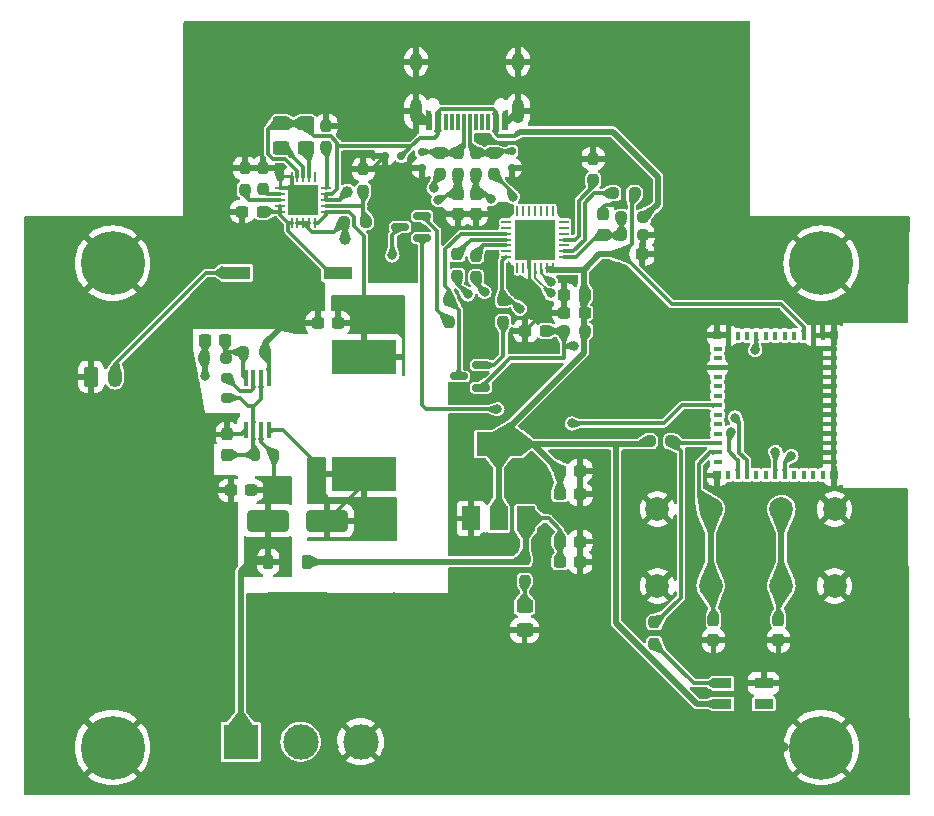
<source format=gbr>
%TF.GenerationSoftware,KiCad,Pcbnew,7.0.5*%
%TF.CreationDate,2023-06-06T12:25:19+02:00*%
%TF.ProjectId,biosensor,62696f73-656e-4736-9f72-2e6b69636164,rev?*%
%TF.SameCoordinates,Original*%
%TF.FileFunction,Copper,L1,Top*%
%TF.FilePolarity,Positive*%
%FSLAX46Y46*%
G04 Gerber Fmt 4.6, Leading zero omitted, Abs format (unit mm)*
G04 Created by KiCad (PCBNEW 7.0.5) date 2023-06-06 12:25:19*
%MOMM*%
%LPD*%
G01*
G04 APERTURE LIST*
G04 Aperture macros list*
%AMRoundRect*
0 Rectangle with rounded corners*
0 $1 Rounding radius*
0 $2 $3 $4 $5 $6 $7 $8 $9 X,Y pos of 4 corners*
0 Add a 4 corners polygon primitive as box body*
4,1,4,$2,$3,$4,$5,$6,$7,$8,$9,$2,$3,0*
0 Add four circle primitives for the rounded corners*
1,1,$1+$1,$2,$3*
1,1,$1+$1,$4,$5*
1,1,$1+$1,$6,$7*
1,1,$1+$1,$8,$9*
0 Add four rect primitives between the rounded corners*
20,1,$1+$1,$2,$3,$4,$5,0*
20,1,$1+$1,$4,$5,$6,$7,0*
20,1,$1+$1,$6,$7,$8,$9,0*
20,1,$1+$1,$8,$9,$2,$3,0*%
%AMFreePoly0*
4,1,6,0.725000,-0.725000,-0.725000,-0.725000,-0.725000,0.125000,-0.125000,0.725000,0.725000,0.725000,0.725000,-0.725000,0.725000,-0.725000,$1*%
G04 Aperture macros list end*
%TA.AperFunction,SMDPad,CuDef*%
%ADD10RoundRect,0.237500X0.300000X0.237500X-0.300000X0.237500X-0.300000X-0.237500X0.300000X-0.237500X0*%
%TD*%
%TA.AperFunction,SMDPad,CuDef*%
%ADD11RoundRect,0.237500X0.237500X-0.250000X0.237500X0.250000X-0.237500X0.250000X-0.237500X-0.250000X0*%
%TD*%
%TA.AperFunction,SMDPad,CuDef*%
%ADD12RoundRect,0.062500X0.062500X-0.337500X0.062500X0.337500X-0.062500X0.337500X-0.062500X-0.337500X0*%
%TD*%
%TA.AperFunction,SMDPad,CuDef*%
%ADD13RoundRect,0.062500X0.337500X-0.062500X0.337500X0.062500X-0.337500X0.062500X-0.337500X-0.062500X0*%
%TD*%
%TA.AperFunction,SMDPad,CuDef*%
%ADD14R,3.350000X3.350000*%
%TD*%
%TA.AperFunction,SMDPad,CuDef*%
%ADD15RoundRect,0.237500X-0.237500X0.250000X-0.237500X-0.250000X0.237500X-0.250000X0.237500X0.250000X0*%
%TD*%
%TA.AperFunction,SMDPad,CuDef*%
%ADD16R,1.600000X0.850000*%
%TD*%
%TA.AperFunction,SMDPad,CuDef*%
%ADD17R,2.440000X1.120000*%
%TD*%
%TA.AperFunction,SMDPad,CuDef*%
%ADD18RoundRect,0.250000X0.450000X-0.325000X0.450000X0.325000X-0.450000X0.325000X-0.450000X-0.325000X0*%
%TD*%
%TA.AperFunction,SMDPad,CuDef*%
%ADD19RoundRect,0.237500X-0.237500X0.300000X-0.237500X-0.300000X0.237500X-0.300000X0.237500X0.300000X0*%
%TD*%
%TA.AperFunction,SMDPad,CuDef*%
%ADD20R,0.400000X0.800000*%
%TD*%
%TA.AperFunction,SMDPad,CuDef*%
%ADD21R,0.800000X0.400000*%
%TD*%
%TA.AperFunction,SMDPad,CuDef*%
%ADD22FreePoly0,270.000000*%
%TD*%
%TA.AperFunction,SMDPad,CuDef*%
%ADD23R,1.450000X1.450000*%
%TD*%
%TA.AperFunction,SMDPad,CuDef*%
%ADD24R,0.700000X0.700000*%
%TD*%
%TA.AperFunction,SMDPad,CuDef*%
%ADD25RoundRect,0.237500X0.237500X-0.300000X0.237500X0.300000X-0.237500X0.300000X-0.237500X-0.300000X0*%
%TD*%
%TA.AperFunction,SMDPad,CuDef*%
%ADD26R,0.450000X1.450000*%
%TD*%
%TA.AperFunction,SMDPad,CuDef*%
%ADD27RoundRect,0.237500X0.250000X0.237500X-0.250000X0.237500X-0.250000X-0.237500X0.250000X-0.237500X0*%
%TD*%
%TA.AperFunction,SMDPad,CuDef*%
%ADD28RoundRect,0.150000X0.587500X0.150000X-0.587500X0.150000X-0.587500X-0.150000X0.587500X-0.150000X0*%
%TD*%
%TA.AperFunction,SMDPad,CuDef*%
%ADD29RoundRect,0.237500X-0.250000X-0.237500X0.250000X-0.237500X0.250000X0.237500X-0.250000X0.237500X0*%
%TD*%
%TA.AperFunction,ComponentPad*%
%ADD30C,0.800000*%
%TD*%
%TA.AperFunction,ComponentPad*%
%ADD31C,5.400000*%
%TD*%
%TA.AperFunction,SMDPad,CuDef*%
%ADD32R,5.400000X2.900000*%
%TD*%
%TA.AperFunction,SMDPad,CuDef*%
%ADD33RoundRect,0.200000X0.200000X0.275000X-0.200000X0.275000X-0.200000X-0.275000X0.200000X-0.275000X0*%
%TD*%
%TA.AperFunction,ComponentPad*%
%ADD34C,2.000000*%
%TD*%
%TA.AperFunction,SMDPad,CuDef*%
%ADD35RoundRect,0.062500X0.350000X0.062500X-0.350000X0.062500X-0.350000X-0.062500X0.350000X-0.062500X0*%
%TD*%
%TA.AperFunction,SMDPad,CuDef*%
%ADD36RoundRect,0.062500X0.062500X0.350000X-0.062500X0.350000X-0.062500X-0.350000X0.062500X-0.350000X0*%
%TD*%
%TA.AperFunction,SMDPad,CuDef*%
%ADD37R,2.500000X2.500000*%
%TD*%
%TA.AperFunction,SMDPad,CuDef*%
%ADD38RoundRect,0.225000X0.225000X0.375000X-0.225000X0.375000X-0.225000X-0.375000X0.225000X-0.375000X0*%
%TD*%
%TA.AperFunction,ComponentPad*%
%ADD39RoundRect,0.250000X-0.350000X-0.625000X0.350000X-0.625000X0.350000X0.625000X-0.350000X0.625000X0*%
%TD*%
%TA.AperFunction,ComponentPad*%
%ADD40O,1.200000X1.750000*%
%TD*%
%TA.AperFunction,SMDPad,CuDef*%
%ADD41R,1.500000X2.000000*%
%TD*%
%TA.AperFunction,SMDPad,CuDef*%
%ADD42R,3.800000X2.000000*%
%TD*%
%TA.AperFunction,SMDPad,CuDef*%
%ADD43RoundRect,0.250000X-1.500000X-0.650000X1.500000X-0.650000X1.500000X0.650000X-1.500000X0.650000X0*%
%TD*%
%TA.AperFunction,SMDPad,CuDef*%
%ADD44RoundRect,0.237500X-0.300000X-0.237500X0.300000X-0.237500X0.300000X0.237500X-0.300000X0.237500X0*%
%TD*%
%TA.AperFunction,SMDPad,CuDef*%
%ADD45RoundRect,0.200000X0.275000X-0.200000X0.275000X0.200000X-0.275000X0.200000X-0.275000X-0.200000X0*%
%TD*%
%TA.AperFunction,SMDPad,CuDef*%
%ADD46RoundRect,0.150000X-0.200000X0.150000X-0.200000X-0.150000X0.200000X-0.150000X0.200000X0.150000X0*%
%TD*%
%TA.AperFunction,ComponentPad*%
%ADD47R,3.000000X3.000000*%
%TD*%
%TA.AperFunction,ComponentPad*%
%ADD48C,3.000000*%
%TD*%
%TA.AperFunction,SMDPad,CuDef*%
%ADD49R,0.600000X1.450000*%
%TD*%
%TA.AperFunction,SMDPad,CuDef*%
%ADD50R,0.300000X1.450000*%
%TD*%
%TA.AperFunction,ComponentPad*%
%ADD51O,1.000000X2.100000*%
%TD*%
%TA.AperFunction,ComponentPad*%
%ADD52O,1.000000X1.600000*%
%TD*%
%TA.AperFunction,SMDPad,CuDef*%
%ADD53RoundRect,0.150000X0.150000X0.200000X-0.150000X0.200000X-0.150000X-0.200000X0.150000X-0.200000X0*%
%TD*%
%TA.AperFunction,ViaPad*%
%ADD54C,0.800000*%
%TD*%
%TA.AperFunction,ViaPad*%
%ADD55C,1.000000*%
%TD*%
%TA.AperFunction,Conductor*%
%ADD56C,0.300000*%
%TD*%
%TA.AperFunction,Conductor*%
%ADD57C,0.500000*%
%TD*%
%TA.AperFunction,Conductor*%
%ADD58C,0.200000*%
%TD*%
G04 APERTURE END LIST*
D10*
%TO.P,C8,1*%
%TO.N,+3V3*%
X149600989Y-89620800D03*
%TO.P,C8,2*%
%TO.N,GND*%
X147875989Y-89620800D03*
%TD*%
D11*
%TO.P,R3,1*%
%TO.N,Net-(U2-VPCC)*%
X130853050Y-80798500D03*
%TO.P,R3,2*%
%TO.N,GND*%
X130853050Y-78973500D03*
%TD*%
D12*
%TO.P,U4,1,~{DCD}*%
%TO.N,unconnected-(U4-~{DCD}-Pad1)*%
X143896989Y-87382800D03*
%TO.P,U4,2,~{RI}/CLK*%
%TO.N,unconnected-(U4-~{RI}{slash}CLK-Pad2)*%
X144396989Y-87382800D03*
%TO.P,U4,3,GND*%
%TO.N,GND*%
X144896989Y-87382800D03*
%TO.P,U4,4,D+*%
%TO.N,/USB_DP*%
X145396989Y-87382800D03*
%TO.P,U4,5,D-*%
%TO.N,/USB_DN*%
X145896989Y-87382800D03*
%TO.P,U4,6,VDD*%
%TO.N,+3V3*%
X146396989Y-87382800D03*
%TO.P,U4,7,VREGIN*%
X146896989Y-87382800D03*
D13*
%TO.P,U4,8,VBUS*%
%TO.N,Net-(U4-VBUS)*%
X147846989Y-86432800D03*
%TO.P,U4,9,~{RST}*%
%TO.N,Net-(U4-~{RST})*%
X147846989Y-85932800D03*
%TO.P,U4,10,NC*%
%TO.N,unconnected-(U4-NC-Pad10)*%
X147846989Y-85432800D03*
%TO.P,U4,11,~{SUSPEND}*%
%TO.N,Net-(U4-~{SUSPEND})*%
X147846989Y-84932800D03*
%TO.P,U4,12,SUSPEND*%
%TO.N,unconnected-(U4-SUSPEND-Pad12)*%
X147846989Y-84432800D03*
%TO.P,U4,13,CHREN*%
%TO.N,unconnected-(U4-CHREN-Pad13)*%
X147846989Y-83932800D03*
%TO.P,U4,14,CHR1*%
%TO.N,unconnected-(U4-CHR1-Pad14)*%
X147846989Y-83432800D03*
D12*
%TO.P,U4,15,CHR0*%
%TO.N,unconnected-(U4-CHR0-Pad15)*%
X146896989Y-82482800D03*
%TO.P,U4,16,~{WAKEUP}/GPIO.3*%
%TO.N,unconnected-(U4-~{WAKEUP}{slash}GPIO.3-Pad16)*%
X146396989Y-82482800D03*
%TO.P,U4,17,RS485/GPIO.2*%
%TO.N,unconnected-(U4-RS485{slash}GPIO.2-Pad17)*%
X145896989Y-82482800D03*
%TO.P,U4,18,~{RXT}/GPIO.1*%
%TO.N,unconnected-(U4-~{RXT}{slash}GPIO.1-Pad18)*%
X145396989Y-82482800D03*
%TO.P,U4,19,~{TXT}/GPIO.0*%
%TO.N,unconnected-(U4-~{TXT}{slash}GPIO.0-Pad19)*%
X144896989Y-82482800D03*
%TO.P,U4,20,GPIO.6*%
%TO.N,unconnected-(U4-GPIO.6-Pad20)*%
X144396989Y-82482800D03*
%TO.P,U4,21,GPIO.5*%
%TO.N,unconnected-(U4-GPIO.5-Pad21)*%
X143896989Y-82482800D03*
D13*
%TO.P,U4,22,GPIO.4*%
%TO.N,unconnected-(U4-GPIO.4-Pad22)*%
X142946989Y-83432800D03*
%TO.P,U4,23,~{CTS}*%
%TO.N,unconnected-(U4-~{CTS}-Pad23)*%
X142946989Y-83932800D03*
%TO.P,U4,24,~{RTS}*%
%TO.N,/RTS*%
X142946989Y-84432800D03*
%TO.P,U4,25,RXD*%
%TO.N,Net-(U4-RXD)*%
X142946989Y-84932800D03*
%TO.P,U4,26,TXD*%
%TO.N,Net-(U4-TXD)*%
X142946989Y-85432800D03*
%TO.P,U4,27,~{DSR}*%
%TO.N,unconnected-(U4-~{DSR}-Pad27)*%
X142946989Y-85932800D03*
%TO.P,U4,28,~{DTR}*%
%TO.N,/DTR*%
X142946989Y-86432800D03*
D14*
%TO.P,U4,29,GND*%
%TO.N,GND*%
X145396989Y-84932800D03*
%TD*%
D15*
%TO.P,R16,1*%
%TO.N,Net-(U4-RXD)*%
X138800000Y-86187500D03*
%TO.P,R16,2*%
%TO.N,/U0TXD*%
X138800000Y-88012500D03*
%TD*%
D16*
%TO.P,D7,1,DOUT*%
%TO.N,unconnected-(D7-DOUT-Pad1)*%
X164750000Y-124250000D03*
%TO.P,D7,2,VSS*%
%TO.N,GND*%
X164750000Y-122500000D03*
%TO.P,D7,3,DIN*%
%TO.N,/RGB_CTRL*%
X161250000Y-122500000D03*
%TO.P,D7,4,VDD*%
%TO.N,+3V3*%
X161250000Y-124250000D03*
%TD*%
D17*
%TO.P,SW1,1*%
%TO.N,Net-(U2-V_{BAT_SENSE})*%
X128712039Y-87751000D03*
%TO.P,SW1,2*%
%TO.N,Net-(J1-Pin_2)*%
X120102039Y-87751000D03*
%TD*%
D18*
%TO.P,D2,1,K*%
%TO.N,Net-(D2-K)*%
X123893450Y-77149900D03*
%TO.P,D2,2,A*%
%TO.N,VBUS*%
X123893450Y-75099900D03*
%TD*%
D11*
%TO.P,R8,1*%
%TO.N,Net-(U2-PROG3)*%
X122359550Y-80687000D03*
%TO.P,R8,2*%
%TO.N,GND*%
X122359550Y-78862000D03*
%TD*%
D15*
%TO.P,R23,1*%
%TO.N,/GPIO8*%
X155500000Y-117337500D03*
%TO.P,R23,2*%
%TO.N,/RGB_CTRL*%
X155500000Y-119162500D03*
%TD*%
D19*
%TO.P,C6,1*%
%TO.N,/GPIO18*%
X138848000Y-81047500D03*
%TO.P,C6,2*%
%TO.N,GND*%
X138848000Y-82772500D03*
%TD*%
D15*
%TO.P,R7,1*%
%TO.N,Net-(D5-A2)*%
X138848000Y-77595800D03*
%TO.P,R7,2*%
%TO.N,/GPIO18*%
X138848000Y-79420800D03*
%TD*%
D20*
%TO.P,U3,1,GND*%
%TO.N,GND*%
X169740000Y-93060000D03*
%TO.P,U3,2,GND*%
X168940000Y-93060000D03*
%TO.P,U3,3,3V3*%
%TO.N,+3V3*%
X168140000Y-93060000D03*
%TO.P,U3,4,NC*%
%TO.N,unconnected-(U3-NC-Pad4)*%
X167340000Y-93060000D03*
%TO.P,U3,5,GPIO2/ADC1_CH2*%
%TO.N,unconnected-(U3-GPIO2{slash}ADC1_CH2-Pad5)*%
X166540000Y-93060000D03*
%TO.P,U3,6,GPIO3/ADC1_CH3*%
%TO.N,unconnected-(U3-GPIO3{slash}ADC1_CH3-Pad6)*%
X165740000Y-93060000D03*
%TO.P,U3,7,NC*%
%TO.N,unconnected-(U3-NC-Pad7)*%
X164940000Y-93060000D03*
%TO.P,U3,8,EN/CHIP_PU*%
%TO.N,/CHIP_PU*%
X164140000Y-93060000D03*
%TO.P,U3,9,NC*%
%TO.N,unconnected-(U3-NC-Pad9)*%
X163340000Y-93060000D03*
%TO.P,U3,10,NC*%
%TO.N,unconnected-(U3-NC-Pad10)*%
X162540000Y-93060000D03*
%TO.P,U3,11,GND*%
%TO.N,GND*%
X161740000Y-93060000D03*
D21*
%TO.P,U3,12,GPIO0/ADC1_CH0/XTAL_32K_P*%
%TO.N,/GPIO0*%
X160840000Y-94160000D03*
%TO.P,U3,13,GPIO1/ADC1_CH1/XTAL_32K_N*%
%TO.N,/GPIO1*%
X160840000Y-94960000D03*
%TO.P,U3,14,GND*%
%TO.N,GND*%
X160840000Y-95760000D03*
%TO.P,U3,15,NC*%
%TO.N,unconnected-(U3-NC-Pad15)*%
X160840000Y-96560000D03*
%TO.P,U3,16,GPIO10*%
%TO.N,/GPIO10*%
X160840000Y-97360000D03*
%TO.P,U3,17,NC*%
%TO.N,unconnected-(U3-NC-Pad17)*%
X160840000Y-98160000D03*
%TO.P,U3,18,GPIO4/ADC1_CH4*%
%TO.N,/GPIO4*%
X160840000Y-98960000D03*
%TO.P,U3,19,GPIO5/ADC2_CH0*%
%TO.N,/GPIO5*%
X160840000Y-99760000D03*
%TO.P,U3,20,GPIO6*%
%TO.N,/GPIO6*%
X160840000Y-100560000D03*
%TO.P,U3,21,GPIO7*%
%TO.N,/GPIO7*%
X160840000Y-101360000D03*
%TO.P,U3,22,GPIO8*%
%TO.N,/GPIO8*%
X160840000Y-102160000D03*
%TO.P,U3,23,GPIO9*%
%TO.N,/GPIO9*%
X160840000Y-102960000D03*
%TO.P,U3,24,NC*%
%TO.N,unconnected-(U3-NC-Pad24)*%
X160840000Y-103760000D03*
D20*
%TO.P,U3,25,NC*%
%TO.N,unconnected-(U3-NC-Pad25)*%
X161740000Y-104860000D03*
%TO.P,U3,26,GPIO18/USB_D-*%
%TO.N,/GPIO18*%
X162540000Y-104860000D03*
%TO.P,U3,27,GPIO19/USB_D+*%
%TO.N,/GPIO19*%
X163340000Y-104860000D03*
%TO.P,U3,28,NC*%
%TO.N,unconnected-(U3-NC-Pad28)*%
X164140000Y-104860000D03*
%TO.P,U3,29,NC*%
%TO.N,unconnected-(U3-NC-Pad29)*%
X164940000Y-104860000D03*
%TO.P,U3,30,GPIO20/U0RXD*%
%TO.N,/U0RXD*%
X165740000Y-104860000D03*
%TO.P,U3,31,GPIO21/U0TXD*%
%TO.N,/U0TXD*%
X166540000Y-104860000D03*
%TO.P,U3,32,NC*%
%TO.N,unconnected-(U3-NC-Pad32)*%
X167340000Y-104860000D03*
%TO.P,U3,33,NC*%
%TO.N,unconnected-(U3-NC-Pad33)*%
X168140000Y-104860000D03*
%TO.P,U3,34,NC*%
%TO.N,unconnected-(U3-NC-Pad34)*%
X168940000Y-104860000D03*
%TO.P,U3,35,NC*%
%TO.N,unconnected-(U3-NC-Pad35)*%
X169740000Y-104860000D03*
D21*
%TO.P,U3,36,GND*%
%TO.N,GND*%
X170640000Y-103760000D03*
%TO.P,U3,37,GND*%
X170640000Y-102960000D03*
%TO.P,U3,38,GND*%
X170640000Y-102160000D03*
%TO.P,U3,39,GND*%
X170640000Y-101360000D03*
%TO.P,U3,40,GND*%
X170640000Y-100560000D03*
%TO.P,U3,41,GND*%
X170640000Y-99760000D03*
%TO.P,U3,42,GND*%
X170640000Y-98960000D03*
%TO.P,U3,43,GND*%
X170640000Y-98160000D03*
%TO.P,U3,44,GND*%
X170640000Y-97360000D03*
%TO.P,U3,45,GND*%
X170640000Y-96560000D03*
%TO.P,U3,46,GND*%
X170640000Y-95760000D03*
%TO.P,U3,47,GND*%
X170640000Y-94960000D03*
%TO.P,U3,48,GND*%
X170640000Y-94160000D03*
D22*
%TO.P,U3,49,GND*%
X167715000Y-96985000D03*
D23*
X165740000Y-96985000D03*
X163765000Y-96985000D03*
X167715000Y-98960000D03*
X165740000Y-98960000D03*
X163765000Y-98960000D03*
X167715000Y-100935000D03*
X165740000Y-100935000D03*
X163765000Y-100935000D03*
D24*
%TO.P,U3,50,GND*%
X170690000Y-104910000D03*
%TO.P,U3,51,GND*%
X160790000Y-104910000D03*
%TO.P,U3,52,GND*%
X160790000Y-93010000D03*
%TO.P,U3,53,GND*%
X170690000Y-93010000D03*
%TD*%
D15*
%TO.P,R9,1*%
%TO.N,Net-(D6-A2)*%
X140372000Y-77593900D03*
%TO.P,R9,2*%
%TO.N,/GPIO19*%
X140372000Y-79418900D03*
%TD*%
D25*
%TO.P,C12,1*%
%TO.N,Net-(U4-VBUS)*%
X151124989Y-84525300D03*
%TO.P,C12,2*%
%TO.N,GND*%
X151124989Y-82800300D03*
%TD*%
D15*
%TO.P,TH1,1*%
%TO.N,GND*%
X127700000Y-75287500D03*
%TO.P,TH1,2*%
%TO.N,Net-(U2-THERM)*%
X127700000Y-77112500D03*
%TD*%
D26*
%TO.P,U1,1,PGND*%
%TO.N,GND*%
X122836539Y-96670500D03*
%TO.P,U1,2,EN*%
%TO.N,Net-(U1-EN)*%
X122186539Y-96670500D03*
%TO.P,U1,3,FREQ*%
%TO.N,Net-(U1-FREQ)*%
X121536539Y-96670500D03*
%TO.P,U1,4,FB*%
%TO.N,Net-(U1-FB)*%
X120886539Y-96670500D03*
%TO.P,U1,5,SGND*%
%TO.N,GND*%
X120886539Y-101070500D03*
%TO.P,U1,6,VDD*%
%TO.N,Net-(U1-EN)*%
X121536539Y-101070500D03*
%TO.P,U1,7,BOOT*%
%TO.N,+5V*%
X122186539Y-101070500D03*
%TO.P,U1,8,SW*%
%TO.N,/L1*%
X122836539Y-101070500D03*
%TD*%
D15*
%TO.P,R10,1*%
%TO.N,Net-(D6-A2)*%
X141896000Y-77593900D03*
%TO.P,R10,2*%
%TO.N,/USB_DP*%
X141896000Y-79418900D03*
%TD*%
%TO.P,R17,1*%
%TO.N,/DTR*%
X142712989Y-90062300D03*
%TO.P,R17,2*%
%TO.N,Net-(Q1-B)*%
X142712989Y-91887300D03*
%TD*%
D27*
%TO.P,R14,1*%
%TO.N,+3V3*%
X153815489Y-81019300D03*
%TO.P,R14,2*%
%TO.N,Net-(U4-~{RST})*%
X151990489Y-81019300D03*
%TD*%
D28*
%TO.P,Q2,1,C*%
%TO.N,/GPIO9*%
X135850489Y-84824800D03*
%TO.P,Q2,2,B*%
%TO.N,Net-(Q2-B)*%
X135850489Y-82924800D03*
%TO.P,Q2,3,E*%
%TO.N,/DTR*%
X133975489Y-83874800D03*
%TD*%
D29*
%TO.P,R12,1*%
%TO.N,Net-(U1-FB)*%
X120695039Y-94466500D03*
%TO.P,R12,2*%
%TO.N,GND*%
X122520039Y-94466500D03*
%TD*%
D30*
%TO.P,H2,1,1*%
%TO.N,GND*%
X167598011Y-86944000D03*
X168191120Y-85512109D03*
X168191120Y-88375891D03*
X169623011Y-84919000D03*
D31*
X169623011Y-86944000D03*
D30*
X169623011Y-88969000D03*
X171054902Y-85512109D03*
X171054902Y-88375891D03*
X171648011Y-86944000D03*
%TD*%
D32*
%TO.P,L1,1,1*%
%TO.N,/Load*%
X130902039Y-94901000D03*
%TO.P,L1,2,2*%
%TO.N,/L1*%
X130902039Y-104801000D03*
%TD*%
D29*
%TO.P,R13,1*%
%TO.N,/CHIP_PU*%
X147825989Y-92668800D03*
%TO.P,R13,2*%
%TO.N,+3V3*%
X149650989Y-92668800D03*
%TD*%
D33*
%TO.P,R2,1*%
%TO.N,+5V*%
X123308339Y-103153300D03*
%TO.P,R2,2*%
%TO.N,Net-(U1-EN)*%
X121658339Y-103153300D03*
%TD*%
D27*
%TO.P,R22,1*%
%TO.N,/GPIO8*%
X156912500Y-102000000D03*
%TO.P,R22,2*%
%TO.N,+3V3*%
X155087500Y-102000000D03*
%TD*%
D34*
%TO.P,SW3,2,2*%
%TO.N,GND*%
X170750000Y-107750000D03*
X170750000Y-114250000D03*
%TO.P,SW3,1,1*%
%TO.N,/CHIP_PU*%
X166250000Y-107750000D03*
X166250000Y-114250000D03*
%TD*%
D35*
%TO.P,U2,1,OUT*%
%TO.N,/Load*%
X127710550Y-82560500D03*
%TO.P,U2,2,VPCC*%
%TO.N,Net-(U2-VPCC)*%
X127710550Y-82060500D03*
%TO.P,U2,3,SEL*%
%TO.N,VBUS*%
X127710550Y-81560500D03*
%TO.P,U2,4,PROG2*%
X127710550Y-81060500D03*
%TO.P,U2,5,THERM*%
%TO.N,Net-(U2-THERM)*%
X127710550Y-80560500D03*
D36*
%TO.P,U2,6,~{PG}*%
%TO.N,unconnected-(U2-~{PG}-Pad6)*%
X126773050Y-79623000D03*
%TO.P,U2,7,STAT2*%
%TO.N,Net-(D3-K)*%
X126273050Y-79623000D03*
%TO.P,U2,8,STAT1/~{LBO}*%
%TO.N,Net-(D2-K)*%
X125773050Y-79623000D03*
%TO.P,U2,9,~{TE}*%
%TO.N,VBUS*%
X125273050Y-79623000D03*
%TO.P,U2,10,V_{SS}*%
%TO.N,GND*%
X124773050Y-79623000D03*
D35*
%TO.P,U2,11,V_{SS}*%
X123835550Y-80560500D03*
%TO.P,U2,12,PROG3*%
%TO.N,Net-(U2-PROG3)*%
X123835550Y-81060500D03*
%TO.P,U2,13,PROG1*%
%TO.N,Net-(U2-PROG1)*%
X123835550Y-81560500D03*
%TO.P,U2,14,V_{BAT}*%
%TO.N,Net-(U2-V_{BAT_SENSE})*%
X123835550Y-82060500D03*
%TO.P,U2,15,V_{BAT}*%
X123835550Y-82560500D03*
D36*
%TO.P,U2,16,V_{BAT_SENSE}*%
X124773050Y-83498000D03*
%TO.P,U2,17,CE*%
%TO.N,VBUS*%
X125273050Y-83498000D03*
%TO.P,U2,18,IN*%
X125773050Y-83498000D03*
%TO.P,U2,19,IN*%
X126273050Y-83498000D03*
%TO.P,U2,20,OUT*%
%TO.N,/Load*%
X126773050Y-83498000D03*
D37*
%TO.P,U2,21,V_{SS}*%
%TO.N,GND*%
X125773050Y-81560500D03*
%TD*%
D10*
%TO.P,C2,1*%
%TO.N,+5V*%
X121350539Y-106161000D03*
%TO.P,C2,2*%
%TO.N,GND*%
X119625539Y-106161000D03*
%TD*%
D38*
%TO.P,D8,1,K*%
%TO.N,Net-(D8-K)*%
X126100000Y-112200000D03*
%TO.P,D8,2,A*%
%TO.N,+5V*%
X122800000Y-112200000D03*
%TD*%
D27*
%TO.P,R18,1*%
%TO.N,VBUS*%
X154524789Y-83053200D03*
%TO.P,R18,2*%
%TO.N,Net-(U4-VBUS)*%
X152699789Y-83053200D03*
%TD*%
D28*
%TO.P,Q1,1,C*%
%TO.N,/CHIP_PU*%
X140812989Y-97474800D03*
%TO.P,Q1,2,B*%
%TO.N,Net-(Q1-B)*%
X140812989Y-95574800D03*
%TO.P,Q1,3,E*%
%TO.N,/RTS*%
X138937989Y-96524800D03*
%TD*%
D39*
%TO.P,J1,1,Pin_1*%
%TO.N,GND*%
X107800000Y-96550000D03*
D40*
%TO.P,J1,2,Pin_2*%
%TO.N,Net-(J1-Pin_2)*%
X109800000Y-96550000D03*
%TD*%
D41*
%TO.P,U5,1,GND*%
%TO.N,GND*%
X140000000Y-108550000D03*
%TO.P,U5,2,VO*%
%TO.N,+3V3*%
X142300000Y-108550000D03*
D42*
X142300000Y-102250000D03*
D41*
%TO.P,U5,3,VI*%
%TO.N,Net-(D8-K)*%
X144600000Y-108550000D03*
%TD*%
D25*
%TO.P,C17,1*%
%TO.N,GND*%
X160500000Y-118862500D03*
%TO.P,C17,2*%
%TO.N,/GPIO9*%
X160500000Y-117137500D03*
%TD*%
D15*
%TO.P,R21,1*%
%TO.N,/RTS*%
X138112989Y-90074800D03*
%TO.P,R21,2*%
%TO.N,Net-(Q2-B)*%
X138112989Y-91899800D03*
%TD*%
D25*
%TO.P,C18,1*%
%TO.N,GND*%
X166000000Y-118862500D03*
%TO.P,C18,2*%
%TO.N,/CHIP_PU*%
X166000000Y-117137500D03*
%TD*%
D43*
%TO.P,D1,1,K*%
%TO.N,+5V*%
X122814039Y-108741000D03*
%TO.P,D1,2,A*%
%TO.N,/L1*%
X127814039Y-108741000D03*
%TD*%
D44*
%TO.P,C14,1*%
%TO.N,Net-(D8-K)*%
X147487500Y-112250000D03*
%TO.P,C14,2*%
%TO.N,GND*%
X149212500Y-112250000D03*
%TD*%
D15*
%TO.P,R24,1*%
%TO.N,Net-(D8-K)*%
X144500000Y-112000000D03*
%TO.P,R24,2*%
%TO.N,Net-(D9-A)*%
X144500000Y-113825000D03*
%TD*%
D25*
%TO.P,C3,1*%
%TO.N,Net-(U1-EN)*%
X119321539Y-103163000D03*
%TO.P,C3,2*%
%TO.N,GND*%
X119321539Y-101438000D03*
%TD*%
D44*
%TO.P,C5,1*%
%TO.N,+5V*%
X117443039Y-93450500D03*
%TO.P,C5,2*%
%TO.N,Net-(U1-FB)*%
X119168039Y-93450500D03*
%TD*%
D30*
%TO.P,H1,1,1*%
%TO.N,GND*%
X107598011Y-86944000D03*
X108191120Y-85512109D03*
X108191120Y-88375891D03*
X109623011Y-84919000D03*
D31*
X109623011Y-86944000D03*
D30*
X109623011Y-88969000D03*
X111054902Y-85512109D03*
X111054902Y-88375891D03*
X111648011Y-86944000D03*
%TD*%
D45*
%TO.P,R4,1*%
%TO.N,Net-(U1-EN)*%
X119321539Y-98339500D03*
%TO.P,R4,2*%
%TO.N,Net-(U1-FREQ)*%
X119321539Y-96689500D03*
%TD*%
D44*
%TO.P,C10,1*%
%TO.N,+3V3*%
X152732989Y-86156800D03*
%TO.P,C10,2*%
%TO.N,GND*%
X154457989Y-86156800D03*
%TD*%
D18*
%TO.P,D3,1,K*%
%TO.N,Net-(D3-K)*%
X126000000Y-77150000D03*
%TO.P,D3,2,A*%
%TO.N,VBUS*%
X126000000Y-75100000D03*
%TD*%
D46*
%TO.P,D6,1,A1*%
%TO.N,GND*%
X143420000Y-78850800D03*
%TO.P,D6,2,A2*%
%TO.N,Net-(D6-A2)*%
X143420000Y-77450800D03*
%TD*%
%TO.P,D5,1,A1*%
%TO.N,GND*%
X135800000Y-78900000D03*
%TO.P,D5,2,A2*%
%TO.N,Net-(D5-A2)*%
X135800000Y-77500000D03*
%TD*%
D30*
%TO.P,H4,1,1*%
%TO.N,GND*%
X107598011Y-127944000D03*
X108191120Y-126512109D03*
X108191120Y-129375891D03*
X109623011Y-125919000D03*
D31*
X109623011Y-127944000D03*
D30*
X109623011Y-129969000D03*
X111054902Y-126512109D03*
X111054902Y-129375891D03*
X111648011Y-127944000D03*
%TD*%
D29*
%TO.P,R20,1*%
%TO.N,Net-(U4-VBUS)*%
X152701689Y-84577200D03*
%TO.P,R20,2*%
%TO.N,GND*%
X154526689Y-84577200D03*
%TD*%
D44*
%TO.P,C13,1*%
%TO.N,Net-(D8-K)*%
X147500000Y-110500000D03*
%TO.P,C13,2*%
%TO.N,GND*%
X149225000Y-110500000D03*
%TD*%
D10*
%TO.P,C9,1*%
%TO.N,+3V3*%
X149600989Y-91144800D03*
%TO.P,C9,2*%
%TO.N,GND*%
X147875989Y-91144800D03*
%TD*%
D47*
%TO.P,J2,1,Pin_1*%
%TO.N,+5V*%
X120463011Y-127444000D03*
D48*
%TO.P,J2,2,Pin_2*%
%TO.N,/GPIO4*%
X125543011Y-127444000D03*
%TO.P,J2,3,Pin_3*%
%TO.N,GND*%
X130623011Y-127444000D03*
%TD*%
D30*
%TO.P,H3,1,1*%
%TO.N,GND*%
X167598011Y-127944000D03*
X168191120Y-126512109D03*
X168191120Y-129375891D03*
X169623011Y-125919000D03*
D31*
X169623011Y-127944000D03*
D30*
X169623011Y-129969000D03*
X171054902Y-126512109D03*
X171054902Y-129375891D03*
X171648011Y-127944000D03*
%TD*%
D27*
%TO.P,R11,1*%
%TO.N,Net-(U1-FB)*%
X119218039Y-94974500D03*
%TO.P,R11,2*%
%TO.N,+5V*%
X117393039Y-94974500D03*
%TD*%
D44*
%TO.P,C15,1*%
%TO.N,+3V3*%
X147500000Y-104500000D03*
%TO.P,C15,2*%
%TO.N,GND*%
X149225000Y-104500000D03*
%TD*%
D15*
%TO.P,R6,1*%
%TO.N,Net-(D5-A2)*%
X137324000Y-77593900D03*
%TO.P,R6,2*%
%TO.N,/USB_DN*%
X137324000Y-79418900D03*
%TD*%
D11*
%TO.P,R19,1*%
%TO.N,Net-(U4-~{SUSPEND})*%
X150312989Y-79899800D03*
%TO.P,R19,2*%
%TO.N,GND*%
X150312989Y-78074800D03*
%TD*%
D29*
%TO.P,R1,1*%
%TO.N,VBUS*%
X129229350Y-83438200D03*
%TO.P,R1,2*%
%TO.N,Net-(U2-VPCC)*%
X131054350Y-83438200D03*
%TD*%
D15*
%TO.P,R15,1*%
%TO.N,Net-(U4-TXD)*%
X140400000Y-86287500D03*
%TO.P,R15,2*%
%TO.N,/U0RXD*%
X140400000Y-88112500D03*
%TD*%
D10*
%TO.P,C1,1*%
%TO.N,/Load*%
X128716539Y-91977000D03*
%TO.P,C1,2*%
%TO.N,GND*%
X126991539Y-91977000D03*
%TD*%
D44*
%TO.P,C16,1*%
%TO.N,+3V3*%
X147500000Y-106500000D03*
%TO.P,C16,2*%
%TO.N,GND*%
X149225000Y-106500000D03*
%TD*%
D10*
%TO.P,C4,1*%
%TO.N,Net-(U2-V_{BAT_SENSE})*%
X122317550Y-82576500D03*
%TO.P,C4,2*%
%TO.N,GND*%
X120592550Y-82576500D03*
%TD*%
D11*
%TO.P,R5,1*%
%TO.N,Net-(U2-PROG1)*%
X120800000Y-80712500D03*
%TO.P,R5,2*%
%TO.N,GND*%
X120800000Y-78887500D03*
%TD*%
D18*
%TO.P,D9,1,K*%
%TO.N,GND*%
X144500000Y-118025000D03*
%TO.P,D9,2,A*%
%TO.N,Net-(D9-A)*%
X144500000Y-115975000D03*
%TD*%
D10*
%TO.P,C11,1*%
%TO.N,/CHIP_PU*%
X146298989Y-92668800D03*
%TO.P,C11,2*%
%TO.N,GND*%
X144573989Y-92668800D03*
%TD*%
D19*
%TO.P,C7,1*%
%TO.N,/GPIO19*%
X140400000Y-81037500D03*
%TO.P,C7,2*%
%TO.N,GND*%
X140400000Y-82762500D03*
%TD*%
D49*
%TO.P,P1,A1,GND*%
%TO.N,GND*%
X142873011Y-74989000D03*
%TO.P,P1,A4,VBUS*%
%TO.N,VBUS*%
X142073011Y-74989000D03*
D50*
%TO.P,P1,A5,CC*%
%TO.N,unconnected-(P1-CC-PadA5)*%
X140873011Y-74989000D03*
%TO.P,P1,A6,D+*%
%TO.N,Net-(D6-A2)*%
X139873011Y-74989000D03*
%TO.P,P1,A7,D-*%
%TO.N,Net-(D5-A2)*%
X139373011Y-74989000D03*
%TO.P,P1,A8*%
%TO.N,N/C*%
X138373011Y-74989000D03*
D49*
%TO.P,P1,A9,VBUS*%
%TO.N,VBUS*%
X137173011Y-74989000D03*
%TO.P,P1,A12,GND*%
%TO.N,GND*%
X136373011Y-74989000D03*
%TO.P,P1,B1,GND*%
X136373011Y-74989000D03*
%TO.P,P1,B4,VBUS*%
%TO.N,VBUS*%
X137173011Y-74989000D03*
D50*
%TO.P,P1,B5,VCONN*%
%TO.N,unconnected-(P1-VCONN-PadB5)*%
X137873011Y-74989000D03*
%TO.P,P1,B6*%
%TO.N,N/C*%
X138873011Y-74989000D03*
%TO.P,P1,B7*%
X140373011Y-74989000D03*
%TO.P,P1,B8*%
X141373011Y-74989000D03*
D49*
%TO.P,P1,B9,VBUS*%
%TO.N,VBUS*%
X142073011Y-74989000D03*
%TO.P,P1,B12,GND*%
%TO.N,GND*%
X142873011Y-74989000D03*
D51*
%TO.P,P1,S1,SHIELD*%
X143943011Y-74074000D03*
D52*
X143943011Y-69894000D03*
D51*
X135303011Y-74074000D03*
D52*
X135303011Y-69894000D03*
%TD*%
D34*
%TO.P,SW2,1,1*%
%TO.N,/GPIO9*%
X160250000Y-107750000D03*
X160250000Y-114250000D03*
%TO.P,SW2,2,2*%
%TO.N,GND*%
X155750000Y-107750000D03*
X155750000Y-114250000D03*
%TD*%
D53*
%TO.P,D4,1,A1*%
%TO.N,GND*%
X132670000Y-77860500D03*
%TO.P,D4,2,A2*%
%TO.N,VBUS*%
X134070000Y-77860500D03*
%TD*%
D54*
%TO.N,GND*%
X141085000Y-110145000D03*
X133465000Y-122845000D03*
X113145000Y-94905000D03*
X118225000Y-127925000D03*
X146165000Y-105065000D03*
X136005000Y-72045000D03*
X146165000Y-79665000D03*
X174105000Y-84745000D03*
X161405000Y-130465000D03*
X174105000Y-122845000D03*
X153785000Y-74585000D03*
X123305000Y-115225000D03*
X161405000Y-82205000D03*
X151245000Y-122845000D03*
X151245000Y-107605000D03*
X128385000Y-117765000D03*
X105525000Y-115225000D03*
X156325000Y-92365000D03*
X163945000Y-107605000D03*
X141085000Y-92365000D03*
X105525000Y-107605000D03*
X141085000Y-69505000D03*
D55*
X133500000Y-79600000D03*
D54*
X118225000Y-120305000D03*
X158865000Y-125385000D03*
X146304000Y-77724000D03*
X110605000Y-110145000D03*
X174105000Y-107605000D03*
X163945000Y-115225000D03*
X105525000Y-92365000D03*
X113145000Y-130465000D03*
X158865000Y-117765000D03*
X148705000Y-130465000D03*
X133465000Y-82205000D03*
X115685000Y-115225000D03*
X123305000Y-122845000D03*
X156325000Y-84745000D03*
X171565000Y-117765000D03*
X115685000Y-107605000D03*
X169025000Y-110145000D03*
X153785000Y-97445000D03*
X128385000Y-127925000D03*
X110605000Y-117765000D03*
X158865000Y-77125000D03*
X138545000Y-105065000D03*
X130925000Y-74585000D03*
X138545000Y-117765000D03*
X123305000Y-72045000D03*
X146165000Y-112685000D03*
X115685000Y-99985000D03*
X153785000Y-112685000D03*
X120765000Y-84745000D03*
X146165000Y-125385000D03*
X146165000Y-72045000D03*
X123305000Y-130465000D03*
X105525000Y-99985000D03*
X166485000Y-120305000D03*
X113145000Y-84745000D03*
X148705000Y-117765000D03*
X143625000Y-120305000D03*
X110605000Y-102525000D03*
X153785000Y-127925000D03*
X138545000Y-125385000D03*
X133465000Y-115225000D03*
X169025000Y-102525000D03*
X163945000Y-87285000D03*
X118225000Y-69505000D03*
X174105000Y-130465000D03*
X138545000Y-97445000D03*
X105525000Y-84745000D03*
X156325000Y-105065000D03*
X125845000Y-87285000D03*
X118225000Y-89825000D03*
X169025000Y-94905000D03*
X105525000Y-122845000D03*
X113145000Y-122845000D03*
X105525000Y-130465000D03*
X151245000Y-89825000D03*
X166485000Y-127925000D03*
X133465000Y-130465000D03*
X141085000Y-130465000D03*
X128385000Y-69505000D03*
X118225000Y-77125000D03*
%TO.N,+5V*%
X117440039Y-96458500D03*
X123282039Y-106161000D03*
%TO.N,/GPIO18*%
X137200000Y-81600000D03*
X161940000Y-101200000D03*
%TO.N,/GPIO19*%
X162340000Y-100000000D03*
X141700000Y-81500000D03*
%TO.N,/CHIP_PU*%
X148650500Y-93921470D03*
X164040000Y-94300000D03*
%TO.N,/GPIO9*%
X142200000Y-99300000D03*
D55*
%TO.N,VBUS*%
X129500000Y-80900000D03*
X129300000Y-84900000D03*
D54*
%TO.N,/GPIO4*%
X148500000Y-100500000D03*
%TO.N,/DTR*%
X144100000Y-90800000D03*
X133312989Y-86274800D03*
%TO.N,/USB_DN*%
X146719480Y-88491247D03*
X136800000Y-80600000D03*
%TO.N,/USB_DP*%
X146738989Y-89500000D03*
X143500000Y-81300000D03*
%TO.N,/U0RXD*%
X165740000Y-102900000D03*
X141112989Y-89374800D03*
%TO.N,/U0TXD*%
X139712989Y-89574800D03*
X167100500Y-103250000D03*
%TD*%
D56*
%TO.N,GND*%
X151100000Y-82300000D02*
X151400000Y-82000000D01*
D57*
X143028011Y-74989000D02*
X143943011Y-74074000D01*
D56*
X146097989Y-91144800D02*
X144573989Y-92668800D01*
X144896989Y-87382800D02*
X144896989Y-85432800D01*
X147875989Y-89620800D02*
X147875989Y-91144800D01*
D57*
X136218011Y-74989000D02*
X135303011Y-74074000D01*
D56*
X151400000Y-82000000D02*
X152200000Y-82000000D01*
X147875989Y-91144800D02*
X146097989Y-91144800D01*
X122836539Y-96670500D02*
X122836539Y-94783000D01*
X169000000Y-93060000D02*
X169000000Y-91385000D01*
X169800000Y-93060000D02*
X169800000Y-91473000D01*
D57*
X126991539Y-91977000D02*
X124273000Y-91977000D01*
D56*
X119321539Y-101438000D02*
X120519039Y-101438000D01*
X120835550Y-78862000D02*
X122359550Y-78862000D01*
D57*
X122520039Y-93729961D02*
X122520039Y-94466500D01*
D56*
X122836539Y-94783000D02*
X122520039Y-94466500D01*
X124773050Y-80560500D02*
X124773050Y-79623000D01*
X130853050Y-78973500D02*
X131557000Y-78973500D01*
X151100000Y-82775311D02*
X151100000Y-82300000D01*
D57*
X136373011Y-74989000D02*
X136218011Y-74989000D01*
D56*
X131557000Y-78973500D02*
X132670000Y-77860500D01*
X120519039Y-101438000D02*
X120886539Y-101070500D01*
D57*
X124273000Y-91977000D02*
X122520039Y-93729961D01*
D56*
X123835550Y-80560500D02*
X124773050Y-80560500D01*
D57*
X142873011Y-74989000D02*
X143028011Y-74989000D01*
D56*
%TO.N,/Load*%
X127710550Y-82823000D02*
X127035550Y-83498000D01*
X129670000Y-82560500D02*
X130091050Y-82981550D01*
X127710550Y-82560500D02*
X127710550Y-82823000D01*
X130091050Y-82981550D02*
X130091050Y-83793250D01*
X127710550Y-82560500D02*
X129670000Y-82560500D01*
X130902039Y-84604239D02*
X130091050Y-83793250D01*
X130902039Y-94901000D02*
X130902039Y-84604239D01*
X127035550Y-83498000D02*
X126773050Y-83498000D01*
%TO.N,/L1*%
X127752039Y-104801000D02*
X130902039Y-104801000D01*
X127814039Y-108741000D02*
X130902039Y-105653000D01*
X122836539Y-101070500D02*
X124021539Y-101070500D01*
X124021539Y-101070500D02*
X127752039Y-104801000D01*
%TO.N,+5V*%
X117440039Y-96458500D02*
X117440039Y-95021500D01*
X122186539Y-102031500D02*
X123308339Y-103153300D01*
X123308339Y-103153300D02*
X123308339Y-106134700D01*
X117443039Y-93450500D02*
X117443039Y-94924500D01*
D57*
X121500000Y-112000000D02*
X120463011Y-113036989D01*
X122600000Y-112000000D02*
X121500000Y-112000000D01*
D56*
X122186539Y-101070500D02*
X122186539Y-102031500D01*
D57*
X120463011Y-113036989D02*
X120463011Y-127444000D01*
X122814039Y-108741000D02*
X122814039Y-112185961D01*
D56*
X123308339Y-106134700D02*
X123282039Y-106161000D01*
X123282039Y-106161000D02*
X121350539Y-106161000D01*
%TO.N,Net-(U1-EN)*%
X120400539Y-98339500D02*
X121099539Y-99038500D01*
X121099539Y-99038500D02*
X121607539Y-99038500D01*
X122186539Y-98459500D02*
X122186539Y-96670500D01*
X119321539Y-103163000D02*
X121648639Y-103163000D01*
X121536539Y-101070500D02*
X121536539Y-103031500D01*
X119321539Y-98339500D02*
X120400539Y-98339500D01*
X121536539Y-101070500D02*
X121536539Y-99109500D01*
X121536539Y-99109500D02*
X121607539Y-99038500D01*
X121536539Y-99109500D02*
X122186539Y-98459500D01*
%TO.N,Net-(U2-V_{BAT_SENSE})*%
X123835550Y-82560500D02*
X123835550Y-82823000D01*
X124510550Y-83498000D02*
X124510550Y-84209511D01*
X124510550Y-83498000D02*
X124773050Y-83498000D01*
X123835550Y-82823000D02*
X124510550Y-83498000D01*
X124510550Y-84209511D02*
X128052039Y-87751000D01*
X123835550Y-82560500D02*
X122333550Y-82560500D01*
X123835550Y-82060500D02*
X123835550Y-82560500D01*
%TO.N,Net-(U1-FB)*%
X119168039Y-94466500D02*
X119168039Y-94924500D01*
X120695039Y-96479000D02*
X120886539Y-96670500D01*
X120695039Y-94466500D02*
X119168039Y-94466500D01*
X119168039Y-93450500D02*
X119168039Y-94466500D01*
X120695039Y-94466500D02*
X120695039Y-96479000D01*
%TO.N,/GPIO18*%
X137500000Y-81600000D02*
X137900000Y-81200000D01*
D57*
X138848000Y-79420800D02*
X138848000Y-81047500D01*
D56*
X162438000Y-103475000D02*
X162540000Y-103577000D01*
X162438000Y-103475000D02*
X161840000Y-102877000D01*
X161900000Y-101300000D02*
X162000000Y-101200000D01*
X137200000Y-81600000D02*
X137500000Y-81600000D01*
X137900000Y-81200000D02*
X138695500Y-81200000D01*
X162540000Y-104860000D02*
X162540000Y-103577000D01*
X161840000Y-102877000D02*
X161840000Y-101300000D01*
%TO.N,/GPIO19*%
X140372000Y-79418900D02*
X140372000Y-81047500D01*
X163340000Y-103615000D02*
X163340000Y-104860000D01*
X141237500Y-81037500D02*
X141700000Y-81500000D01*
X162340000Y-100000000D02*
X162690000Y-100350000D01*
X162690000Y-100350000D02*
X162690000Y-102965000D01*
X162690000Y-102965000D02*
X163340000Y-103615000D01*
X140400000Y-81037500D02*
X141237500Y-81037500D01*
D57*
%TO.N,+3V3*%
X147500000Y-104500000D02*
X145250000Y-102250000D01*
X152250000Y-117372272D02*
X152250000Y-102250000D01*
D56*
X146396989Y-87382800D02*
X146500000Y-87382800D01*
D57*
X149500000Y-87500000D02*
X150843200Y-86156800D01*
X142300000Y-101700000D02*
X149500000Y-94500000D01*
X154837500Y-102250000D02*
X152250000Y-102250000D01*
X149500000Y-93500000D02*
X149500000Y-92819789D01*
D56*
X168140000Y-93060000D02*
X168140000Y-92300000D01*
X153570489Y-85319300D02*
X152732989Y-86156800D01*
D57*
X159127728Y-124250000D02*
X152250000Y-117372272D01*
D56*
X166240000Y-90400000D02*
X156976189Y-90400000D01*
X168140000Y-92300000D02*
X166240000Y-90400000D01*
D57*
X161250000Y-124250000D02*
X159127728Y-124250000D01*
X142300000Y-104000000D02*
X142300000Y-101700000D01*
X142300000Y-104000000D02*
X142300000Y-102250000D01*
D56*
X152732989Y-86156800D02*
X156976189Y-90400000D01*
X149600989Y-90636800D02*
X149600989Y-91144800D01*
D57*
X147500000Y-104500000D02*
X147500000Y-106500000D01*
X155087500Y-102000000D02*
X154837500Y-102250000D01*
X142300000Y-108550000D02*
X142300000Y-104000000D01*
D56*
X153570489Y-81264300D02*
X153570489Y-85319300D01*
D57*
X149500000Y-89519811D02*
X149500000Y-87500000D01*
X152250000Y-102250000D02*
X142300000Y-102250000D01*
X150843200Y-86156800D02*
X152732989Y-86156800D01*
X149500000Y-94500000D02*
X149500000Y-93500000D01*
X149500000Y-93500000D02*
X149500000Y-89721789D01*
X149500000Y-87500000D02*
X146617200Y-87500000D01*
X145250000Y-102250000D02*
X142300000Y-102250000D01*
D56*
X146500000Y-87382800D02*
X146896989Y-87382800D01*
D57*
%TO.N,/CHIP_PU*%
X166250000Y-107750000D02*
X166250000Y-114250000D01*
D56*
X164200000Y-94200000D02*
X164100000Y-94300000D01*
X147825989Y-94925989D02*
X147751978Y-95000000D01*
X164140000Y-93060000D02*
X164140000Y-94200000D01*
X147751978Y-95000000D02*
X143287789Y-95000000D01*
X147825989Y-94000000D02*
X147825989Y-94925989D01*
X166000000Y-117137500D02*
X166000000Y-114500000D01*
X147825989Y-94000000D02*
X148571970Y-94000000D01*
X143287789Y-95000000D02*
X140812989Y-97474800D01*
X147825989Y-92668800D02*
X147825989Y-94000000D01*
X147825989Y-92668800D02*
X146298989Y-92668800D01*
X148571970Y-94000000D02*
X148650500Y-93921470D01*
%TO.N,Net-(U4-VBUS)*%
X152701689Y-84577200D02*
X151176889Y-84577200D01*
X150870989Y-84575300D02*
X150720489Y-84575300D01*
X152699789Y-83053200D02*
X152699789Y-84575300D01*
X148862989Y-86432800D02*
X147846989Y-86432800D01*
X150720489Y-84575300D02*
X148862989Y-86432800D01*
D57*
%TO.N,Net-(D8-K)*%
X126100000Y-112200000D02*
X144300000Y-112200000D01*
D56*
X147500000Y-109500000D02*
X146550000Y-108550000D01*
X147487500Y-112250000D02*
X147487500Y-110512500D01*
X147500000Y-110500000D02*
X147500000Y-109500000D01*
X146550000Y-108550000D02*
X144600000Y-108550000D01*
D57*
X144600000Y-108550000D02*
X144600000Y-111900000D01*
D56*
%TO.N,/GPIO9*%
X142200000Y-99300000D02*
X136184689Y-99300000D01*
X135850489Y-84824800D02*
X135850489Y-98965800D01*
D57*
X160250000Y-107750000D02*
X160250000Y-114250000D01*
D56*
X160500000Y-117137500D02*
X160500000Y-114500000D01*
X160200000Y-102960000D02*
X159250000Y-103910000D01*
X159250000Y-106750000D02*
X160250000Y-107750000D01*
X136184689Y-99300000D02*
X135850489Y-98965800D01*
X160900000Y-102960000D02*
X160200000Y-102960000D01*
X159250000Y-103910000D02*
X159250000Y-106750000D01*
%TO.N,Net-(D2-K)*%
X125773050Y-78766500D02*
X124156450Y-77149900D01*
X125773050Y-79623000D02*
X125773050Y-78766500D01*
%TO.N,VBUS*%
X128631050Y-77039000D02*
X128630050Y-77040000D01*
X128105850Y-76200000D02*
X126700000Y-76200000D01*
X124220813Y-78074900D02*
X123194922Y-78074900D01*
X134891000Y-77039000D02*
X135630000Y-76300000D01*
X143700000Y-76200000D02*
X143900000Y-76000000D01*
X122800000Y-77679978D02*
X122800000Y-75600000D01*
X125273050Y-79623000D02*
X125273050Y-79127137D01*
X128631050Y-77039000D02*
X128631050Y-76725200D01*
X125273050Y-79127137D02*
X124220813Y-78074900D01*
X128839500Y-81560500D02*
X127710550Y-81560500D01*
X123194922Y-78074900D02*
X122800000Y-77679978D01*
X134098000Y-77832000D02*
X134891000Y-77039000D01*
D57*
X154646800Y-83053200D02*
X155800000Y-81900000D01*
D56*
X137173011Y-74129305D02*
X137402316Y-73900000D01*
X129500000Y-80900000D02*
X128839500Y-81560500D01*
D57*
X155800000Y-81900000D02*
X155800000Y-79600000D01*
D56*
X123893450Y-75099900D02*
X123300100Y-75099900D01*
X128206413Y-81060500D02*
X127710550Y-81060500D01*
X123300100Y-75099900D02*
X122800000Y-75600000D01*
D57*
X155800000Y-79600000D02*
X152000000Y-75800000D01*
X144100000Y-75800000D02*
X143900000Y-76000000D01*
D56*
X141843706Y-73900000D02*
X142073011Y-74129305D01*
X127710550Y-81560500D02*
X127710550Y-81060500D01*
X137402316Y-73900000D02*
X141843706Y-73900000D01*
X137173011Y-74989000D02*
X137173011Y-74129305D01*
X129300000Y-84900000D02*
X129300000Y-83508850D01*
X135630000Y-76300000D02*
X136887011Y-76300000D01*
X128630050Y-80636863D02*
X128206413Y-81060500D01*
X142073011Y-76014000D02*
X142259011Y-76200000D01*
X125273050Y-83498000D02*
X126273050Y-83498000D01*
D57*
X152000000Y-75800000D02*
X144100000Y-75800000D01*
D56*
X123893450Y-75099900D02*
X125976250Y-75099900D01*
X134891000Y-77039000D02*
X128631050Y-77039000D01*
X142073011Y-74129305D02*
X142073011Y-74989000D01*
X128630050Y-77040000D02*
X128630050Y-80636863D01*
X128631050Y-76725200D02*
X128105850Y-76200000D01*
X136887011Y-76300000D02*
X137173011Y-76014000D01*
X125773050Y-83498000D02*
X126535550Y-84260500D01*
X126000000Y-75500000D02*
X126700000Y-76200000D01*
X142073011Y-74989000D02*
X142073011Y-76014000D01*
X126535550Y-84260500D02*
X128407050Y-84260500D01*
X128407050Y-84260500D02*
X129229350Y-83438200D01*
X137173011Y-76014000D02*
X137173011Y-74989000D01*
X142259011Y-76200000D02*
X143700000Y-76200000D01*
%TO.N,Net-(D3-K)*%
X126273050Y-79623000D02*
X126273050Y-77446700D01*
%TO.N,Net-(D5-A2)*%
X139373011Y-74989000D02*
X139373011Y-77070789D01*
X139373011Y-77070789D02*
X138848000Y-77595800D01*
X135800000Y-77500000D02*
X137230100Y-77500000D01*
X138848000Y-77595800D02*
X137325900Y-77595800D01*
%TO.N,Net-(D6-A2)*%
X143420000Y-77450800D02*
X142039100Y-77450800D01*
X139873011Y-77094911D02*
X140372000Y-77593900D01*
X139873011Y-74989000D02*
X139873011Y-77094911D01*
X141896000Y-77593900D02*
X140372000Y-77593900D01*
%TO.N,/RGB_CTRL*%
X161250000Y-122500000D02*
X158837500Y-122500000D01*
X158837500Y-122500000D02*
X155500000Y-119162500D01*
%TO.N,Net-(D9-A)*%
X144500000Y-115975000D02*
X144500000Y-113825000D01*
%TO.N,Net-(J1-Pin_2)*%
X117549000Y-87751000D02*
X109800000Y-95500000D01*
X120102039Y-87751000D02*
X117549000Y-87751000D01*
X109800000Y-95500000D02*
X109800000Y-96550000D01*
%TO.N,/GPIO4*%
X160900000Y-98960000D02*
X157840000Y-98960000D01*
X156300000Y-100500000D02*
X148500000Y-100500000D01*
X157840000Y-98960000D02*
X156300000Y-100500000D01*
%TO.N,Net-(Q1-B)*%
X141912989Y-95574800D02*
X140812989Y-95574800D01*
X142712989Y-94774800D02*
X141912989Y-95574800D01*
X142712989Y-91887300D02*
X142712989Y-94774800D01*
%TO.N,/RTS*%
X138937989Y-90899800D02*
X138937989Y-96524800D01*
X138112989Y-90074800D02*
X138937989Y-90899800D01*
X137800000Y-85763439D02*
X137800000Y-88866811D01*
X138112989Y-89179800D02*
X138112989Y-90074800D01*
X142946989Y-84432800D02*
X139130639Y-84432800D01*
X137800000Y-88866811D02*
X138112989Y-89179800D01*
X139130639Y-84432800D02*
X137800000Y-85763439D01*
%TO.N,Net-(Q2-B)*%
X137100000Y-90886811D02*
X138112989Y-91899800D01*
X135850489Y-82924800D02*
X137100000Y-84174311D01*
X137100000Y-84174311D02*
X137100000Y-90886811D01*
%TO.N,/DTR*%
X133312989Y-84537300D02*
X133975489Y-83874800D01*
X142593489Y-86786300D02*
X142593489Y-89942800D01*
X142946989Y-86432800D02*
X142593489Y-86786300D01*
X133312989Y-86274800D02*
X133312989Y-84537300D01*
X144100000Y-90800000D02*
X143362300Y-90062300D01*
X143362300Y-90062300D02*
X142712989Y-90062300D01*
%TO.N,Net-(U2-VPCC)*%
X127710550Y-82060500D02*
X130813550Y-82060500D01*
X130813550Y-82060500D02*
X130853050Y-82100000D01*
X130853050Y-82100000D02*
X130853050Y-83236900D01*
X130853050Y-80798500D02*
X130853050Y-82100000D01*
%TO.N,Net-(U1-FREQ)*%
X121536539Y-96670500D02*
X121536539Y-97585500D01*
X120400539Y-97768500D02*
X119321539Y-96689500D01*
X121353539Y-97768500D02*
X120400539Y-97768500D01*
X121536539Y-97585500D02*
X121353539Y-97768500D01*
%TO.N,Net-(U2-PROG1)*%
X120835550Y-81195000D02*
X121201050Y-81560500D01*
X120835550Y-80687000D02*
X120835550Y-81195000D01*
X121201050Y-81560500D02*
X123835550Y-81560500D01*
D58*
%TO.N,/USB_DN*%
X136800000Y-80600000D02*
X136800000Y-79942900D01*
X146592784Y-88491247D02*
X145896989Y-87795452D01*
X145896989Y-87795452D02*
X145896989Y-87382800D01*
X136800000Y-79942900D02*
X137324000Y-79418900D01*
X146719480Y-88491247D02*
X146592784Y-88491247D01*
D56*
%TO.N,Net-(U2-PROG3)*%
X123835550Y-81060500D02*
X122733050Y-81060500D01*
X122733050Y-81060500D02*
X122359550Y-80687000D01*
%TO.N,/USB_DP*%
X143500000Y-81300000D02*
X143500000Y-81022900D01*
X143500000Y-81022900D02*
X141896000Y-79418900D01*
D58*
X146738989Y-89500000D02*
X145396989Y-88158000D01*
X145396989Y-88158000D02*
X145396989Y-87382800D01*
D56*
%TO.N,Net-(U4-~{RST})*%
X150411595Y-81019300D02*
X151990489Y-81019300D01*
X147846989Y-85932800D02*
X148330989Y-85932800D01*
X149600989Y-84932800D02*
X149600989Y-81829906D01*
X148600989Y-85932800D02*
X149600989Y-84932800D01*
X149600989Y-81829906D02*
X150411595Y-81019300D01*
X148330989Y-85932800D02*
X148600989Y-85932800D01*
%TO.N,Net-(U4-TXD)*%
X140400000Y-86005789D02*
X140972989Y-85432800D01*
X142946989Y-85432800D02*
X140972989Y-85432800D01*
%TO.N,/U0RXD*%
X140400000Y-88112500D02*
X140400000Y-88661811D01*
X165740000Y-102900000D02*
X165740000Y-104860000D01*
X140400000Y-88661811D02*
X141112989Y-89374800D01*
%TO.N,Net-(U4-RXD)*%
X142946989Y-84932800D02*
X139948989Y-84932800D01*
X138800000Y-86081789D02*
X139948989Y-84932800D01*
%TO.N,/U0TXD*%
X167100500Y-103250000D02*
X166540000Y-103810500D01*
X138800000Y-88012500D02*
X138800000Y-88661811D01*
X166540000Y-103810500D02*
X166540000Y-104860000D01*
X138800000Y-88661811D02*
X139712989Y-89574800D01*
%TO.N,Net-(U4-~{SUSPEND})*%
X148765489Y-84932800D02*
X147846989Y-84932800D01*
X150312989Y-80410800D02*
X149092989Y-81630800D01*
X150312989Y-79899800D02*
X150312989Y-80410800D01*
X149092989Y-84605300D02*
X148765489Y-84932800D01*
X149092989Y-81630800D02*
X149092989Y-84605300D01*
%TO.N,/GPIO8*%
X157750000Y-102837500D02*
X156912500Y-102000000D01*
X157750000Y-115250000D02*
X157750000Y-102837500D01*
X155662500Y-117337500D02*
X157750000Y-115250000D01*
X157072500Y-102160000D02*
X160900000Y-102160000D01*
%TO.N,Net-(U2-THERM)*%
X127805050Y-80466000D02*
X127805050Y-77217550D01*
X127710550Y-80560500D02*
X127805050Y-80466000D01*
%TD*%
%TA.AperFunction,Conductor*%
%TO.N,/GPIO18*%
G36*
X138410668Y-80644558D02*
G01*
X138669336Y-80882083D01*
X138841505Y-81040180D01*
X138845281Y-81048300D01*
X138843479Y-81055054D01*
X138525286Y-81557953D01*
X138517967Y-81563112D01*
X138510135Y-81562146D01*
X138501812Y-81557953D01*
X138428950Y-81521244D01*
X138006329Y-81308325D01*
X138003320Y-81306149D01*
X137802068Y-81104897D01*
X137798641Y-81096624D01*
X137802068Y-81088351D01*
X137803330Y-81087257D01*
X138395748Y-80643809D01*
X138404422Y-80641596D01*
X138410668Y-80644558D01*
G37*
%TD.AperFunction*%
%TD*%
%TA.AperFunction,Conductor*%
%TO.N,/GPIO19*%
G36*
X140832011Y-80602748D02*
G01*
X141411566Y-81003008D01*
X141416426Y-81010529D01*
X141414544Y-81019284D01*
X141413190Y-81020908D01*
X141211719Y-81222379D01*
X141210131Y-81223708D01*
X140814074Y-81499425D01*
X140805326Y-81501340D01*
X140798547Y-81497486D01*
X140406303Y-81044882D01*
X140403475Y-81036385D01*
X140406727Y-81029093D01*
X140816946Y-80604247D01*
X140825157Y-80600677D01*
X140832011Y-80602748D01*
G37*
%TD.AperFunction*%
%TD*%
%TA.AperFunction,Conductor*%
%TO.N,Net-(U4-~{SUSPEND})*%
G36*
X150319608Y-79907560D02*
G01*
X150635720Y-80360294D01*
X150637647Y-80369039D01*
X150633766Y-80375854D01*
X150247110Y-80709142D01*
X150244610Y-80710791D01*
X150205110Y-80730102D01*
X150205107Y-80730104D01*
X150201065Y-80734146D01*
X150198365Y-80736160D01*
X150193339Y-80738880D01*
X150158717Y-80776487D01*
X150158550Y-80776662D01*
X150107715Y-80827496D01*
X150099442Y-80830923D01*
X150091169Y-80827496D01*
X149890596Y-80626923D01*
X149887233Y-80619869D01*
X149838814Y-80157677D01*
X149841360Y-80149092D01*
X149844992Y-80146108D01*
X150304561Y-79903906D01*
X150313477Y-79903082D01*
X150319608Y-79907560D01*
G37*
%TD.AperFunction*%
%TD*%
%TA.AperFunction,Conductor*%
%TO.N,VBUS*%
G36*
X137192156Y-73915077D02*
G01*
X137194172Y-73916690D01*
X137394720Y-74117238D01*
X137396787Y-74120036D01*
X137470434Y-74259133D01*
X137471277Y-74268048D01*
X137470903Y-74269087D01*
X137184952Y-74959182D01*
X137178619Y-74965513D01*
X137169664Y-74965512D01*
X137163333Y-74959179D01*
X137162924Y-74958024D01*
X136958970Y-74269090D01*
X136959908Y-74260185D01*
X136960294Y-74259525D01*
X137176013Y-73918705D01*
X137183333Y-73913548D01*
X137192156Y-73915077D01*
G37*
%TD.AperFunction*%
%TD*%
%TA.AperFunction,Conductor*%
%TO.N,/GPIO18*%
G36*
X137763125Y-81130759D02*
G01*
X137764252Y-81131750D01*
X137964461Y-81331959D01*
X137967888Y-81340232D01*
X137964879Y-81348066D01*
X137491072Y-81873713D01*
X137482987Y-81877563D01*
X137474547Y-81874570D01*
X137474141Y-81874184D01*
X137202748Y-81604145D01*
X137199301Y-81595882D01*
X137199981Y-81210265D01*
X137203422Y-81202001D01*
X137210181Y-81198685D01*
X137754481Y-81128419D01*
X137763125Y-81130759D01*
G37*
%TD.AperFunction*%
%TD*%
%TA.AperFunction,Conductor*%
%TO.N,+3V3*%
G36*
X146918250Y-103561532D02*
G01*
X147688069Y-104019831D01*
X147693425Y-104027007D01*
X147692901Y-104034342D01*
X147502962Y-104495234D01*
X147496642Y-104501577D01*
X147494963Y-104502132D01*
X146971162Y-104632102D01*
X146962307Y-104630768D01*
X146958137Y-104626466D01*
X146868344Y-104466233D01*
X146561205Y-103918155D01*
X146560151Y-103909264D01*
X146563138Y-103904166D01*
X146903993Y-103563311D01*
X146912265Y-103559885D01*
X146918250Y-103561532D01*
G37*
%TD.AperFunction*%
%TD*%
%TA.AperFunction,Conductor*%
%TO.N,/Load*%
G36*
X134339078Y-89670685D02*
G01*
X134384833Y-89723489D01*
X134396039Y-89775000D01*
X134396039Y-96385000D01*
X134376354Y-96452039D01*
X134323550Y-96497794D01*
X134272039Y-96509000D01*
X134226039Y-96509000D01*
X134159000Y-96489315D01*
X134113245Y-96436511D01*
X134102039Y-96385000D01*
X134102039Y-95151000D01*
X130776039Y-95151000D01*
X130709000Y-95131315D01*
X130663245Y-95078511D01*
X130652039Y-95027000D01*
X130652039Y-92951000D01*
X131152039Y-92951000D01*
X131152039Y-94651000D01*
X134102039Y-94651000D01*
X134102039Y-93403172D01*
X134102038Y-93403155D01*
X134095637Y-93343627D01*
X134095635Y-93343620D01*
X134045393Y-93208913D01*
X134045389Y-93208906D01*
X133959229Y-93093812D01*
X133959226Y-93093809D01*
X133844132Y-93007649D01*
X133844125Y-93007645D01*
X133709418Y-92957403D01*
X133709411Y-92957401D01*
X133649883Y-92951000D01*
X131152039Y-92951000D01*
X130652039Y-92951000D01*
X129622384Y-92951000D01*
X129555345Y-92931315D01*
X129509590Y-92878511D01*
X129499646Y-92809353D01*
X129528671Y-92745797D01*
X129534703Y-92739319D01*
X129598983Y-92675038D01*
X129598986Y-92675034D01*
X129689487Y-92528311D01*
X129689492Y-92528300D01*
X129743719Y-92364652D01*
X129754038Y-92263654D01*
X129754039Y-92263641D01*
X129754039Y-92227000D01*
X128590539Y-92227000D01*
X128523500Y-92207315D01*
X128477745Y-92154511D01*
X128466539Y-92103000D01*
X128466539Y-91002000D01*
X128966539Y-91002000D01*
X128966539Y-91727000D01*
X129754038Y-91727000D01*
X129754038Y-91690360D01*
X129754037Y-91690345D01*
X129743719Y-91589347D01*
X129689492Y-91425699D01*
X129689487Y-91425688D01*
X129598986Y-91278965D01*
X129598983Y-91278961D01*
X129477077Y-91157055D01*
X129477073Y-91157052D01*
X129330350Y-91066551D01*
X129330339Y-91066546D01*
X129166691Y-91012319D01*
X129065693Y-91002000D01*
X128966539Y-91002000D01*
X128466539Y-91002000D01*
X128466539Y-91001999D01*
X128367399Y-91002000D01*
X128367383Y-91002001D01*
X128266383Y-91012319D01*
X128259766Y-91013736D01*
X128259220Y-91011188D01*
X128201183Y-91013170D01*
X128141151Y-90977422D01*
X128109975Y-90914894D01*
X128108039Y-90893070D01*
X128108039Y-89775000D01*
X128127724Y-89707961D01*
X128180528Y-89662206D01*
X128232039Y-89651000D01*
X134272039Y-89651000D01*
X134339078Y-89670685D01*
G37*
%TD.AperFunction*%
%TD*%
%TA.AperFunction,Conductor*%
%TO.N,GND*%
G36*
X122986379Y-95723927D02*
G01*
X122989206Y-95728500D01*
X123060349Y-95941930D01*
X123060425Y-95949094D01*
X122847715Y-96635438D01*
X122841992Y-96642325D01*
X122833075Y-96643150D01*
X122826188Y-96637427D01*
X122825363Y-96635438D01*
X122759388Y-96422560D01*
X122612652Y-95949091D01*
X122612727Y-95941933D01*
X122683872Y-95728499D01*
X122689740Y-95721735D01*
X122694972Y-95720500D01*
X122978106Y-95720500D01*
X122986379Y-95723927D01*
G37*
%TD.AperFunction*%
%TD*%
%TA.AperFunction,Conductor*%
%TO.N,Net-(D5-A2)*%
G36*
X136996138Y-77127934D02*
G01*
X137000759Y-77131813D01*
X137319816Y-77586512D01*
X137321763Y-77595252D01*
X137319172Y-77600788D01*
X136959081Y-78026457D01*
X136951121Y-78030560D01*
X136943671Y-78028645D01*
X136729541Y-77886318D01*
X136379223Y-77653471D01*
X136374230Y-77646037D01*
X136374000Y-77643727D01*
X136374000Y-77358201D01*
X136377427Y-77349928D01*
X136381707Y-77347203D01*
X136987192Y-77127534D01*
X136996138Y-77127934D01*
G37*
%TD.AperFunction*%
%TD*%
%TA.AperFunction,Conductor*%
%TO.N,Net-(D8-K)*%
G36*
X126542489Y-111753186D02*
G01*
X126992923Y-111946956D01*
X126999169Y-111953373D01*
X127000000Y-111957703D01*
X127000000Y-112442296D01*
X126996573Y-112450569D01*
X126992923Y-112453044D01*
X126542492Y-112646812D01*
X126533539Y-112646933D01*
X126529467Y-112644206D01*
X126344217Y-112453044D01*
X126106889Y-112208141D01*
X126103593Y-112199816D01*
X126106890Y-112191858D01*
X126529469Y-111755792D01*
X126537685Y-111752236D01*
X126542489Y-111753186D01*
G37*
%TD.AperFunction*%
%TD*%
%TA.AperFunction,Conductor*%
%TO.N,+3V3*%
G36*
X152343575Y-85702999D02*
G01*
X152347219Y-85705845D01*
X152727456Y-86149183D01*
X152730241Y-86157694D01*
X152727456Y-86164417D01*
X152347219Y-86607754D01*
X152339232Y-86611803D01*
X152334643Y-86611238D01*
X151728494Y-86409464D01*
X151721726Y-86403600D01*
X151720489Y-86398363D01*
X151720489Y-85915236D01*
X151723916Y-85906963D01*
X151728492Y-85904135D01*
X152334645Y-85702361D01*
X152343575Y-85702999D01*
G37*
%TD.AperFunction*%
%TD*%
%TA.AperFunction,Conductor*%
%TO.N,VBUS*%
G36*
X124446904Y-74548262D02*
G01*
X125162440Y-74946555D01*
X125168002Y-74953572D01*
X125168450Y-74956777D01*
X125168450Y-75243022D01*
X125165023Y-75251295D01*
X125162440Y-75253245D01*
X124446906Y-75651536D01*
X124438011Y-75652565D01*
X124432873Y-75649516D01*
X124043230Y-75253245D01*
X123900514Y-75108101D01*
X123897158Y-75099801D01*
X123900514Y-75091698D01*
X124432875Y-74550282D01*
X124441117Y-74546786D01*
X124446904Y-74548262D01*
G37*
%TD.AperFunction*%
%TD*%
%TA.AperFunction,Conductor*%
%TO.N,Net-(D6-A2)*%
G36*
X142232378Y-77126745D02*
G01*
X142837494Y-77298387D01*
X142844517Y-77303940D01*
X142846000Y-77309642D01*
X142846000Y-77594972D01*
X142842573Y-77603245D01*
X142841349Y-77604310D01*
X142309678Y-78005618D01*
X142301010Y-78007867D01*
X142294241Y-78004437D01*
X141901754Y-77600845D01*
X141898443Y-77592525D01*
X141900564Y-77585970D01*
X142219614Y-77131280D01*
X142227169Y-77126478D01*
X142232378Y-77126745D01*
G37*
%TD.AperFunction*%
%TD*%
%TA.AperFunction,Conductor*%
%TO.N,Net-(D6-A2)*%
G36*
X141573469Y-77132824D02*
G01*
X141892284Y-77587180D01*
X141894231Y-77595920D01*
X141892284Y-77600620D01*
X141573469Y-78054975D01*
X141565912Y-78059779D01*
X141558545Y-78058661D01*
X140952353Y-77747164D01*
X140946560Y-77740335D01*
X140946000Y-77736758D01*
X140946000Y-77451041D01*
X140949427Y-77442768D01*
X140952350Y-77440636D01*
X141558546Y-77129137D01*
X141567469Y-77128404D01*
X141573469Y-77132824D01*
G37*
%TD.AperFunction*%
%TD*%
%TA.AperFunction,Conductor*%
%TO.N,+5V*%
G36*
X117589928Y-95661927D02*
G01*
X117592734Y-95666440D01*
X117806077Y-96295074D01*
X117805491Y-96304010D01*
X117799500Y-96309633D01*
X117444541Y-96457623D01*
X117435587Y-96457644D01*
X117435537Y-96457623D01*
X117080577Y-96309633D01*
X117074259Y-96303286D01*
X117074000Y-96295075D01*
X117287344Y-95666439D01*
X117293247Y-95659707D01*
X117298423Y-95658500D01*
X117581655Y-95658500D01*
X117589928Y-95661927D01*
G37*
%TD.AperFunction*%
%TD*%
%TA.AperFunction,Conductor*%
%TO.N,Net-(U4-VBUS)*%
G36*
X151548741Y-84077842D02*
G01*
X152069760Y-84423729D01*
X152074757Y-84431159D01*
X152074989Y-84433476D01*
X152074989Y-84719976D01*
X152071562Y-84728249D01*
X152068532Y-84730436D01*
X151497803Y-85016507D01*
X151488871Y-85017150D01*
X151483140Y-85012986D01*
X151129704Y-84533060D01*
X151127557Y-84524366D01*
X151130512Y-84518204D01*
X151210534Y-84431159D01*
X151533661Y-84079671D01*
X151541781Y-84075901D01*
X151548741Y-84077842D01*
G37*
%TD.AperFunction*%
%TD*%
%TA.AperFunction,Conductor*%
%TO.N,Net-(U4-~{RST})*%
G36*
X151655429Y-80570166D02*
G01*
X151986244Y-81012291D01*
X151988457Y-81020968D01*
X151986244Y-81026309D01*
X151655429Y-81468433D01*
X151647729Y-81473005D01*
X151640881Y-81471915D01*
X151034509Y-81172519D01*
X151028608Y-81165783D01*
X151027989Y-81162028D01*
X151027989Y-80876571D01*
X151031416Y-80868298D01*
X151034505Y-80866082D01*
X151640883Y-80566683D01*
X151649816Y-80566094D01*
X151655429Y-80570166D01*
G37*
%TD.AperFunction*%
%TD*%
%TA.AperFunction,Conductor*%
%TO.N,/USB_DP*%
G36*
X146253543Y-88870620D02*
G01*
X146254552Y-88871771D01*
X146291198Y-88919529D01*
X146416639Y-89015783D01*
X146416643Y-89015784D01*
X146416647Y-89015787D01*
X146544053Y-89068559D01*
X146562718Y-89076291D01*
X146719480Y-89096929D01*
X146785476Y-89088240D01*
X146791453Y-89089020D01*
X146810657Y-89096928D01*
X146881245Y-89125994D01*
X146887590Y-89132313D01*
X146887610Y-89141265D01*
X146741552Y-89496195D01*
X146735234Y-89502542D01*
X146735184Y-89502563D01*
X146380254Y-89648621D01*
X146371300Y-89648600D01*
X146364983Y-89642256D01*
X146304840Y-89496195D01*
X146105562Y-89012235D01*
X146105581Y-89003282D01*
X146108105Y-88999512D01*
X146236998Y-88870619D01*
X146245270Y-88867193D01*
X146253543Y-88870620D01*
G37*
%TD.AperFunction*%
%TD*%
%TA.AperFunction,Conductor*%
%TO.N,Net-(Q1-B)*%
G36*
X142719996Y-91891543D02*
G01*
X143162122Y-92222360D01*
X143166694Y-92230059D01*
X143165604Y-92236907D01*
X142866208Y-92843280D01*
X142859472Y-92849181D01*
X142855717Y-92849800D01*
X142570261Y-92849800D01*
X142561988Y-92846373D01*
X142559770Y-92843280D01*
X142260373Y-92236907D01*
X142259783Y-92227972D01*
X142263852Y-92222362D01*
X142705980Y-91891543D01*
X142714657Y-91889331D01*
X142719996Y-91891543D01*
G37*
%TD.AperFunction*%
%TD*%
%TA.AperFunction,Conductor*%
%TO.N,/GPIO19*%
G36*
X140379007Y-79423143D02*
G01*
X140821133Y-79753960D01*
X140825705Y-79761659D01*
X140824615Y-79768507D01*
X140525219Y-80374880D01*
X140518483Y-80380781D01*
X140514728Y-80381400D01*
X140229272Y-80381400D01*
X140220999Y-80377973D01*
X140218781Y-80374880D01*
X139919384Y-79768507D01*
X139918794Y-79759572D01*
X139922863Y-79753962D01*
X140364991Y-79423143D01*
X140373668Y-79420931D01*
X140379007Y-79423143D01*
G37*
%TD.AperFunction*%
%TD*%
%TA.AperFunction,Conductor*%
%TO.N,GND*%
G36*
X127600000Y-89700000D02*
G01*
X127600000Y-89702038D01*
X127600039Y-89702401D01*
X127600039Y-90893070D01*
X127580354Y-90960109D01*
X127527550Y-91005864D01*
X127458392Y-91015808D01*
X127448374Y-91013448D01*
X127448313Y-91013736D01*
X127441695Y-91012319D01*
X127340693Y-91002000D01*
X127241539Y-91002000D01*
X127241539Y-92103000D01*
X127221854Y-92170039D01*
X127169050Y-92215794D01*
X127117539Y-92227000D01*
X125954040Y-92227000D01*
X125954040Y-92263654D01*
X125964358Y-92364652D01*
X126018585Y-92528300D01*
X126018590Y-92528311D01*
X126109091Y-92675034D01*
X126109094Y-92675038D01*
X126175375Y-92741319D01*
X126208860Y-92802642D01*
X126203876Y-92872334D01*
X126162004Y-92928267D01*
X126096540Y-92952684D01*
X126087694Y-92953000D01*
X125076416Y-92953000D01*
X125044223Y-92948748D01*
X123282043Y-92475000D01*
X123282039Y-92475000D01*
X116424039Y-92475000D01*
X116424039Y-94223002D01*
X116836030Y-96398124D01*
X116837136Y-96437379D01*
X116834357Y-96458497D01*
X116834357Y-96458501D01*
X116854994Y-96615260D01*
X116854996Y-96615265D01*
X116890940Y-96702042D01*
X116898213Y-96726417D01*
X117440039Y-99587000D01*
X120272039Y-99587000D01*
X120339078Y-99606685D01*
X120384833Y-99659489D01*
X120396039Y-99711001D01*
X120396038Y-99857604D01*
X120376353Y-99924643D01*
X120346351Y-99956868D01*
X120304349Y-99988311D01*
X120304348Y-99988312D01*
X120218188Y-100103406D01*
X120218184Y-100103413D01*
X120167942Y-100238120D01*
X120167940Y-100238127D01*
X120161539Y-100297655D01*
X120161539Y-100420943D01*
X120141854Y-100487982D01*
X120089050Y-100533737D01*
X120019892Y-100543681D01*
X119972442Y-100526481D01*
X119872850Y-100465051D01*
X119872839Y-100465046D01*
X119709191Y-100410819D01*
X119608193Y-100400500D01*
X119571539Y-100400500D01*
X119571539Y-101564000D01*
X119551854Y-101631039D01*
X119499050Y-101676794D01*
X119447539Y-101688000D01*
X118346540Y-101688000D01*
X118346540Y-101787154D01*
X118356858Y-101888152D01*
X118411085Y-102051800D01*
X118411087Y-102051805D01*
X118430886Y-102083903D01*
X118449326Y-102151295D01*
X118428404Y-102217959D01*
X118374762Y-102262729D01*
X118325347Y-102273000D01*
X118202039Y-102273000D01*
X118202039Y-104891000D01*
X120110039Y-104891000D01*
X120177078Y-104910685D01*
X120222833Y-104963489D01*
X120234039Y-105015000D01*
X120234039Y-105077070D01*
X120214354Y-105144109D01*
X120161550Y-105189864D01*
X120092392Y-105199808D01*
X120082374Y-105197448D01*
X120082313Y-105197736D01*
X120075695Y-105196319D01*
X119974693Y-105186000D01*
X119875539Y-105186000D01*
X119875539Y-107135999D01*
X119974679Y-107135999D01*
X119974693Y-107135998D01*
X120075695Y-107125680D01*
X120082313Y-107124264D01*
X120082861Y-107126825D01*
X120140814Y-107124809D01*
X120200870Y-107160515D01*
X120232089Y-107223023D01*
X120234039Y-107244929D01*
X120234038Y-107684919D01*
X120234038Y-107685000D01*
X114900039Y-107685000D01*
X114900039Y-106411000D01*
X118588040Y-106411000D01*
X118588040Y-106447654D01*
X118598358Y-106548652D01*
X118652585Y-106712300D01*
X118652590Y-106712311D01*
X118743091Y-106859034D01*
X118743094Y-106859038D01*
X118865000Y-106980944D01*
X118865004Y-106980947D01*
X119011727Y-107071448D01*
X119011738Y-107071453D01*
X119175386Y-107125680D01*
X119276390Y-107135999D01*
X119375539Y-107135998D01*
X119375539Y-106411000D01*
X118588040Y-106411000D01*
X114900039Y-106411000D01*
X114900039Y-105911000D01*
X118588039Y-105911000D01*
X119375539Y-105911000D01*
X119375539Y-105185999D01*
X119276399Y-105186000D01*
X119276383Y-105186001D01*
X119175386Y-105196319D01*
X119011738Y-105250546D01*
X119011727Y-105250551D01*
X118865004Y-105341052D01*
X118865000Y-105341055D01*
X118743094Y-105462961D01*
X118743091Y-105462965D01*
X118652590Y-105609688D01*
X118652585Y-105609699D01*
X118598358Y-105773347D01*
X118588039Y-105874345D01*
X118588039Y-105911000D01*
X114900039Y-105911000D01*
X114900039Y-101187999D01*
X118346538Y-101187999D01*
X118346539Y-101188000D01*
X119071539Y-101188000D01*
X119071539Y-101187999D01*
X119071538Y-100400500D01*
X119034900Y-100400500D01*
X119034882Y-100400501D01*
X118933886Y-100410819D01*
X118770238Y-100465046D01*
X118770227Y-100465051D01*
X118623504Y-100555552D01*
X118623500Y-100555555D01*
X118501594Y-100677461D01*
X118501591Y-100677465D01*
X118411090Y-100824188D01*
X118411085Y-100824199D01*
X118356858Y-100987847D01*
X118346539Y-101088845D01*
X118346539Y-101088858D01*
X118346538Y-101187999D01*
X114900039Y-101187999D01*
X114900039Y-91727000D01*
X125954039Y-91727000D01*
X126741539Y-91727000D01*
X126741539Y-91001999D01*
X126642399Y-91002000D01*
X126642383Y-91002001D01*
X126541386Y-91012319D01*
X126377738Y-91066546D01*
X126377727Y-91066551D01*
X126231004Y-91157052D01*
X126231000Y-91157055D01*
X126109094Y-91278961D01*
X126109091Y-91278965D01*
X126018590Y-91425688D01*
X126018585Y-91425699D01*
X125964358Y-91589347D01*
X125954039Y-91690345D01*
X125954039Y-91727000D01*
X114900039Y-91727000D01*
X114900039Y-90895642D01*
X116139897Y-89655783D01*
X127600000Y-89700000D01*
G37*
%TD.AperFunction*%
%TA.AperFunction,Conductor*%
G36*
X115152344Y-89651973D02*
G01*
X114900039Y-89904278D01*
X114900039Y-89651000D01*
X115152344Y-89651973D01*
G37*
%TD.AperFunction*%
%TD*%
%TA.AperFunction,Conductor*%
%TO.N,Net-(D8-K)*%
G36*
X144607016Y-108559149D02*
G01*
X144609363Y-108561496D01*
X145345038Y-109543378D01*
X145347257Y-109552054D01*
X145345410Y-109556884D01*
X144853473Y-110294790D01*
X144846033Y-110299773D01*
X144843738Y-110300000D01*
X144356262Y-110300000D01*
X144347989Y-110296573D01*
X144346527Y-110294790D01*
X143854589Y-109556884D01*
X143852851Y-109548099D01*
X143854960Y-109543379D01*
X144590637Y-108561495D01*
X144598340Y-108556930D01*
X144607016Y-108559149D01*
G37*
%TD.AperFunction*%
%TD*%
%TA.AperFunction,Conductor*%
%TO.N,VBUS*%
G36*
X129225296Y-83435703D02*
G01*
X129231833Y-83441821D01*
X129231995Y-83442196D01*
X129421786Y-83902730D01*
X129421770Y-83911685D01*
X129415778Y-83917854D01*
X128596463Y-84287264D01*
X128587513Y-84287540D01*
X128583381Y-84284871D01*
X128382636Y-84084126D01*
X128379209Y-84075853D01*
X128380209Y-84071120D01*
X128737377Y-83264051D01*
X128743858Y-83257875D01*
X128752190Y-83257836D01*
X129225296Y-83435703D01*
G37*
%TD.AperFunction*%
%TD*%
%TA.AperFunction,Conductor*%
%TO.N,/GPIO18*%
G36*
X139097837Y-80038427D02*
G01*
X139100665Y-80043005D01*
X139302438Y-80649154D01*
X139301800Y-80658086D01*
X139298954Y-80661730D01*
X138855617Y-81041967D01*
X138847106Y-81044752D01*
X138840383Y-81041967D01*
X138397045Y-80661730D01*
X138392996Y-80653743D01*
X138393560Y-80649158D01*
X138595335Y-80043004D01*
X138601199Y-80036237D01*
X138606436Y-80035000D01*
X139089564Y-80035000D01*
X139097837Y-80038427D01*
G37*
%TD.AperFunction*%
%TD*%
%TA.AperFunction,Conductor*%
%TO.N,VBUS*%
G36*
X142083815Y-75014146D02*
G01*
X142083824Y-75014167D01*
X142370973Y-75709069D01*
X142370966Y-75718024D01*
X142370625Y-75718769D01*
X142226245Y-76007532D01*
X142219480Y-76013400D01*
X142215780Y-76014000D01*
X141930242Y-76014000D01*
X141921969Y-76010573D01*
X141919777Y-76007532D01*
X141775396Y-75718770D01*
X141774761Y-75709838D01*
X141775048Y-75709070D01*
X141775049Y-75709069D01*
X142062198Y-75014166D01*
X142068524Y-75007829D01*
X142077479Y-75007822D01*
X142083815Y-75014146D01*
G37*
%TD.AperFunction*%
%TD*%
%TA.AperFunction,Conductor*%
%TO.N,Net-(U1-EN)*%
G36*
X121546889Y-101103572D02*
G01*
X121547714Y-101105561D01*
X121757636Y-101782912D01*
X121758038Y-101788065D01*
X121757163Y-101794062D01*
X121757162Y-101794069D01*
X121757237Y-101801205D01*
X121757237Y-101801214D01*
X121757238Y-101801219D01*
X121757523Y-101802922D01*
X121757558Y-101803128D01*
X121757118Y-101808759D01*
X121689206Y-102012500D01*
X121683338Y-102019265D01*
X121678106Y-102020500D01*
X121394972Y-102020500D01*
X121386699Y-102017073D01*
X121383872Y-102012500D01*
X121315959Y-101808759D01*
X121312727Y-101799066D01*
X121312652Y-101791908D01*
X121525363Y-101105558D01*
X121531085Y-101098674D01*
X121540002Y-101097849D01*
X121546889Y-101103572D01*
G37*
%TD.AperFunction*%
%TD*%
%TA.AperFunction,Conductor*%
%TO.N,/USB_DN*%
G36*
X136861772Y-79285469D02*
G01*
X137319222Y-79416531D01*
X137326231Y-79422102D01*
X137326331Y-79422286D01*
X137575953Y-79892004D01*
X137576809Y-79900918D01*
X137571112Y-79907827D01*
X137571025Y-79907872D01*
X136902541Y-80255986D01*
X136897137Y-80257309D01*
X136713623Y-80257309D01*
X136705350Y-80253882D01*
X136701923Y-80245609D01*
X136702057Y-80243842D01*
X136753374Y-79907872D01*
X136846993Y-79294949D01*
X136851629Y-79287291D01*
X136860325Y-79285152D01*
X136861772Y-79285469D01*
G37*
%TD.AperFunction*%
%TD*%
%TA.AperFunction,Conductor*%
%TO.N,/GPIO19*%
G36*
X140523287Y-80028427D02*
G01*
X140525314Y-80031150D01*
X140852451Y-80638316D01*
X140853358Y-80647225D01*
X140849768Y-80652747D01*
X140407617Y-81031967D01*
X140399106Y-81034752D01*
X140392383Y-81031967D01*
X140316377Y-80966779D01*
X139949715Y-80652304D01*
X139945667Y-80644319D01*
X139946657Y-80638637D01*
X140218899Y-80031909D01*
X140225413Y-80025765D01*
X140229574Y-80025000D01*
X140515014Y-80025000D01*
X140523287Y-80028427D01*
G37*
%TD.AperFunction*%
%TD*%
%TA.AperFunction,Conductor*%
%TO.N,VBUS*%
G36*
X125460576Y-74550383D02*
G01*
X125992934Y-75091797D01*
X125996291Y-75100099D01*
X125992934Y-75108203D01*
X125460577Y-75649615D01*
X125452333Y-75653112D01*
X125446542Y-75651634D01*
X124731008Y-75253245D01*
X124725447Y-75246227D01*
X124725000Y-75243023D01*
X124725000Y-74956778D01*
X124728427Y-74948505D01*
X124731006Y-74946557D01*
X125446544Y-74548361D01*
X125455439Y-74547334D01*
X125460576Y-74550383D01*
G37*
%TD.AperFunction*%
%TD*%
%TA.AperFunction,Conductor*%
%TO.N,/GPIO4*%
G36*
X149292060Y-100347305D02*
G01*
X149298793Y-100353208D01*
X149300000Y-100358384D01*
X149300000Y-100641615D01*
X149296573Y-100649888D01*
X149292060Y-100652694D01*
X148663425Y-100866038D01*
X148654489Y-100865452D01*
X148648866Y-100859461D01*
X148562661Y-100652694D01*
X148500875Y-100504499D01*
X148500855Y-100495550D01*
X148648866Y-100140537D01*
X148655213Y-100134220D01*
X148663424Y-100133961D01*
X149292060Y-100347305D01*
G37*
%TD.AperFunction*%
%TD*%
%TA.AperFunction,Conductor*%
%TO.N,Net-(U1-EN)*%
G36*
X122196890Y-96703572D02*
G01*
X122197715Y-96705561D01*
X122410424Y-97391903D01*
X122410348Y-97399067D01*
X122339206Y-97612500D01*
X122333339Y-97619265D01*
X122328106Y-97620500D01*
X122044972Y-97620500D01*
X122036699Y-97617073D01*
X122033872Y-97612500D01*
X121962728Y-97399068D01*
X121962652Y-97391908D01*
X122175363Y-96705560D01*
X122181086Y-96698674D01*
X122190003Y-96697849D01*
X122196890Y-96703572D01*
G37*
%TD.AperFunction*%
%TD*%
%TA.AperFunction,Conductor*%
%TO.N,/DTR*%
G36*
X142745612Y-89103227D02*
G01*
X142746976Y-89104865D01*
X143112995Y-89636472D01*
X143114864Y-89645230D01*
X143111766Y-89651244D01*
X142720155Y-90055895D01*
X142711939Y-90059456D01*
X142704738Y-90057126D01*
X142262624Y-89726318D01*
X142258052Y-89718618D01*
X142258430Y-89713576D01*
X142440979Y-89108123D01*
X142446649Y-89101191D01*
X142452182Y-89099800D01*
X142737339Y-89099800D01*
X142745612Y-89103227D01*
G37*
%TD.AperFunction*%
%TD*%
%TA.AperFunction,Conductor*%
%TO.N,+5V*%
G36*
X123316242Y-103159541D02*
G01*
X123686886Y-103499130D01*
X123690671Y-103507246D01*
X123689657Y-103512545D01*
X123461439Y-104021388D01*
X123454927Y-104027534D01*
X123450764Y-104028300D01*
X123165914Y-104028300D01*
X123157641Y-104024873D01*
X123155239Y-104021388D01*
X122927020Y-103512545D01*
X122926761Y-103503594D01*
X122929789Y-103499132D01*
X123300437Y-103159539D01*
X123308849Y-103156479D01*
X123316242Y-103159541D01*
G37*
%TD.AperFunction*%
%TD*%
%TA.AperFunction,Conductor*%
%TO.N,+5V*%
G36*
X117593631Y-94027927D02*
G01*
X117596093Y-94031547D01*
X117858667Y-94637361D01*
X117858813Y-94646315D01*
X117854652Y-94651591D01*
X117400032Y-94970592D01*
X117391292Y-94972539D01*
X117386235Y-94970332D01*
X116943950Y-94634415D01*
X116939435Y-94626682D01*
X116940959Y-94619137D01*
X117289641Y-94030239D01*
X117296805Y-94024866D01*
X117299709Y-94024500D01*
X117585358Y-94024500D01*
X117593631Y-94027927D01*
G37*
%TD.AperFunction*%
%TD*%
%TA.AperFunction,Conductor*%
%TO.N,/U0RXD*%
G36*
X166059439Y-103032180D02*
G01*
X166099461Y-103048866D01*
X166105779Y-103055213D01*
X166106038Y-103063425D01*
X165892695Y-103692060D01*
X165886792Y-103698793D01*
X165881616Y-103700000D01*
X165598384Y-103700000D01*
X165590111Y-103696573D01*
X165587305Y-103692060D01*
X165373961Y-103063425D01*
X165374547Y-103054489D01*
X165380537Y-103048866D01*
X165735500Y-102900875D01*
X165744449Y-102900855D01*
X166059439Y-103032180D01*
G37*
%TD.AperFunction*%
%TD*%
%TA.AperFunction,Conductor*%
%TO.N,+5V*%
G36*
X117450529Y-93455742D02*
G01*
X117910425Y-93839022D01*
X117914586Y-93846951D01*
X117913031Y-93853921D01*
X117596428Y-94394711D01*
X117589291Y-94400119D01*
X117586331Y-94400500D01*
X117299747Y-94400500D01*
X117291474Y-94397073D01*
X117289650Y-94394711D01*
X116973046Y-93853921D01*
X116971824Y-93845050D01*
X116975650Y-93839024D01*
X117435548Y-93455742D01*
X117444098Y-93453079D01*
X117450529Y-93455742D01*
G37*
%TD.AperFunction*%
%TD*%
%TA.AperFunction,Conductor*%
%TO.N,/U0RXD*%
G36*
X140408144Y-88116458D02*
G01*
X140867590Y-88358595D01*
X140873311Y-88365484D01*
X140873691Y-88370774D01*
X140798827Y-88844157D01*
X140795544Y-88850602D01*
X140594045Y-89052101D01*
X140585772Y-89055528D01*
X140577842Y-89052431D01*
X140064079Y-88578853D01*
X140060319Y-88570726D01*
X140062629Y-88563257D01*
X140393311Y-88119814D01*
X140401003Y-88115231D01*
X140408144Y-88116458D01*
G37*
%TD.AperFunction*%
%TD*%
%TA.AperFunction,Conductor*%
%TO.N,+5V*%
G36*
X124749078Y-104964685D02*
G01*
X124794833Y-105017489D01*
X124806039Y-105069000D01*
X124806039Y-107292615D01*
X124786354Y-107359654D01*
X124733550Y-107405409D01*
X124664392Y-107415353D01*
X124640263Y-107408166D01*
X124640016Y-107408914D01*
X124466736Y-107351494D01*
X124466729Y-107351493D01*
X124364025Y-107341000D01*
X123064039Y-107341000D01*
X123064039Y-110140999D01*
X124364011Y-110140999D01*
X124364025Y-110140998D01*
X124466736Y-110130505D01*
X124640016Y-110073086D01*
X124640754Y-110075314D01*
X124698705Y-110066509D01*
X124762490Y-110095025D01*
X124800733Y-110153499D01*
X124806039Y-110189383D01*
X124806039Y-111733000D01*
X123745536Y-111733000D01*
X123739855Y-111677392D01*
X123686547Y-111516518D01*
X123686542Y-111516507D01*
X123597575Y-111372271D01*
X123597572Y-111372267D01*
X123477732Y-111252427D01*
X123477728Y-111252424D01*
X123333492Y-111163457D01*
X123333481Y-111163452D01*
X123172606Y-111110144D01*
X123073322Y-111100000D01*
X123050000Y-111100000D01*
X123050000Y-111733000D01*
X122550000Y-111733000D01*
X122550000Y-111099999D01*
X122526693Y-111100000D01*
X122526674Y-111100001D01*
X122427392Y-111110144D01*
X122266518Y-111163452D01*
X122266507Y-111163457D01*
X122122271Y-111252424D01*
X122122267Y-111252427D01*
X122002427Y-111372267D01*
X122002424Y-111372271D01*
X121913457Y-111516507D01*
X121913452Y-111516518D01*
X121860144Y-111677393D01*
X121854463Y-111733000D01*
X120750000Y-111733000D01*
X120750000Y-111709424D01*
X120744873Y-111700035D01*
X120742039Y-111673677D01*
X120742039Y-110141556D01*
X120761724Y-110074517D01*
X120814528Y-110028762D01*
X120883686Y-110018818D01*
X120931136Y-110036017D01*
X120994914Y-110075356D01*
X120994919Y-110075358D01*
X121161341Y-110130505D01*
X121161348Y-110130506D01*
X121264058Y-110140999D01*
X122564038Y-110140999D01*
X122564039Y-110140998D01*
X122564039Y-107341000D01*
X121919324Y-107341000D01*
X121852285Y-107321315D01*
X121806530Y-107268511D01*
X121796586Y-107199353D01*
X121825611Y-107135797D01*
X121880321Y-107099294D01*
X121964337Y-107071454D01*
X121964350Y-107071448D01*
X122111073Y-106980947D01*
X122111077Y-106980944D01*
X122232983Y-106859038D01*
X122232986Y-106859034D01*
X122323487Y-106712311D01*
X122323492Y-106712300D01*
X122377719Y-106548652D01*
X122388038Y-106447654D01*
X122388039Y-106447641D01*
X122388039Y-106411000D01*
X121224539Y-106411000D01*
X121157500Y-106391315D01*
X121111745Y-106338511D01*
X121100539Y-106287000D01*
X121100539Y-106035000D01*
X121120224Y-105967961D01*
X121173028Y-105922206D01*
X121224539Y-105911000D01*
X122388038Y-105911000D01*
X122388038Y-105874360D01*
X122388037Y-105874345D01*
X122377719Y-105773347D01*
X122323492Y-105609699D01*
X122323487Y-105609688D01*
X122232986Y-105462965D01*
X122232983Y-105462961D01*
X122111077Y-105341055D01*
X122111073Y-105341052D01*
X121964350Y-105250551D01*
X121964339Y-105250546D01*
X121800690Y-105196319D01*
X121761920Y-105192358D01*
X121697229Y-105165962D01*
X121657077Y-105108781D01*
X121654214Y-105038970D01*
X121689548Y-104978693D01*
X121751861Y-104947088D01*
X121774523Y-104945000D01*
X124682039Y-104945000D01*
X124749078Y-104964685D01*
G37*
%TD.AperFunction*%
%TD*%
%TA.AperFunction,Conductor*%
%TO.N,Net-(U4-VBUS)*%
G36*
X152366629Y-84128066D02*
G01*
X152697444Y-84570191D01*
X152699657Y-84578868D01*
X152697444Y-84584209D01*
X152366629Y-85026333D01*
X152358929Y-85030905D01*
X152352081Y-85029815D01*
X151745709Y-84730419D01*
X151739808Y-84723683D01*
X151739189Y-84719928D01*
X151739189Y-84434471D01*
X151742616Y-84426198D01*
X151745705Y-84423982D01*
X152352083Y-84124583D01*
X152361016Y-84123994D01*
X152366629Y-84128066D01*
G37*
%TD.AperFunction*%
%TD*%
%TA.AperFunction,Conductor*%
%TO.N,Net-(U4-VBUS)*%
G36*
X150659268Y-84252765D02*
G01*
X151120039Y-84521296D01*
X151125462Y-84528423D01*
X151125845Y-84531137D01*
X151137764Y-85051240D01*
X151134528Y-85059589D01*
X151126473Y-85063201D01*
X150425262Y-85087564D01*
X150416875Y-85084426D01*
X150416583Y-85084144D01*
X150215005Y-84882566D01*
X150211578Y-84874293D01*
X150213709Y-84867561D01*
X150450366Y-84531137D01*
X150643809Y-84256142D01*
X150651371Y-84251348D01*
X150659268Y-84252765D01*
G37*
%TD.AperFunction*%
%TD*%
%TA.AperFunction,Conductor*%
%TO.N,Net-(U4-TXD)*%
G36*
X140842293Y-85364754D02*
G01*
X141043296Y-85565757D01*
X141046723Y-85574030D01*
X141046494Y-85576336D01*
X140877523Y-86416862D01*
X140872532Y-86424297D01*
X140863746Y-86426027D01*
X140862723Y-86425772D01*
X140491378Y-86315541D01*
X140404092Y-86289631D01*
X140397137Y-86283993D01*
X140397033Y-86283797D01*
X140155191Y-85811813D01*
X140154469Y-85802889D01*
X140159239Y-85796662D01*
X140827655Y-85363209D01*
X140836460Y-85361584D01*
X140842293Y-85364754D01*
G37*
%TD.AperFunction*%
%TD*%
%TA.AperFunction,Conductor*%
%TO.N,/L1*%
G36*
X127645078Y-103386685D02*
G01*
X127690833Y-103439489D01*
X127702039Y-103491000D01*
X127702038Y-104550999D01*
X127702039Y-104551000D01*
X131028039Y-104551000D01*
X131095078Y-104570685D01*
X131140833Y-104623489D01*
X131152039Y-104675000D01*
X131152039Y-106751000D01*
X133572039Y-106751000D01*
X133639078Y-106770685D01*
X133684833Y-106823489D01*
X133696039Y-106875000D01*
X133696039Y-110355000D01*
X133676354Y-110422039D01*
X133623550Y-110467794D01*
X133572039Y-110479000D01*
X126200039Y-110479000D01*
X126133000Y-110459315D01*
X126087245Y-110406511D01*
X126076039Y-110355000D01*
X126076039Y-110259105D01*
X126095724Y-110192066D01*
X126148528Y-110146311D01*
X126212642Y-110135747D01*
X126264058Y-110140999D01*
X127564038Y-110140999D01*
X127564039Y-110140998D01*
X127564039Y-108991000D01*
X128064039Y-108991000D01*
X128064039Y-110140999D01*
X129364011Y-110140999D01*
X129364025Y-110140998D01*
X129466736Y-110130505D01*
X129633158Y-110075358D01*
X129633163Y-110075356D01*
X129782384Y-109983315D01*
X129906354Y-109859345D01*
X129998395Y-109710124D01*
X129998397Y-109710119D01*
X130053544Y-109543697D01*
X130053545Y-109543690D01*
X130064038Y-109440986D01*
X130064039Y-109440973D01*
X130064039Y-108991000D01*
X128064039Y-108991000D01*
X127564039Y-108991000D01*
X127564039Y-108490999D01*
X128064038Y-108490999D01*
X128064039Y-108491000D01*
X130064038Y-108491000D01*
X130064038Y-108041028D01*
X130064037Y-108041013D01*
X130053544Y-107938302D01*
X129998397Y-107771880D01*
X129998395Y-107771875D01*
X129906354Y-107622654D01*
X129782384Y-107498684D01*
X129633163Y-107406643D01*
X129633158Y-107406641D01*
X129466736Y-107351494D01*
X129466729Y-107351493D01*
X129364025Y-107341000D01*
X128064039Y-107341000D01*
X128064038Y-108490999D01*
X127564039Y-108490999D01*
X127564039Y-107341000D01*
X126264067Y-107341000D01*
X126264046Y-107341002D01*
X126212638Y-107346253D01*
X126143945Y-107333483D01*
X126093062Y-107285601D01*
X126076039Y-107222898D01*
X126076039Y-105051000D01*
X127702039Y-105051000D01*
X127702039Y-106298844D01*
X127708440Y-106358372D01*
X127708442Y-106358379D01*
X127758684Y-106493086D01*
X127758688Y-106493093D01*
X127844848Y-106608187D01*
X127844851Y-106608190D01*
X127959945Y-106694350D01*
X127959952Y-106694354D01*
X128094659Y-106744596D01*
X128094666Y-106744598D01*
X128154194Y-106750999D01*
X128154211Y-106751000D01*
X130652039Y-106751000D01*
X130652039Y-105051000D01*
X127702039Y-105051000D01*
X126076039Y-105051000D01*
X126076039Y-103491000D01*
X126095724Y-103423961D01*
X126148528Y-103378206D01*
X126200039Y-103367000D01*
X127578039Y-103367000D01*
X127645078Y-103386685D01*
G37*
%TD.AperFunction*%
%TD*%
%TA.AperFunction,Conductor*%
%TO.N,Net-(U1-EN)*%
G36*
X121309407Y-102764609D02*
G01*
X121652422Y-103145617D01*
X121655411Y-103154057D01*
X121652567Y-103161109D01*
X121314960Y-103550470D01*
X121306951Y-103554475D01*
X121300537Y-103553087D01*
X120864456Y-103316321D01*
X120858821Y-103309362D01*
X120858339Y-103306039D01*
X120858339Y-103019773D01*
X120861766Y-103011500D01*
X120864212Y-103009627D01*
X121294886Y-102762290D01*
X121303765Y-102761143D01*
X121309407Y-102764609D01*
G37*
%TD.AperFunction*%
%TD*%
%TA.AperFunction,Conductor*%
%TO.N,/CHIP_PU*%
G36*
X167160866Y-114627278D02*
G01*
X167167192Y-114633615D01*
X167167183Y-114642569D01*
X167166174Y-114644480D01*
X166153463Y-116194970D01*
X166146069Y-116200023D01*
X166143667Y-116200272D01*
X165858426Y-116200272D01*
X165850153Y-116196845D01*
X165847329Y-116192280D01*
X165329573Y-114643016D01*
X165330201Y-114634084D01*
X165336181Y-114628504D01*
X166245514Y-114250862D01*
X166254464Y-114250854D01*
X167160866Y-114627278D01*
G37*
%TD.AperFunction*%
%TD*%
%TA.AperFunction,Conductor*%
%TO.N,GND*%
G36*
X171214268Y-129181703D02*
G01*
X171152447Y-129140396D01*
X171079526Y-129125891D01*
X171030278Y-129125891D01*
X170957357Y-129140396D01*
X170874662Y-129195651D01*
X170819407Y-129278346D01*
X170800004Y-129375891D01*
X170819407Y-129473436D01*
X170860713Y-129535255D01*
X170384384Y-129058925D01*
X170494089Y-128982110D01*
X170661121Y-128815078D01*
X170737937Y-128705373D01*
X171214268Y-129181703D01*
G37*
%TD.AperFunction*%
%TA.AperFunction,Conductor*%
G36*
X168584901Y-128815078D02*
G01*
X168751933Y-128982110D01*
X168861637Y-129058925D01*
X168385309Y-129535253D01*
X168426615Y-129473436D01*
X168446018Y-129375891D01*
X168426615Y-129278346D01*
X168371360Y-129195651D01*
X168288665Y-129140396D01*
X168215744Y-129125891D01*
X168166496Y-129125891D01*
X168093575Y-129140396D01*
X168031747Y-129181707D01*
X168508083Y-128705371D01*
X168584901Y-128815078D01*
G37*
%TD.AperFunction*%
%TA.AperFunction,Conductor*%
G36*
X168861638Y-126829073D02*
G01*
X168751933Y-126905890D01*
X168584901Y-127072922D01*
X168508084Y-127182627D01*
X168031750Y-126706294D01*
X168093575Y-126747604D01*
X168166496Y-126762109D01*
X168215744Y-126762109D01*
X168288665Y-126747604D01*
X168371360Y-126692349D01*
X168426615Y-126609654D01*
X168446018Y-126512109D01*
X168426615Y-126414564D01*
X168385306Y-126352741D01*
X168861638Y-126829073D01*
G37*
%TD.AperFunction*%
%TA.AperFunction,Conductor*%
G36*
X170819407Y-126414564D02*
G01*
X170800004Y-126512109D01*
X170819407Y-126609654D01*
X170874662Y-126692349D01*
X170957357Y-126747604D01*
X171030278Y-126762109D01*
X171079526Y-126762109D01*
X171152447Y-126747604D01*
X171214264Y-126706298D01*
X170737936Y-127182626D01*
X170661121Y-127072922D01*
X170494089Y-126905890D01*
X170384383Y-126829073D01*
X170860715Y-126352741D01*
X170819407Y-126414564D01*
G37*
%TD.AperFunction*%
%TA.AperFunction,Conductor*%
G36*
X171214268Y-88181703D02*
G01*
X171152447Y-88140396D01*
X171079526Y-88125891D01*
X171030278Y-88125891D01*
X170957357Y-88140396D01*
X170874662Y-88195651D01*
X170819407Y-88278346D01*
X170800004Y-88375891D01*
X170819407Y-88473436D01*
X170860713Y-88535255D01*
X170384384Y-88058925D01*
X170494089Y-87982110D01*
X170661121Y-87815078D01*
X170737937Y-87705373D01*
X171214268Y-88181703D01*
G37*
%TD.AperFunction*%
%TA.AperFunction,Conductor*%
G36*
X168584901Y-87815078D02*
G01*
X168751933Y-87982110D01*
X168861637Y-88058925D01*
X168385309Y-88535253D01*
X168426615Y-88473436D01*
X168446018Y-88375891D01*
X168426615Y-88278346D01*
X168371360Y-88195651D01*
X168288665Y-88140396D01*
X168215744Y-88125891D01*
X168166496Y-88125891D01*
X168093575Y-88140396D01*
X168031747Y-88181707D01*
X168508083Y-87705371D01*
X168584901Y-87815078D01*
G37*
%TD.AperFunction*%
%TA.AperFunction,Conductor*%
G36*
X168861638Y-85829073D02*
G01*
X168751933Y-85905890D01*
X168584901Y-86072922D01*
X168508084Y-86182627D01*
X168031750Y-85706294D01*
X168093575Y-85747604D01*
X168166496Y-85762109D01*
X168215744Y-85762109D01*
X168288665Y-85747604D01*
X168371360Y-85692349D01*
X168426615Y-85609654D01*
X168446018Y-85512109D01*
X168426615Y-85414564D01*
X168385305Y-85352739D01*
X168861638Y-85829073D01*
G37*
%TD.AperFunction*%
%TA.AperFunction,Conductor*%
G36*
X170819407Y-85414564D02*
G01*
X170800004Y-85512109D01*
X170819407Y-85609654D01*
X170874662Y-85692349D01*
X170957357Y-85747604D01*
X171030278Y-85762109D01*
X171079526Y-85762109D01*
X171152447Y-85747604D01*
X171214263Y-85706299D01*
X170737936Y-86182626D01*
X170661121Y-86072922D01*
X170494089Y-85905890D01*
X170384383Y-85829073D01*
X170860715Y-85352741D01*
X170819407Y-85414564D01*
G37*
%TD.AperFunction*%
%TA.AperFunction,Conductor*%
G36*
X163565550Y-66464185D02*
G01*
X163611305Y-66516989D01*
X163622511Y-66568500D01*
X163622511Y-82919467D01*
X163622427Y-82919889D01*
X163622470Y-82944001D01*
X163622555Y-82944206D01*
X163622627Y-82944382D01*
X163622629Y-82944384D01*
X163622819Y-82944462D01*
X163623011Y-82944541D01*
X163623013Y-82944539D01*
X163647627Y-82944524D01*
X163647627Y-82944528D01*
X163647771Y-82944500D01*
X176996808Y-82944500D01*
X177063847Y-82964185D01*
X177109602Y-83016989D01*
X177120796Y-83070183D01*
X177088008Y-85484075D01*
X177001168Y-91877184D01*
X176980574Y-91943950D01*
X176927154Y-91988984D01*
X176877179Y-91999500D01*
X171524760Y-91999500D01*
X171524554Y-91999459D01*
X171499998Y-91999459D01*
X171499909Y-91999496D01*
X171499619Y-91999615D01*
X171499615Y-91999618D01*
X171499459Y-91999999D01*
X171499476Y-92024616D01*
X171499471Y-92024616D01*
X171499500Y-92024759D01*
X171499500Y-92131678D01*
X171479815Y-92198717D01*
X171427011Y-92244472D01*
X171357853Y-92254416D01*
X171301190Y-92230945D01*
X171282093Y-92216649D01*
X171282086Y-92216645D01*
X171147379Y-92166403D01*
X171147372Y-92166401D01*
X171087844Y-92160000D01*
X170940000Y-92160000D01*
X170940000Y-93776000D01*
X170920315Y-93843039D01*
X170867511Y-93888794D01*
X170846672Y-93893327D01*
X170840000Y-93900000D01*
X170840000Y-104020000D01*
X170849976Y-104029976D01*
X170883039Y-104039685D01*
X170928794Y-104092489D01*
X170940000Y-104144000D01*
X170940000Y-105760000D01*
X171087828Y-105760000D01*
X171087844Y-105759999D01*
X171147372Y-105753598D01*
X171147379Y-105753596D01*
X171282086Y-105703354D01*
X171282090Y-105703352D01*
X171301187Y-105689056D01*
X171366651Y-105664637D01*
X171434924Y-105679487D01*
X171484331Y-105728892D01*
X171499500Y-105788321D01*
X171499500Y-105975467D01*
X171499416Y-105975889D01*
X171499459Y-106000001D01*
X171499544Y-106000206D01*
X171499616Y-106000382D01*
X171499618Y-106000384D01*
X171499808Y-106000462D01*
X171500000Y-106000541D01*
X171500002Y-106000539D01*
X171524616Y-106000524D01*
X171524616Y-106000528D01*
X171524760Y-106000500D01*
X176876089Y-106000500D01*
X176943128Y-106020185D01*
X176988883Y-106072989D01*
X177000088Y-106123912D01*
X177121917Y-131818912D01*
X177102550Y-131886044D01*
X177049964Y-131932049D01*
X176997918Y-131943500D01*
X122863941Y-131943500D01*
X122899651Y-127444004D01*
X123837743Y-127444004D01*
X123856788Y-127698154D01*
X123912900Y-127943999D01*
X123913503Y-127946637D01*
X123967137Y-128083294D01*
X124006619Y-128183890D01*
X124033547Y-128230531D01*
X124134052Y-128404612D01*
X124292961Y-128603877D01*
X124479794Y-128777232D01*
X124690377Y-128920805D01*
X124690382Y-128920807D01*
X124690383Y-128920808D01*
X124690384Y-128920809D01*
X124779549Y-128963748D01*
X124920003Y-129031387D01*
X124920004Y-129031387D01*
X124920007Y-129031389D01*
X125163553Y-129106513D01*
X125415576Y-129144500D01*
X125670446Y-129144500D01*
X125922469Y-129106513D01*
X126166015Y-129031389D01*
X126395645Y-128920805D01*
X126606228Y-128777232D01*
X126793061Y-128603877D01*
X126951970Y-128404612D01*
X127079404Y-128183888D01*
X127172519Y-127946637D01*
X127229233Y-127698157D01*
X127248279Y-127444001D01*
X128617902Y-127444001D01*
X128638311Y-127729362D01*
X128699120Y-128008895D01*
X128799102Y-128276958D01*
X128936202Y-128528038D01*
X128936207Y-128528046D01*
X129042893Y-128670561D01*
X129042894Y-128670562D01*
X129938206Y-127775250D01*
X129960351Y-127826587D01*
X130066444Y-127969094D01*
X130202541Y-128083294D01*
X130292227Y-128128335D01*
X129396447Y-129024115D01*
X129538971Y-129130807D01*
X129538972Y-129130808D01*
X129790053Y-129267908D01*
X129790052Y-129267908D01*
X130058115Y-129367890D01*
X130337648Y-129428699D01*
X130623010Y-129449109D01*
X130623012Y-129449109D01*
X130908373Y-129428699D01*
X131187906Y-129367890D01*
X131455969Y-129267908D01*
X131707058Y-129130803D01*
X131849572Y-129024116D01*
X131849573Y-129024115D01*
X130956759Y-128131300D01*
X130966420Y-128127784D01*
X131114855Y-128030157D01*
X131236775Y-127900930D01*
X131308779Y-127776215D01*
X132203126Y-128670562D01*
X132203127Y-128670561D01*
X132309814Y-128528047D01*
X132446919Y-128276958D01*
X132546901Y-128008895D01*
X132561018Y-127944000D01*
X166417969Y-127944000D01*
X166438121Y-128302846D01*
X166438123Y-128302858D01*
X166498325Y-128657185D01*
X166498327Y-128657194D01*
X166597823Y-129002552D01*
X166735364Y-129334609D01*
X166735366Y-129334613D01*
X166909226Y-129649189D01*
X166909229Y-129649194D01*
X167117204Y-129942306D01*
X167189854Y-130023601D01*
X167996936Y-129216518D01*
X167955625Y-129278346D01*
X167936222Y-129375891D01*
X167955625Y-129473436D01*
X168010880Y-129556131D01*
X168093575Y-129611386D01*
X168166496Y-129625891D01*
X168215744Y-129625891D01*
X168288665Y-129611386D01*
X168350482Y-129570080D01*
X167543408Y-130377155D01*
X167624704Y-130449806D01*
X167917816Y-130657781D01*
X167917821Y-130657784D01*
X168232397Y-130831644D01*
X168232401Y-130831646D01*
X168564458Y-130969187D01*
X168909816Y-131068683D01*
X168909825Y-131068685D01*
X169264152Y-131128887D01*
X169264164Y-131128889D01*
X169623010Y-131149041D01*
X169981857Y-131128889D01*
X169981869Y-131128887D01*
X170336196Y-131068685D01*
X170336205Y-131068683D01*
X170681563Y-130969187D01*
X171013620Y-130831646D01*
X171013624Y-130831644D01*
X171328200Y-130657784D01*
X171328205Y-130657781D01*
X171621317Y-130449806D01*
X171702612Y-130377155D01*
X170895536Y-129570079D01*
X170957357Y-129611386D01*
X171030278Y-129625891D01*
X171079526Y-129625891D01*
X171152447Y-129611386D01*
X171235142Y-129556131D01*
X171290397Y-129473436D01*
X171309800Y-129375891D01*
X171290397Y-129278346D01*
X171249089Y-129216524D01*
X172056166Y-130023601D01*
X172128817Y-129942306D01*
X172336792Y-129649194D01*
X172336795Y-129649189D01*
X172510655Y-129334613D01*
X172510657Y-129334609D01*
X172648198Y-129002552D01*
X172747694Y-128657194D01*
X172747696Y-128657185D01*
X172807898Y-128302858D01*
X172807900Y-128302846D01*
X172828052Y-127943999D01*
X172807900Y-127585153D01*
X172807898Y-127585141D01*
X172747696Y-127230814D01*
X172747694Y-127230805D01*
X172648198Y-126885447D01*
X172510657Y-126553390D01*
X172510655Y-126553386D01*
X172336795Y-126238810D01*
X172336792Y-126238805D01*
X172128817Y-125945693D01*
X172056166Y-125864397D01*
X171249091Y-126671471D01*
X171290397Y-126609654D01*
X171309800Y-126512109D01*
X171290397Y-126414564D01*
X171235142Y-126331869D01*
X171152447Y-126276614D01*
X171079526Y-126262109D01*
X171030278Y-126262109D01*
X170957357Y-126276614D01*
X170895533Y-126317922D01*
X171702613Y-125510843D01*
X171621317Y-125438193D01*
X171328205Y-125230218D01*
X171328200Y-125230215D01*
X171013624Y-125056355D01*
X171013620Y-125056353D01*
X170681563Y-124918812D01*
X170336205Y-124819316D01*
X170336196Y-124819314D01*
X169981869Y-124759112D01*
X169981857Y-124759110D01*
X169623011Y-124738958D01*
X169264164Y-124759110D01*
X169264152Y-124759112D01*
X168909825Y-124819314D01*
X168909816Y-124819316D01*
X168564458Y-124918812D01*
X168232401Y-125056353D01*
X168232397Y-125056355D01*
X167917821Y-125230215D01*
X167917816Y-125230218D01*
X167624704Y-125438194D01*
X167624696Y-125438199D01*
X167543408Y-125510842D01*
X167543408Y-125510843D01*
X168350487Y-126317922D01*
X168288665Y-126276614D01*
X168215744Y-126262109D01*
X168166496Y-126262109D01*
X168093575Y-126276614D01*
X168010880Y-126331869D01*
X167955625Y-126414564D01*
X167936222Y-126512109D01*
X167955625Y-126609654D01*
X167996934Y-126671478D01*
X167189853Y-125864397D01*
X167117210Y-125945685D01*
X167117205Y-125945693D01*
X166909229Y-126238805D01*
X166909226Y-126238810D01*
X166735366Y-126553386D01*
X166735364Y-126553390D01*
X166597823Y-126885447D01*
X166498327Y-127230805D01*
X166498325Y-127230814D01*
X166438123Y-127585141D01*
X166438121Y-127585153D01*
X166417969Y-127944000D01*
X132561018Y-127944000D01*
X132607710Y-127729362D01*
X132628120Y-127444001D01*
X132628120Y-127443998D01*
X132607710Y-127158637D01*
X132546901Y-126879104D01*
X132446919Y-126611041D01*
X132309819Y-126359961D01*
X132309818Y-126359960D01*
X132203126Y-126217436D01*
X131307814Y-127112747D01*
X131285671Y-127061413D01*
X131179578Y-126918906D01*
X131043481Y-126804706D01*
X130953793Y-126759663D01*
X131849573Y-125863883D01*
X131849572Y-125863882D01*
X131707057Y-125757196D01*
X131707049Y-125757191D01*
X131455968Y-125620091D01*
X131455969Y-125620091D01*
X131187906Y-125520109D01*
X130908373Y-125459300D01*
X130623012Y-125438891D01*
X130623010Y-125438891D01*
X130337648Y-125459300D01*
X130058115Y-125520109D01*
X129790052Y-125620091D01*
X129538972Y-125757191D01*
X129538964Y-125757196D01*
X129396448Y-125863882D01*
X129396447Y-125863883D01*
X130289263Y-126756699D01*
X130279602Y-126760216D01*
X130131167Y-126857843D01*
X130009247Y-126987070D01*
X129937243Y-127111784D01*
X129042894Y-126217436D01*
X129042893Y-126217436D01*
X128936207Y-126359953D01*
X128936202Y-126359961D01*
X128799102Y-126611041D01*
X128699120Y-126879104D01*
X128638311Y-127158637D01*
X128617902Y-127443998D01*
X128617902Y-127444001D01*
X127248279Y-127444001D01*
X127248279Y-127444000D01*
X127229233Y-127189843D01*
X127172519Y-126941363D01*
X127079404Y-126704112D01*
X126951970Y-126483388D01*
X126793061Y-126284123D01*
X126606228Y-126110768D01*
X126395645Y-125967195D01*
X126395641Y-125967193D01*
X126395638Y-125967191D01*
X126395637Y-125967190D01*
X126166017Y-125856612D01*
X126166019Y-125856612D01*
X125922477Y-125781489D01*
X125922473Y-125781488D01*
X125922469Y-125781487D01*
X125801242Y-125763214D01*
X125670451Y-125743500D01*
X125670446Y-125743500D01*
X125415576Y-125743500D01*
X125415570Y-125743500D01*
X125258620Y-125767157D01*
X125163553Y-125781487D01*
X125163549Y-125781488D01*
X125163550Y-125781488D01*
X125163544Y-125781489D01*
X124920003Y-125856612D01*
X124690384Y-125967190D01*
X124690383Y-125967191D01*
X124479793Y-126110768D01*
X124292963Y-126284121D01*
X124292961Y-126284123D01*
X124134052Y-126483388D01*
X124006619Y-126704109D01*
X123913503Y-126941362D01*
X123913501Y-126941369D01*
X123856788Y-127189845D01*
X123837743Y-127443995D01*
X123837743Y-127444004D01*
X122899651Y-127444004D01*
X122928575Y-123799500D01*
X122972420Y-118275000D01*
X143300001Y-118275000D01*
X143300001Y-118399986D01*
X143310494Y-118502697D01*
X143365641Y-118669119D01*
X143365643Y-118669124D01*
X143457684Y-118818345D01*
X143581654Y-118942315D01*
X143730875Y-119034356D01*
X143730880Y-119034358D01*
X143897302Y-119089505D01*
X143897309Y-119089506D01*
X144000019Y-119099999D01*
X144249999Y-119099999D01*
X144250000Y-119099998D01*
X144250000Y-118275000D01*
X144750000Y-118275000D01*
X144750000Y-119099999D01*
X144999972Y-119099999D01*
X144999986Y-119099998D01*
X145102697Y-119089505D01*
X145269119Y-119034358D01*
X145269124Y-119034356D01*
X145418345Y-118942315D01*
X145542315Y-118818345D01*
X145634356Y-118669124D01*
X145634358Y-118669119D01*
X145689505Y-118502697D01*
X145689506Y-118502690D01*
X145699999Y-118399986D01*
X145700000Y-118399973D01*
X145700000Y-118275000D01*
X144750000Y-118275000D01*
X144250000Y-118275000D01*
X143300001Y-118275000D01*
X122972420Y-118275000D01*
X122976388Y-117775000D01*
X143300000Y-117775000D01*
X145699999Y-117775000D01*
X145699999Y-117650028D01*
X145699998Y-117650013D01*
X145689505Y-117547302D01*
X145634358Y-117380880D01*
X145634356Y-117380875D01*
X145542315Y-117231654D01*
X145418345Y-117107684D01*
X145269124Y-117015643D01*
X145269119Y-117015641D01*
X145100917Y-116959905D01*
X145043472Y-116920133D01*
X145016649Y-116855617D01*
X145028964Y-116786841D01*
X145076507Y-116735641D01*
X145098966Y-116725158D01*
X145149907Y-116707333D01*
X145162882Y-116702793D01*
X145272150Y-116622150D01*
X145352793Y-116512882D01*
X145389261Y-116408662D01*
X145397646Y-116384701D01*
X145397646Y-116384699D01*
X145400500Y-116354269D01*
X145400500Y-115595730D01*
X145397646Y-115565300D01*
X145397646Y-115565298D01*
X145352793Y-115437119D01*
X145352792Y-115437117D01*
X145339512Y-115419123D01*
X145272150Y-115327850D01*
X145272148Y-115327849D01*
X145272148Y-115327848D01*
X145239840Y-115304004D01*
X145211535Y-115274837D01*
X145188430Y-115241478D01*
X144918601Y-114851891D01*
X144896614Y-114785573D01*
X144909353Y-114726395D01*
X145123742Y-114292189D01*
X145124500Y-114290706D01*
X145129109Y-114281984D01*
X145129116Y-114281975D01*
X145129119Y-114281964D01*
X145129558Y-114281135D01*
X145131591Y-114276292D01*
X145136878Y-114265587D01*
X145155560Y-114206910D01*
X145155561Y-114206903D01*
X145157090Y-114202101D01*
X145157623Y-114200503D01*
X145172725Y-114157349D01*
X145175500Y-114127756D01*
X145175500Y-113522244D01*
X145172725Y-113492651D01*
X145129116Y-113368025D01*
X145050711Y-113261789D01*
X145050710Y-113261788D01*
X144944476Y-113183384D01*
X144819848Y-113139774D01*
X144819849Y-113139774D01*
X144790260Y-113137000D01*
X144790256Y-113137000D01*
X144209744Y-113137000D01*
X144209740Y-113137000D01*
X144180150Y-113139774D01*
X144055523Y-113183384D01*
X143949289Y-113261788D01*
X143949288Y-113261789D01*
X143870884Y-113368023D01*
X143827274Y-113492650D01*
X143824500Y-113522239D01*
X143824500Y-114127760D01*
X143827273Y-114157339D01*
X143827274Y-114157346D01*
X143827275Y-114157349D01*
X143855682Y-114238531D01*
X143857033Y-114242909D01*
X143863120Y-114265585D01*
X143863123Y-114265594D01*
X143868409Y-114276300D01*
X143870443Y-114281140D01*
X143875490Y-114290691D01*
X143876263Y-114292206D01*
X144087771Y-114720575D01*
X144090643Y-114726390D01*
X144102673Y-114795216D01*
X144081396Y-114851891D01*
X143788460Y-115274839D01*
X143760159Y-115304004D01*
X143727850Y-115327850D01*
X143647207Y-115437117D01*
X143647206Y-115437119D01*
X143602353Y-115565298D01*
X143602353Y-115565300D01*
X143599500Y-115595730D01*
X143599500Y-116354269D01*
X143602353Y-116384699D01*
X143602353Y-116384701D01*
X143647206Y-116512880D01*
X143647207Y-116512882D01*
X143727850Y-116622150D01*
X143837118Y-116702793D01*
X143901033Y-116725158D01*
X143957807Y-116765878D01*
X143983555Y-116830830D01*
X143970099Y-116899392D01*
X143921712Y-116949795D01*
X143899082Y-116959904D01*
X143730878Y-117015642D01*
X143730875Y-117015643D01*
X143581654Y-117107684D01*
X143457684Y-117231654D01*
X143365643Y-117380875D01*
X143365641Y-117380880D01*
X143310494Y-117547302D01*
X143310493Y-117547309D01*
X143300000Y-117650013D01*
X143300000Y-117775000D01*
X122976388Y-117775000D01*
X122999999Y-114800027D01*
X123001326Y-114800010D01*
X132566024Y-114868820D01*
X136900000Y-114900000D01*
X136900029Y-114900000D01*
X138000000Y-114900000D01*
X138000000Y-112774500D01*
X138019685Y-112707461D01*
X138072489Y-112661706D01*
X138124000Y-112650500D01*
X143513924Y-112650500D01*
X143544473Y-112654321D01*
X143550284Y-112655799D01*
X144243973Y-112692309D01*
X144243981Y-112692308D01*
X144243987Y-112692309D01*
X144271461Y-112691121D01*
X144283242Y-112690612D01*
X144287653Y-112689995D01*
X144287668Y-112689991D01*
X144287688Y-112689989D01*
X144288518Y-112689845D01*
X144289055Y-112689798D01*
X144289731Y-112689704D01*
X144289735Y-112689739D01*
X144309826Y-112688000D01*
X144790260Y-112688000D01*
X144819849Y-112685225D01*
X144819848Y-112685225D01*
X144944475Y-112641616D01*
X145050711Y-112563211D01*
X145129116Y-112456975D01*
X145172725Y-112332349D01*
X145175500Y-112302756D01*
X145175500Y-111726050D01*
X145175516Y-111724643D01*
X145175937Y-111706101D01*
X145175935Y-111706091D01*
X145175676Y-111702649D01*
X145175500Y-111697976D01*
X145175500Y-111697239D01*
X145172726Y-111667660D01*
X145172725Y-111667658D01*
X145172725Y-111667651D01*
X145168981Y-111656952D01*
X145163889Y-111637430D01*
X145161796Y-111625500D01*
X145054107Y-111011668D01*
X145054106Y-111011665D01*
X145053287Y-111006996D01*
X145053640Y-111006933D01*
X145050500Y-110981961D01*
X145050500Y-110407263D01*
X145070185Y-110340224D01*
X145071326Y-110338480D01*
X145259962Y-110055526D01*
X145516396Y-109670875D01*
X145535279Y-109634302D01*
X145538824Y-109628295D01*
X145538867Y-109628231D01*
X145539382Y-109625639D01*
X145540628Y-109620523D01*
X145548726Y-109592559D01*
X145548725Y-109592552D01*
X145549244Y-109588528D01*
X145550327Y-109575849D01*
X145549903Y-109575808D01*
X145550500Y-109569749D01*
X145550500Y-109462364D01*
X145570185Y-109395325D01*
X145597036Y-109365538D01*
X146144368Y-108927672D01*
X146209015Y-108901164D01*
X146221831Y-108900500D01*
X146353456Y-108900500D01*
X146420495Y-108920185D01*
X146441137Y-108936819D01*
X147022916Y-109518597D01*
X147056401Y-109579920D01*
X147051417Y-109649611D01*
X147042245Y-109668926D01*
X146850234Y-109996903D01*
X146849986Y-109996758D01*
X146841942Y-110010053D01*
X146808387Y-110055519D01*
X146808383Y-110055526D01*
X146764774Y-110180150D01*
X146762000Y-110209739D01*
X146762000Y-110790260D01*
X146764774Y-110819849D01*
X146808383Y-110944474D01*
X146808384Y-110944475D01*
X146839476Y-110986603D01*
X146843582Y-110992942D01*
X146845756Y-110996794D01*
X146845757Y-110996797D01*
X146954607Y-111189667D01*
X147022332Y-111309668D01*
X147038139Y-111377727D01*
X147021353Y-111433262D01*
X146837734Y-111746903D01*
X146837486Y-111746758D01*
X146829442Y-111760053D01*
X146795887Y-111805519D01*
X146795883Y-111805526D01*
X146752274Y-111930150D01*
X146749500Y-111959739D01*
X146749500Y-112540260D01*
X146752274Y-112569849D01*
X146795884Y-112694476D01*
X146874288Y-112800710D01*
X146874289Y-112800711D01*
X146980523Y-112879115D01*
X146980524Y-112879115D01*
X146980525Y-112879116D01*
X147105151Y-112922725D01*
X147105150Y-112922725D01*
X147134740Y-112925500D01*
X147134744Y-112925500D01*
X147840260Y-112925500D01*
X147869849Y-112922725D01*
X147994475Y-112879116D01*
X148087440Y-112810505D01*
X148153067Y-112786535D01*
X148221238Y-112801850D01*
X148266610Y-112845179D01*
X148330052Y-112948034D01*
X148330055Y-112948038D01*
X148451961Y-113069944D01*
X148451965Y-113069947D01*
X148598688Y-113160448D01*
X148598699Y-113160453D01*
X148762347Y-113214680D01*
X148863351Y-113224999D01*
X148962500Y-113224998D01*
X148962500Y-112500000D01*
X149462500Y-112500000D01*
X149462500Y-113224999D01*
X149561640Y-113224999D01*
X149561654Y-113224998D01*
X149662652Y-113214680D01*
X149826300Y-113160453D01*
X149826311Y-113160448D01*
X149973034Y-113069947D01*
X149973038Y-113069944D01*
X150094944Y-112948038D01*
X150094947Y-112948034D01*
X150185448Y-112801311D01*
X150185453Y-112801300D01*
X150239680Y-112637652D01*
X150249999Y-112536654D01*
X150250000Y-112536641D01*
X150250000Y-112500000D01*
X149462500Y-112500000D01*
X148962500Y-112500000D01*
X148962500Y-112000000D01*
X149462500Y-112000000D01*
X150249999Y-112000000D01*
X150249999Y-111963360D01*
X150249998Y-111963345D01*
X150239680Y-111862347D01*
X150185453Y-111698699D01*
X150185448Y-111698688D01*
X150094947Y-111551965D01*
X150094944Y-111551961D01*
X150011914Y-111468931D01*
X149978429Y-111407608D01*
X149983413Y-111337916D01*
X150011914Y-111293569D01*
X150107444Y-111198038D01*
X150107447Y-111198034D01*
X150197948Y-111051311D01*
X150197953Y-111051300D01*
X150252180Y-110887652D01*
X150262499Y-110786654D01*
X150262500Y-110786641D01*
X150262500Y-110750000D01*
X149475000Y-110750000D01*
X149475000Y-111451137D01*
X149462500Y-111493706D01*
X149462500Y-112000000D01*
X148962500Y-112000000D01*
X148962500Y-111298862D01*
X148975000Y-111256292D01*
X148975000Y-109525000D01*
X149475000Y-109525000D01*
X149475000Y-110250000D01*
X150262499Y-110250000D01*
X150262499Y-110213360D01*
X150262498Y-110213345D01*
X150252180Y-110112347D01*
X150197953Y-109948699D01*
X150197948Y-109948688D01*
X150107447Y-109801965D01*
X150107444Y-109801961D01*
X149985538Y-109680055D01*
X149985534Y-109680052D01*
X149838811Y-109589551D01*
X149838800Y-109589546D01*
X149675152Y-109535319D01*
X149574154Y-109525000D01*
X149475000Y-109525000D01*
X148975000Y-109525000D01*
X148975000Y-109524999D01*
X148875860Y-109525000D01*
X148875844Y-109525001D01*
X148774847Y-109535319D01*
X148611199Y-109589546D01*
X148611188Y-109589551D01*
X148464465Y-109680052D01*
X148464461Y-109680055D01*
X148342554Y-109801962D01*
X148293403Y-109881648D01*
X148241454Y-109928372D01*
X148172492Y-109939593D01*
X148108410Y-109911749D01*
X148080857Y-109879201D01*
X147865485Y-109511325D01*
X147850187Y-109469087D01*
X147849065Y-109462364D01*
X147847121Y-109450712D01*
X147846754Y-109448189D01*
X147840573Y-109398607D01*
X147838477Y-109391568D01*
X147836091Y-109384616D01*
X147812317Y-109340688D01*
X147811157Y-109338437D01*
X147797949Y-109311418D01*
X147789200Y-109293519D01*
X147784919Y-109287524D01*
X147780420Y-109281744D01*
X147780418Y-109281742D01*
X147743642Y-109247887D01*
X147741820Y-109246138D01*
X146832637Y-108336955D01*
X146816511Y-108317098D01*
X146811437Y-108309331D01*
X146785487Y-108289133D01*
X146779741Y-108284059D01*
X146777307Y-108281625D01*
X146760609Y-108269703D01*
X146758555Y-108268171D01*
X146720711Y-108238717D01*
X146719126Y-108237483D01*
X146719124Y-108237482D01*
X146712648Y-108233977D01*
X146706066Y-108230759D01*
X146658182Y-108216503D01*
X146655743Y-108215722D01*
X146608484Y-108199498D01*
X146601269Y-108198294D01*
X146593953Y-108197382D01*
X146545139Y-108199401D01*
X146544049Y-108199447D01*
X146541489Y-108199500D01*
X146221833Y-108199500D01*
X146154794Y-108179815D01*
X146144371Y-108172328D01*
X145597038Y-107734460D01*
X145556986Y-107677209D01*
X145550500Y-107637632D01*
X145550500Y-107530249D01*
X145550499Y-107530247D01*
X145538868Y-107471770D01*
X145538867Y-107471769D01*
X145494552Y-107405447D01*
X145428230Y-107361132D01*
X145428229Y-107361131D01*
X145369752Y-107349500D01*
X145369748Y-107349500D01*
X143830252Y-107349500D01*
X143830247Y-107349500D01*
X143771770Y-107361131D01*
X143771769Y-107361132D01*
X143705447Y-107405447D01*
X143661132Y-107471769D01*
X143661131Y-107471770D01*
X143649500Y-107530247D01*
X143649500Y-107530251D01*
X143649500Y-107530252D01*
X143649500Y-109569748D01*
X143649500Y-109569751D01*
X143650097Y-109575805D01*
X143649590Y-109575854D01*
X143650030Y-109581092D01*
X143650679Y-109581038D01*
X143651258Y-109587982D01*
X143652995Y-109596765D01*
X143654758Y-109602597D01*
X143654513Y-109602670D01*
X143658987Y-109617447D01*
X143661131Y-109628227D01*
X143661134Y-109628233D01*
X143667031Y-109637059D01*
X143678534Y-109658606D01*
X143683600Y-109670870D01*
X143683602Y-109670874D01*
X144128674Y-110338480D01*
X144149482Y-110405179D01*
X144149500Y-110407263D01*
X144149500Y-110951375D01*
X144137025Y-111005581D01*
X143927578Y-111436503D01*
X143883922Y-111486075D01*
X143512044Y-111729278D01*
X143445164Y-111749496D01*
X143444175Y-111749500D01*
X138124000Y-111749500D01*
X138056961Y-111729815D01*
X138011206Y-111677011D01*
X138000000Y-111625500D01*
X138000000Y-108800000D01*
X138750000Y-108800000D01*
X138750000Y-109597844D01*
X138756401Y-109657372D01*
X138756403Y-109657379D01*
X138806645Y-109792086D01*
X138806649Y-109792093D01*
X138892809Y-109907187D01*
X138892812Y-109907190D01*
X139007906Y-109993350D01*
X139007913Y-109993354D01*
X139142620Y-110043596D01*
X139142627Y-110043598D01*
X139202155Y-110049999D01*
X139202172Y-110050000D01*
X139750000Y-110050000D01*
X139750000Y-108800000D01*
X138750000Y-108800000D01*
X138000000Y-108800000D01*
X138000000Y-108300000D01*
X138750000Y-108300000D01*
X139750000Y-108300000D01*
X139750000Y-107050000D01*
X139202155Y-107050000D01*
X139142627Y-107056401D01*
X139142620Y-107056403D01*
X139007913Y-107106645D01*
X139007906Y-107106649D01*
X138892812Y-107192809D01*
X138892809Y-107192812D01*
X138806649Y-107307906D01*
X138806645Y-107307913D01*
X138756403Y-107442620D01*
X138756401Y-107442627D01*
X138750000Y-107502155D01*
X138750000Y-108300000D01*
X138000000Y-108300000D01*
X138000000Y-99774500D01*
X138019685Y-99707461D01*
X138072489Y-99661706D01*
X138124000Y-99650500D01*
X141330881Y-99650500D01*
X141370730Y-99657077D01*
X141970532Y-99860637D01*
X141976957Y-99861593D01*
X142006145Y-99869679D01*
X142043238Y-99885044D01*
X142113681Y-99894318D01*
X142199999Y-99905682D01*
X142200000Y-99905682D01*
X142200001Y-99905682D01*
X142252253Y-99898802D01*
X142356762Y-99885044D01*
X142502841Y-99824536D01*
X142628282Y-99728282D01*
X142724536Y-99602841D01*
X142785044Y-99456762D01*
X142805682Y-99300000D01*
X142804511Y-99291108D01*
X142785044Y-99143239D01*
X142785044Y-99143238D01*
X142724536Y-98997159D01*
X142628282Y-98871718D01*
X142502841Y-98775464D01*
X142356762Y-98714956D01*
X142356760Y-98714955D01*
X142200001Y-98694318D01*
X142199999Y-98694318D01*
X142043236Y-98714956D01*
X142005814Y-98730456D01*
X141974558Y-98738831D01*
X141970544Y-98739359D01*
X141970532Y-98739362D01*
X141370726Y-98942922D01*
X141330876Y-98949500D01*
X138124000Y-98949500D01*
X138056961Y-98929815D01*
X138011206Y-98877011D01*
X138000000Y-98825500D01*
X138000000Y-97092242D01*
X138019685Y-97025203D01*
X138072489Y-96979448D01*
X138141647Y-96969504D01*
X138178457Y-96980840D01*
X138249096Y-97015373D01*
X138283162Y-97020336D01*
X138317228Y-97025300D01*
X138317229Y-97025300D01*
X139558750Y-97025300D01*
X139581460Y-97021991D01*
X139626882Y-97015373D01*
X139731972Y-96963998D01*
X139814687Y-96881283D01*
X139866062Y-96776193D01*
X139875989Y-96708060D01*
X139875989Y-96341540D01*
X139866062Y-96273407D01*
X139814687Y-96168317D01*
X139814685Y-96168315D01*
X139814685Y-96168314D01*
X139731974Y-96085603D01*
X139626880Y-96034226D01*
X139558750Y-96024300D01*
X139558749Y-96024300D01*
X139444131Y-96024300D01*
X139377092Y-96004615D01*
X139333222Y-95955754D01*
X139327011Y-95943331D01*
X139320988Y-95931285D01*
X139320987Y-95931283D01*
X139301580Y-95892470D01*
X139288489Y-95837016D01*
X139288489Y-90949006D01*
X139291128Y-90923560D01*
X139293031Y-90914485D01*
X139290577Y-90894800D01*
X139288966Y-90881868D01*
X139288489Y-90874191D01*
X139288489Y-90870763D01*
X139288488Y-90870757D01*
X139286383Y-90858145D01*
X139285108Y-90850506D01*
X139284742Y-90847988D01*
X139281870Y-90824950D01*
X139278562Y-90798407D01*
X139278561Y-90798404D01*
X139276470Y-90791379D01*
X139274080Y-90784416D01*
X139250306Y-90740488D01*
X139249146Y-90738237D01*
X139235938Y-90711218D01*
X139227189Y-90693319D01*
X139222908Y-90687324D01*
X139218409Y-90681544D01*
X139204106Y-90668377D01*
X139181631Y-90647687D01*
X139179809Y-90645938D01*
X139159105Y-90625234D01*
X139133745Y-90588520D01*
X139082376Y-90474589D01*
X138799448Y-89847079D01*
X138788489Y-89796112D01*
X138788489Y-89772039D01*
X138785714Y-89742450D01*
X138755387Y-89655783D01*
X138742105Y-89617825D01*
X138742103Y-89617822D01*
X138742102Y-89617820D01*
X138737102Y-89611045D01*
X138732960Y-89604643D01*
X138645779Y-89449806D01*
X138516740Y-89220626D01*
X138501002Y-89152554D01*
X138524566Y-89086778D01*
X138579950Y-89044183D01*
X138649571Y-89038292D01*
X138711324Y-89070977D01*
X138716317Y-89076131D01*
X138746593Y-89109254D01*
X138756261Y-89119831D01*
X138757898Y-89121581D01*
X138759090Y-89122825D01*
X138759093Y-89122827D01*
X138759095Y-89122829D01*
X138769313Y-89129817D01*
X138786996Y-89144489D01*
X138850586Y-89208079D01*
X138874113Y-89240908D01*
X139154299Y-89808969D01*
X139154300Y-89808971D01*
X139158166Y-89814190D01*
X139173087Y-89840546D01*
X139188453Y-89877641D01*
X139258698Y-89969187D01*
X139284707Y-90003082D01*
X139410148Y-90099336D01*
X139556227Y-90159844D01*
X139611297Y-90167094D01*
X139712988Y-90180482D01*
X139712989Y-90180482D01*
X139712990Y-90180482D01*
X139814681Y-90167094D01*
X139869751Y-90159844D01*
X140015830Y-90099336D01*
X140141271Y-90003082D01*
X140237525Y-89877641D01*
X140298033Y-89731562D01*
X140311414Y-89629920D01*
X140339680Y-89566024D01*
X140398005Y-89527553D01*
X140467869Y-89526722D01*
X140527093Y-89563794D01*
X140545561Y-89591254D01*
X140554298Y-89608969D01*
X140554300Y-89608971D01*
X140558166Y-89614190D01*
X140573087Y-89640546D01*
X140588453Y-89677641D01*
X140684519Y-89802838D01*
X140684707Y-89803082D01*
X140810148Y-89899336D01*
X140956227Y-89959844D01*
X140965950Y-89961124D01*
X141112988Y-89980482D01*
X141112989Y-89980482D01*
X141112990Y-89980482D01*
X141198783Y-89969187D01*
X141269751Y-89959844D01*
X141415830Y-89899336D01*
X141541271Y-89803082D01*
X141637525Y-89677641D01*
X141698033Y-89531562D01*
X141718671Y-89374800D01*
X141698033Y-89218038D01*
X141637525Y-89071959D01*
X141541271Y-88946518D01*
X141541269Y-88946517D01*
X141541269Y-88946516D01*
X141415830Y-88850264D01*
X141415829Y-88850263D01*
X141378406Y-88834762D01*
X141350368Y-88818572D01*
X141347168Y-88816116D01*
X141347153Y-88816107D01*
X141117506Y-88702838D01*
X141066089Y-88655530D01*
X141048412Y-88587933D01*
X141049877Y-88572274D01*
X141066062Y-88469934D01*
X141071497Y-88448356D01*
X141072725Y-88444849D01*
X141075500Y-88415256D01*
X141075500Y-88415245D01*
X141075672Y-88411577D01*
X141076367Y-88404777D01*
X141076668Y-88402874D01*
X141078663Y-88356050D01*
X141078283Y-88350760D01*
X141077044Y-88342981D01*
X141075500Y-88323473D01*
X141075500Y-87809739D01*
X141072725Y-87780150D01*
X141048088Y-87709744D01*
X141029116Y-87655525D01*
X141004062Y-87621578D01*
X140950711Y-87549289D01*
X140950710Y-87549288D01*
X140844476Y-87470884D01*
X140719848Y-87427274D01*
X140719849Y-87427274D01*
X140690260Y-87424500D01*
X140690256Y-87424500D01*
X140109744Y-87424500D01*
X140109740Y-87424500D01*
X140080150Y-87427274D01*
X139955523Y-87470884D01*
X139849289Y-87549288D01*
X139849288Y-87549289D01*
X139770884Y-87655523D01*
X139727274Y-87780150D01*
X139724500Y-87809739D01*
X139724500Y-88415260D01*
X139727274Y-88444849D01*
X139770884Y-88569476D01*
X139849288Y-88675710D01*
X139849289Y-88675711D01*
X139921904Y-88729303D01*
X139964155Y-88784950D01*
X139969614Y-88854606D01*
X139936547Y-88916156D01*
X139875453Y-88950057D01*
X139805729Y-88945547D01*
X139793419Y-88940281D01*
X139452663Y-88772209D01*
X139401247Y-88724900D01*
X139383570Y-88657304D01*
X139388918Y-88624797D01*
X139451061Y-88421265D01*
X139455252Y-88399016D01*
X139460068Y-88381017D01*
X139461862Y-88375891D01*
X139472725Y-88344849D01*
X139474728Y-88323490D01*
X139475500Y-88315260D01*
X139475500Y-87709739D01*
X139472725Y-87680150D01*
X139429115Y-87555523D01*
X139350711Y-87449289D01*
X139350710Y-87449288D01*
X139244476Y-87370884D01*
X139119848Y-87327274D01*
X139119849Y-87327274D01*
X139090260Y-87324500D01*
X139090256Y-87324500D01*
X138509744Y-87324500D01*
X138509740Y-87324500D01*
X138480150Y-87327274D01*
X138355523Y-87370884D01*
X138348133Y-87376339D01*
X138282504Y-87400310D01*
X138214334Y-87384994D01*
X138165266Y-87335254D01*
X138150500Y-87276569D01*
X138150500Y-86923430D01*
X138170185Y-86856391D01*
X138222989Y-86810636D01*
X138292147Y-86800692D01*
X138348134Y-86823661D01*
X138355525Y-86829116D01*
X138480151Y-86872725D01*
X138480150Y-86872725D01*
X138509740Y-86875500D01*
X138509744Y-86875500D01*
X139090260Y-86875500D01*
X139119849Y-86872725D01*
X139162107Y-86857938D01*
X139244475Y-86829116D01*
X139350711Y-86750711D01*
X139429116Y-86644475D01*
X139472725Y-86519849D01*
X139475500Y-86490256D01*
X139475500Y-86436742D01*
X139483096Y-86394010D01*
X139484096Y-86391286D01*
X139525678Y-86335137D01*
X139591015Y-86310382D01*
X139659364Y-86324881D01*
X139709024Y-86374031D01*
X139724500Y-86434019D01*
X139724500Y-86590260D01*
X139727274Y-86619849D01*
X139770884Y-86744476D01*
X139849288Y-86850710D01*
X139849289Y-86850711D01*
X139955523Y-86929115D01*
X139955524Y-86929115D01*
X139955525Y-86929116D01*
X140080151Y-86972725D01*
X140080150Y-86972725D01*
X140109740Y-86975500D01*
X140109744Y-86975500D01*
X140690260Y-86975500D01*
X140719849Y-86972725D01*
X140741954Y-86964990D01*
X140844475Y-86929116D01*
X140950711Y-86850711D01*
X141029116Y-86744475D01*
X141072725Y-86619849D01*
X141074782Y-86597917D01*
X141075500Y-86590260D01*
X141075500Y-86487073D01*
X141077932Y-86462634D01*
X141081791Y-86443441D01*
X141194484Y-85882860D01*
X141226995Y-85821016D01*
X141287781Y-85786566D01*
X141316052Y-85783300D01*
X142222489Y-85783300D01*
X142289528Y-85802985D01*
X142335283Y-85855789D01*
X142346489Y-85907299D01*
X142346489Y-86021198D01*
X142361749Y-86097919D01*
X142372435Y-86113911D01*
X142393312Y-86180588D01*
X142374826Y-86247968D01*
X142372435Y-86251689D01*
X142361748Y-86267682D01*
X142346489Y-86344396D01*
X142346489Y-86489330D01*
X142326804Y-86556369D01*
X142323406Y-86561383D01*
X142313186Y-86575698D01*
X142311654Y-86577752D01*
X142280972Y-86617172D01*
X142277464Y-86623653D01*
X142274250Y-86630231D01*
X142259995Y-86678109D01*
X142259214Y-86680546D01*
X142242988Y-86727812D01*
X142241783Y-86735033D01*
X142240871Y-86742346D01*
X142242936Y-86792248D01*
X142242989Y-86794810D01*
X142242989Y-89034623D01*
X142237710Y-89070418D01*
X142061681Y-89654244D01*
X142061677Y-89654258D01*
X142057659Y-89675866D01*
X142052792Y-89694145D01*
X142040263Y-89729950D01*
X142040263Y-89729951D01*
X142037489Y-89759539D01*
X142037489Y-90365060D01*
X142040263Y-90394649D01*
X142083873Y-90519276D01*
X142162277Y-90625510D01*
X142162278Y-90625511D01*
X142268512Y-90703915D01*
X142268513Y-90703915D01*
X142268514Y-90703916D01*
X142393140Y-90747525D01*
X142393139Y-90747525D01*
X142422729Y-90750300D01*
X142422733Y-90750300D01*
X143003249Y-90750300D01*
X143015082Y-90749190D01*
X143032838Y-90747525D01*
X143083069Y-90729947D01*
X143106385Y-90724251D01*
X143118095Y-90722569D01*
X143243915Y-90678201D01*
X143313685Y-90674472D01*
X143374396Y-90709054D01*
X143396360Y-90740293D01*
X143541307Y-91034166D01*
X143545177Y-91039390D01*
X143560098Y-91065746D01*
X143575464Y-91102841D01*
X143651608Y-91202075D01*
X143671718Y-91228282D01*
X143797159Y-91324536D01*
X143943238Y-91385044D01*
X144017343Y-91394800D01*
X144099999Y-91405682D01*
X144100000Y-91405682D01*
X144100001Y-91405682D01*
X144182657Y-91394800D01*
X144256762Y-91385044D01*
X144402841Y-91324536D01*
X144528282Y-91228282D01*
X144624536Y-91102841D01*
X144685044Y-90956762D01*
X144705682Y-90800000D01*
X144705472Y-90798407D01*
X144685044Y-90643239D01*
X144685044Y-90643238D01*
X144624536Y-90497159D01*
X144528282Y-90371718D01*
X144528280Y-90371717D01*
X144528280Y-90371716D01*
X144402841Y-90275464D01*
X144402840Y-90275463D01*
X144365417Y-90259962D01*
X144337379Y-90243772D01*
X144334179Y-90241316D01*
X144334172Y-90241312D01*
X144334171Y-90241311D01*
X144192797Y-90171581D01*
X143766108Y-89961124D01*
X143733279Y-89937597D01*
X143644937Y-89849255D01*
X143628811Y-89829398D01*
X143623737Y-89821631D01*
X143597787Y-89801433D01*
X143592041Y-89796359D01*
X143589607Y-89793925D01*
X143572909Y-89782003D01*
X143570855Y-89780471D01*
X143531423Y-89749781D01*
X143529628Y-89748810D01*
X143505263Y-89731533D01*
X143456700Y-89687408D01*
X143307417Y-89551769D01*
X143286038Y-89524726D01*
X143285710Y-89524953D01*
X143282283Y-89519977D01*
X143282265Y-89519953D01*
X143282255Y-89519934D01*
X142965856Y-89060393D01*
X142944052Y-88994012D01*
X142943989Y-88990073D01*
X142943989Y-86982843D01*
X142963674Y-86915804D01*
X142980302Y-86895167D01*
X143073459Y-86802010D01*
X143134778Y-86768528D01*
X143204470Y-86773512D01*
X143260404Y-86815383D01*
X143277317Y-86846355D01*
X143278633Y-86849884D01*
X143278638Y-86849893D01*
X143364798Y-86964987D01*
X143364801Y-86964990D01*
X143479897Y-87051151D01*
X143479899Y-87051153D01*
X143490818Y-87055225D01*
X143546753Y-87097094D01*
X143571173Y-87162557D01*
X143571489Y-87171408D01*
X143571489Y-87746197D01*
X143586749Y-87822918D01*
X143586750Y-87822920D01*
X143621657Y-87875161D01*
X143644877Y-87909912D01*
X143731872Y-87968040D01*
X143731875Y-87968040D01*
X143731876Y-87968041D01*
X143742655Y-87970185D01*
X143808588Y-87983300D01*
X143985389Y-87983299D01*
X144062106Y-87968040D01*
X144078096Y-87957355D01*
X144144772Y-87936476D01*
X144212153Y-87954959D01*
X144215860Y-87957341D01*
X144229392Y-87966383D01*
X144231872Y-87968040D01*
X144231876Y-87968041D01*
X144284873Y-87978583D01*
X144346784Y-88010967D01*
X144359058Y-88024714D01*
X144433307Y-88121478D01*
X144550813Y-88211643D01*
X144687646Y-88268321D01*
X144687654Y-88268323D01*
X144771987Y-88279425D01*
X144771989Y-88279424D01*
X144771989Y-87381800D01*
X144791674Y-87314761D01*
X144844478Y-87269006D01*
X144895989Y-87257800D01*
X144897989Y-87257800D01*
X144965028Y-87277485D01*
X145010783Y-87330289D01*
X145021989Y-87381800D01*
X145021989Y-88279424D01*
X145026897Y-88278778D01*
X145095933Y-88289543D01*
X145135808Y-88323490D01*
X145136658Y-88322641D01*
X145149678Y-88335661D01*
X145167424Y-88358065D01*
X145171066Y-88363948D01*
X145171069Y-88363951D01*
X145195815Y-88382639D01*
X145202300Y-88388282D01*
X145905735Y-89091717D01*
X145932714Y-89132185D01*
X146174961Y-89720499D01*
X146182544Y-89731900D01*
X146193856Y-89753117D01*
X146214451Y-89802838D01*
X146214453Y-89802841D01*
X146250067Y-89849255D01*
X146310707Y-89928282D01*
X146436148Y-90024536D01*
X146582227Y-90085044D01*
X146660608Y-90095362D01*
X146738988Y-90105682D01*
X146738989Y-90105682D01*
X146774224Y-90101043D01*
X146843258Y-90111808D01*
X146895514Y-90158188D01*
X146902793Y-90171581D01*
X146903038Y-90172108D01*
X146992843Y-90317702D01*
X147011284Y-90385094D01*
X146992844Y-90447896D01*
X146903037Y-90593494D01*
X146903035Y-90593499D01*
X146848808Y-90757147D01*
X146838489Y-90858145D01*
X146838489Y-90894800D01*
X147625989Y-90894800D01*
X147625989Y-88645799D01*
X147526849Y-88645800D01*
X147526833Y-88645801D01*
X147457798Y-88652854D01*
X147389105Y-88640084D01*
X147338220Y-88592204D01*
X147321300Y-88524414D01*
X147322257Y-88513309D01*
X147322342Y-88512670D01*
X147325162Y-88491247D01*
X147324922Y-88489426D01*
X147307363Y-88356050D01*
X147304524Y-88334485D01*
X147244016Y-88188406D01*
X147244015Y-88188405D01*
X147244015Y-88188404D01*
X147214536Y-88149987D01*
X147189341Y-88084818D01*
X147203379Y-88016373D01*
X147252192Y-87966383D01*
X147312911Y-87950500D01*
X148925500Y-87950500D01*
X148992539Y-87970185D01*
X149038294Y-88022989D01*
X149049500Y-88074500D01*
X149049500Y-88608985D01*
X149045354Y-88640781D01*
X148980718Y-88884421D01*
X148944501Y-88944172D01*
X148881730Y-88974857D01*
X148812334Y-88966734D01*
X148764337Y-88927304D01*
X148762915Y-88928429D01*
X148758433Y-88922761D01*
X148636527Y-88800855D01*
X148636523Y-88800852D01*
X148489800Y-88710351D01*
X148489789Y-88710346D01*
X148326141Y-88656119D01*
X148225143Y-88645800D01*
X148125989Y-88645800D01*
X148125989Y-91270800D01*
X148106304Y-91337839D01*
X148053500Y-91383594D01*
X148001989Y-91394800D01*
X146838490Y-91394800D01*
X146838490Y-91431454D01*
X146848808Y-91532452D01*
X146903035Y-91696100D01*
X146903040Y-91696111D01*
X146993541Y-91842834D01*
X146993544Y-91842838D01*
X147034090Y-91883384D01*
X147067575Y-91944707D01*
X147062591Y-92014399D01*
X147020719Y-92070332D01*
X146955255Y-92094749D01*
X146891512Y-92082251D01*
X146816118Y-92045026D01*
X146814586Y-92044243D01*
X146805135Y-92039245D01*
X146800289Y-92037210D01*
X146789004Y-92031638D01*
X146789000Y-92031636D01*
X146737026Y-92014135D01*
X146737019Y-92014133D01*
X146736785Y-92014088D01*
X146734214Y-92013393D01*
X146733014Y-92013077D01*
X146733015Y-92013069D01*
X146719379Y-92009386D01*
X146681342Y-91996076D01*
X146681333Y-91996074D01*
X146651749Y-91993300D01*
X146651745Y-91993300D01*
X145946233Y-91993300D01*
X145946229Y-91993300D01*
X145916639Y-91996074D01*
X145792014Y-92039683D01*
X145699049Y-92108294D01*
X145633419Y-92132264D01*
X145565249Y-92116948D01*
X145519877Y-92073620D01*
X145456432Y-91970760D01*
X145334527Y-91848855D01*
X145334523Y-91848852D01*
X145187800Y-91758351D01*
X145187789Y-91758346D01*
X145024141Y-91704119D01*
X144923143Y-91693800D01*
X144823989Y-91693800D01*
X144823989Y-93643799D01*
X144923129Y-93643799D01*
X144923143Y-93643798D01*
X145024141Y-93633480D01*
X145187789Y-93579253D01*
X145187800Y-93579248D01*
X145334523Y-93488747D01*
X145334527Y-93488744D01*
X145456434Y-93366837D01*
X145519877Y-93263980D01*
X145571825Y-93217255D01*
X145640787Y-93206032D01*
X145699047Y-93229304D01*
X145760984Y-93275015D01*
X145792014Y-93297916D01*
X145916640Y-93341525D01*
X145916639Y-93341525D01*
X145946229Y-93344300D01*
X145946233Y-93344300D01*
X146651749Y-93344300D01*
X146681328Y-93341526D01*
X146681328Y-93341525D01*
X146681338Y-93341525D01*
X146760957Y-93313663D01*
X146765314Y-93312319D01*
X146789002Y-93305961D01*
X146800269Y-93300396D01*
X146805130Y-93298355D01*
X146805954Y-93297919D01*
X146805964Y-93297916D01*
X146805971Y-93297910D01*
X146814722Y-93293287D01*
X146816223Y-93292519D01*
X147032590Y-93185688D01*
X147101415Y-93173659D01*
X147142386Y-93185689D01*
X147212896Y-93220504D01*
X147264292Y-93267835D01*
X147268288Y-93275015D01*
X147368853Y-93470719D01*
X147460396Y-93648868D01*
X147461780Y-93651560D01*
X147475489Y-93708234D01*
X147475489Y-93982937D01*
X147475277Y-93988058D01*
X147471857Y-94029345D01*
X147472018Y-94031303D01*
X147475489Y-94059143D01*
X147475489Y-94525500D01*
X147455804Y-94592539D01*
X147403000Y-94638294D01*
X147351489Y-94649500D01*
X143337000Y-94649500D01*
X143311554Y-94646861D01*
X143302474Y-94644957D01*
X143302473Y-94644957D01*
X143302471Y-94644957D01*
X143269850Y-94649023D01*
X143262174Y-94649500D01*
X143258749Y-94649500D01*
X143254136Y-94650269D01*
X143238488Y-94652879D01*
X143235959Y-94653247D01*
X143202828Y-94657378D01*
X143133869Y-94646137D01*
X143081933Y-94599399D01*
X143063489Y-94534330D01*
X143063489Y-92936839D01*
X143067700Y-92918800D01*
X143536490Y-92918800D01*
X143536490Y-92955454D01*
X143546808Y-93056452D01*
X143601035Y-93220100D01*
X143601040Y-93220111D01*
X143691541Y-93366834D01*
X143691544Y-93366838D01*
X143813450Y-93488744D01*
X143813454Y-93488747D01*
X143960177Y-93579248D01*
X143960188Y-93579253D01*
X144123836Y-93633480D01*
X144224840Y-93643799D01*
X144323989Y-93643798D01*
X144323989Y-92918800D01*
X143536490Y-92918800D01*
X143067700Y-92918800D01*
X143076303Y-92881941D01*
X143076304Y-92881939D01*
X143304933Y-92418891D01*
X143352263Y-92367497D01*
X143419867Y-92349848D01*
X143486280Y-92371550D01*
X143503799Y-92386110D01*
X143536489Y-92418800D01*
X144323989Y-92418800D01*
X144323989Y-91693799D01*
X144224849Y-91693800D01*
X144224833Y-91693801D01*
X144123836Y-91704119D01*
X143960188Y-91758346D01*
X143960177Y-91758351D01*
X143813454Y-91848852D01*
X143813450Y-91848855D01*
X143691543Y-91970762D01*
X143618027Y-92089950D01*
X143566079Y-92136674D01*
X143497116Y-92147895D01*
X143433034Y-92120052D01*
X143394179Y-92061983D01*
X143388489Y-92024852D01*
X143388489Y-91584539D01*
X143385714Y-91554950D01*
X143362240Y-91487867D01*
X143342105Y-91430325D01*
X143339126Y-91426289D01*
X143263700Y-91324089D01*
X143263699Y-91324088D01*
X143157465Y-91245684D01*
X143032837Y-91202074D01*
X143032838Y-91202074D01*
X143003249Y-91199300D01*
X143003245Y-91199300D01*
X142422733Y-91199300D01*
X142422729Y-91199300D01*
X142393139Y-91202074D01*
X142268512Y-91245684D01*
X142162278Y-91324088D01*
X142162277Y-91324089D01*
X142083873Y-91430323D01*
X142040263Y-91554950D01*
X142037489Y-91584539D01*
X142037489Y-92190060D01*
X142040262Y-92219639D01*
X142040263Y-92219646D01*
X142040264Y-92219649D01*
X142068671Y-92300831D01*
X142070022Y-92305209D01*
X142076109Y-92327885D01*
X142076112Y-92327894D01*
X142081398Y-92338600D01*
X142083432Y-92343440D01*
X142088479Y-92352991D01*
X142089252Y-92354506D01*
X142338841Y-92860000D01*
X142349674Y-92881939D01*
X142362489Y-92936837D01*
X142362489Y-94578255D01*
X142342804Y-94645294D01*
X142326170Y-94665936D01*
X141857519Y-95134586D01*
X141796196Y-95168071D01*
X141728564Y-95163834D01*
X141717702Y-95160000D01*
X141608074Y-95121303D01*
X141530697Y-95093990D01*
X141525336Y-95092653D01*
X141504108Y-95084914D01*
X141501881Y-95084226D01*
X141433750Y-95074300D01*
X141433749Y-95074300D01*
X140192229Y-95074300D01*
X140192228Y-95074300D01*
X140124097Y-95084226D01*
X140019003Y-95135603D01*
X139936292Y-95218314D01*
X139884915Y-95323408D01*
X139874989Y-95391539D01*
X139874989Y-95758060D01*
X139884915Y-95826191D01*
X139936292Y-95931285D01*
X140019003Y-96013996D01*
X140019004Y-96013996D01*
X140019006Y-96013998D01*
X140124096Y-96065373D01*
X140137871Y-96067380D01*
X140192228Y-96075300D01*
X141417445Y-96075300D01*
X141484484Y-96094985D01*
X141530239Y-96147789D01*
X141540183Y-96216947D01*
X141511158Y-96280503D01*
X141505132Y-96286974D01*
X141394825Y-96397281D01*
X141120104Y-96672001D01*
X141096221Y-96690649D01*
X140850254Y-96838230D01*
X140665860Y-96948867D01*
X140652923Y-96956629D01*
X140589125Y-96974300D01*
X140192228Y-96974300D01*
X140124097Y-96984226D01*
X140019003Y-97035603D01*
X139936292Y-97118314D01*
X139884915Y-97223408D01*
X139874989Y-97291539D01*
X139874989Y-97658060D01*
X139884915Y-97726191D01*
X139936292Y-97831285D01*
X140019003Y-97913996D01*
X140019004Y-97913996D01*
X140019006Y-97913998D01*
X140124096Y-97965373D01*
X140158162Y-97970336D01*
X140192228Y-97975300D01*
X140192229Y-97975300D01*
X141433750Y-97975300D01*
X141456460Y-97971990D01*
X141501882Y-97965373D01*
X141606972Y-97913998D01*
X141689687Y-97831283D01*
X141741062Y-97726193D01*
X141750989Y-97658060D01*
X141750989Y-97291540D01*
X141750764Y-97289999D01*
X141741062Y-97223407D01*
X141720515Y-97181377D01*
X141708755Y-97112503D01*
X141736099Y-97048206D01*
X141744223Y-97039246D01*
X143396651Y-95386819D01*
X143457975Y-95353334D01*
X143484333Y-95350500D01*
X147702767Y-95350500D01*
X147728206Y-95353138D01*
X147733926Y-95354337D01*
X147736693Y-95354917D01*
X147798268Y-95387936D01*
X147832217Y-95449004D01*
X147827761Y-95518731D01*
X147798935Y-95563960D01*
X143182051Y-100180844D01*
X143156988Y-100200191D01*
X141734340Y-101032528D01*
X141671722Y-101049500D01*
X140380247Y-101049500D01*
X140321770Y-101061131D01*
X140321769Y-101061132D01*
X140255447Y-101105447D01*
X140211132Y-101171769D01*
X140211131Y-101171770D01*
X140199500Y-101230247D01*
X140199500Y-103269752D01*
X140211131Y-103328229D01*
X140211132Y-103328230D01*
X140255447Y-103394552D01*
X140321769Y-103438867D01*
X140321770Y-103438868D01*
X140380247Y-103450499D01*
X140380250Y-103450500D01*
X140380252Y-103450500D01*
X141131500Y-103450500D01*
X141198539Y-103470185D01*
X141230700Y-103500100D01*
X141814518Y-104278524D01*
X141824700Y-104292099D01*
X141849176Y-104357541D01*
X141849500Y-104366499D01*
X141849500Y-106692733D01*
X141829815Y-106759772D01*
X141828674Y-106761516D01*
X141425170Y-107366771D01*
X141371605Y-107411632D01*
X141302289Y-107420412D01*
X141239230Y-107390323D01*
X141205814Y-107341320D01*
X141193355Y-107307915D01*
X141193350Y-107307906D01*
X141107190Y-107192812D01*
X141107187Y-107192809D01*
X140992093Y-107106649D01*
X140992086Y-107106645D01*
X140857379Y-107056403D01*
X140857372Y-107056401D01*
X140797844Y-107050000D01*
X140250000Y-107050000D01*
X140250000Y-110050000D01*
X140797828Y-110050000D01*
X140797844Y-110049999D01*
X140857372Y-110043598D01*
X140857379Y-110043596D01*
X140992086Y-109993354D01*
X140992093Y-109993350D01*
X141107187Y-109907190D01*
X141107190Y-109907187D01*
X141193350Y-109792093D01*
X141193355Y-109792084D01*
X141210038Y-109747355D01*
X141251908Y-109691421D01*
X141317372Y-109667003D01*
X141385646Y-109681854D01*
X141394710Y-109688639D01*
X141395293Y-109687767D01*
X141471769Y-109738867D01*
X141471770Y-109738868D01*
X141530247Y-109750499D01*
X141530250Y-109750500D01*
X141530252Y-109750500D01*
X143069750Y-109750500D01*
X143069751Y-109750499D01*
X143085559Y-109747355D01*
X143128229Y-109738868D01*
X143128229Y-109738867D01*
X143128231Y-109738867D01*
X143194552Y-109694552D01*
X143238867Y-109628231D01*
X143238867Y-109628229D01*
X143238868Y-109628229D01*
X143247552Y-109584568D01*
X143250500Y-109569748D01*
X143250500Y-107530252D01*
X143250500Y-107530248D01*
X143249903Y-107524190D01*
X143250419Y-107524139D01*
X143249981Y-107518902D01*
X143249319Y-107518958D01*
X143248741Y-107512020D01*
X143248740Y-107512019D01*
X143248741Y-107512017D01*
X143247003Y-107503232D01*
X143247000Y-107503225D01*
X143245240Y-107497399D01*
X143245485Y-107497324D01*
X143241009Y-107482537D01*
X143238868Y-107471773D01*
X143238867Y-107471770D01*
X143238867Y-107471769D01*
X143236867Y-107468776D01*
X143232966Y-107462937D01*
X143221459Y-107441383D01*
X143216397Y-107429127D01*
X143216396Y-107429124D01*
X142771326Y-106761518D01*
X142750518Y-106694820D01*
X142750500Y-106692736D01*
X142750500Y-104366499D01*
X142770185Y-104299460D01*
X142775300Y-104292099D01*
X142784950Y-104279233D01*
X143369299Y-103500099D01*
X143425270Y-103458279D01*
X143468499Y-103450500D01*
X144219745Y-103450500D01*
X144219748Y-103450500D01*
X144226155Y-103449225D01*
X144247090Y-103446885D01*
X144248234Y-103446855D01*
X144253081Y-103445613D01*
X144256898Y-103444636D01*
X144256899Y-103444635D01*
X144256909Y-103444633D01*
X144256917Y-103444628D01*
X144257245Y-103444510D01*
X144275453Y-103439419D01*
X144278231Y-103438867D01*
X144294528Y-103427976D01*
X144309805Y-103419268D01*
X144329219Y-103409960D01*
X145068120Y-102855782D01*
X145133560Y-102831308D01*
X145201846Y-102846098D01*
X145230199Y-102867303D01*
X146370355Y-104007458D01*
X146390847Y-104034520D01*
X146524146Y-104272388D01*
X146746173Y-104668586D01*
X146762000Y-104729205D01*
X146762000Y-104790260D01*
X146764774Y-104819849D01*
X146797079Y-104912169D01*
X146808384Y-104944475D01*
X146832341Y-104976935D01*
X146847490Y-105003990D01*
X147029648Y-105453420D01*
X147029649Y-105453421D01*
X147036587Y-105522945D01*
X147029648Y-105546577D01*
X146847490Y-105996005D01*
X146832344Y-106023057D01*
X146808385Y-106055522D01*
X146764774Y-106180151D01*
X146762000Y-106209739D01*
X146762000Y-106790260D01*
X146764774Y-106819849D01*
X146808384Y-106944476D01*
X146886788Y-107050710D01*
X146886789Y-107050711D01*
X146993023Y-107129115D01*
X146993024Y-107129115D01*
X146993025Y-107129116D01*
X147117651Y-107172725D01*
X147117650Y-107172725D01*
X147147240Y-107175500D01*
X147147244Y-107175500D01*
X147852760Y-107175500D01*
X147882349Y-107172725D01*
X147882348Y-107172725D01*
X148006975Y-107129116D01*
X148099940Y-107060505D01*
X148165567Y-107036535D01*
X148233738Y-107051850D01*
X148279110Y-107095179D01*
X148342552Y-107198034D01*
X148342555Y-107198038D01*
X148464461Y-107319944D01*
X148464465Y-107319947D01*
X148611188Y-107410448D01*
X148611199Y-107410453D01*
X148774847Y-107464680D01*
X148875851Y-107474999D01*
X148975000Y-107474998D01*
X148975000Y-106750000D01*
X149475000Y-106750000D01*
X149475000Y-107474999D01*
X149574140Y-107474999D01*
X149574154Y-107474998D01*
X149675152Y-107464680D01*
X149838800Y-107410453D01*
X149838811Y-107410448D01*
X149985534Y-107319947D01*
X149985538Y-107319944D01*
X150107444Y-107198038D01*
X150107447Y-107198034D01*
X150197948Y-107051311D01*
X150197953Y-107051300D01*
X150252180Y-106887652D01*
X150262499Y-106786654D01*
X150262500Y-106786641D01*
X150262500Y-106750000D01*
X149475000Y-106750000D01*
X148975000Y-106750000D01*
X148975000Y-104750000D01*
X149475000Y-104750000D01*
X149475000Y-106250000D01*
X150262499Y-106250000D01*
X150262499Y-106213360D01*
X150262498Y-106213345D01*
X150252180Y-106112347D01*
X150197953Y-105948699D01*
X150197948Y-105948688D01*
X150107447Y-105801965D01*
X150107444Y-105801961D01*
X149985539Y-105680056D01*
X149864728Y-105605539D01*
X149818004Y-105553591D01*
X149806782Y-105484628D01*
X149834625Y-105420546D01*
X149864728Y-105394461D01*
X149985539Y-105319943D01*
X150107444Y-105198038D01*
X150107447Y-105198034D01*
X150197948Y-105051311D01*
X150197953Y-105051300D01*
X150252180Y-104887652D01*
X150262499Y-104786654D01*
X150262500Y-104786641D01*
X150262500Y-104750000D01*
X149475000Y-104750000D01*
X148975000Y-104750000D01*
X148975000Y-103525000D01*
X149475000Y-103525000D01*
X149475000Y-104250000D01*
X150262499Y-104250000D01*
X150262499Y-104213360D01*
X150262498Y-104213345D01*
X150252180Y-104112347D01*
X150197953Y-103948699D01*
X150197948Y-103948688D01*
X150107447Y-103801965D01*
X150107444Y-103801961D01*
X149985538Y-103680055D01*
X149985534Y-103680052D01*
X149838811Y-103589551D01*
X149838800Y-103589546D01*
X149675152Y-103535319D01*
X149574154Y-103525000D01*
X149475000Y-103525000D01*
X148975000Y-103525000D01*
X148975000Y-103524999D01*
X148875860Y-103525000D01*
X148875844Y-103525001D01*
X148774847Y-103535319D01*
X148611199Y-103589546D01*
X148611188Y-103589551D01*
X148464465Y-103680052D01*
X148464461Y-103680055D01*
X148342554Y-103801962D01*
X148279110Y-103904821D01*
X148227162Y-103951545D01*
X148158199Y-103962766D01*
X148099939Y-103939494D01*
X148006974Y-103870883D01*
X147882348Y-103827274D01*
X147882349Y-103827274D01*
X147852760Y-103824500D01*
X147852756Y-103824500D01*
X147795806Y-103824500D01*
X147732375Y-103807048D01*
X147033427Y-103390941D01*
X147009177Y-103372074D01*
X146549284Y-102912181D01*
X146515799Y-102850858D01*
X146520783Y-102781166D01*
X146562655Y-102725233D01*
X146628119Y-102700816D01*
X146636965Y-102700500D01*
X151675500Y-102700500D01*
X151742539Y-102720185D01*
X151788294Y-102772989D01*
X151799500Y-102824500D01*
X151799500Y-117343489D01*
X151799110Y-117350427D01*
X151797502Y-117364702D01*
X151794729Y-117389308D01*
X151805571Y-117446607D01*
X151805959Y-117448891D01*
X151814652Y-117506563D01*
X151817162Y-117514699D01*
X151819976Y-117522742D01*
X151847229Y-117574308D01*
X151848274Y-117576377D01*
X151873574Y-117628914D01*
X151878362Y-117635937D01*
X151883431Y-117642804D01*
X151883434Y-117642810D01*
X151883438Y-117642814D01*
X151924667Y-117684043D01*
X151926276Y-117685713D01*
X151965947Y-117728468D01*
X151973210Y-117734260D01*
X151972689Y-117734913D01*
X151984930Y-117744306D01*
X158788818Y-124548193D01*
X158793454Y-124553380D01*
X158817849Y-124583970D01*
X158817851Y-124583972D01*
X158866049Y-124616833D01*
X158867940Y-124618175D01*
X158914846Y-124652793D01*
X158922393Y-124656781D01*
X158930050Y-124660468D01*
X158930055Y-124660472D01*
X158985807Y-124677669D01*
X158987974Y-124678382D01*
X159000518Y-124682771D01*
X159043028Y-124697646D01*
X159043033Y-124697646D01*
X159051426Y-124699234D01*
X159059823Y-124700500D01*
X159059826Y-124700500D01*
X159118149Y-124700500D01*
X159120432Y-124700542D01*
X159178738Y-124702724D01*
X159187971Y-124701684D01*
X159188064Y-124702513D01*
X159203364Y-124700500D01*
X159947676Y-124700500D01*
X159994888Y-124709839D01*
X160368877Y-124863835D01*
X160368878Y-124863836D01*
X160373298Y-124865537D01*
X160373337Y-124865552D01*
X160376608Y-124866725D01*
X160400091Y-124869663D01*
X160404460Y-124870369D01*
X160423159Y-124874089D01*
X160430250Y-124875500D01*
X160430252Y-124875500D01*
X160442865Y-124875500D01*
X160450569Y-124875980D01*
X160455155Y-124876553D01*
X160465469Y-124877844D01*
X160474384Y-124876993D01*
X160474387Y-124876991D01*
X160480445Y-124876414D01*
X160480483Y-124876813D01*
X160494034Y-124875500D01*
X162069750Y-124875500D01*
X162069751Y-124875499D01*
X162084568Y-124872552D01*
X162128229Y-124863868D01*
X162128229Y-124863867D01*
X162128231Y-124863867D01*
X162194552Y-124819552D01*
X162238867Y-124753231D01*
X162238867Y-124753229D01*
X162238868Y-124753229D01*
X162249860Y-124697967D01*
X162250500Y-124694748D01*
X162250500Y-123805252D01*
X162250500Y-123805249D01*
X162250499Y-123805247D01*
X162238868Y-123746770D01*
X162238867Y-123746769D01*
X162194552Y-123680447D01*
X162128230Y-123636132D01*
X162128229Y-123636131D01*
X162069752Y-123624500D01*
X162069748Y-123624500D01*
X160480929Y-123624500D01*
X160461094Y-123622292D01*
X160461086Y-123622372D01*
X160454313Y-123621611D01*
X160447912Y-123621597D01*
X160445355Y-123621592D01*
X160445354Y-123621592D01*
X160445353Y-123621592D01*
X160433833Y-123623858D01*
X160432474Y-123624058D01*
X160401092Y-123630299D01*
X160366674Y-123637071D01*
X159994886Y-123790160D01*
X159947673Y-123799500D01*
X159365693Y-123799500D01*
X159298654Y-123779815D01*
X159278012Y-123763181D01*
X158526923Y-123012092D01*
X158493438Y-122950769D01*
X158498422Y-122881077D01*
X158540294Y-122825144D01*
X158605758Y-122800727D01*
X158657613Y-122811905D01*
X158658558Y-122809147D01*
X158662333Y-122810440D01*
X158669490Y-122813401D01*
X158672151Y-122814702D01*
X158673390Y-122815306D01*
X158673624Y-122815357D01*
X158674863Y-122816027D01*
X158681433Y-122819240D01*
X158729322Y-122833497D01*
X158731742Y-122834272D01*
X158779012Y-122850500D01*
X158779017Y-122850500D01*
X158786268Y-122851710D01*
X158793546Y-122852617D01*
X158843462Y-122850552D01*
X158846021Y-122850500D01*
X159919968Y-122850500D01*
X159987007Y-122870185D01*
X159987297Y-122870371D01*
X160338557Y-123097657D01*
X160350992Y-123104534D01*
X160360357Y-123108898D01*
X160360371Y-123108903D01*
X160360395Y-123108915D01*
X160361568Y-123109433D01*
X160361502Y-123109581D01*
X160361782Y-123109731D01*
X160374605Y-123115042D01*
X160375984Y-123115412D01*
X160375987Y-123115412D01*
X160375989Y-123115413D01*
X160384196Y-123116479D01*
X160388266Y-123117148D01*
X160430252Y-123125500D01*
X160449594Y-123125500D01*
X160457584Y-123126016D01*
X160466683Y-123127199D01*
X160475598Y-123126348D01*
X160475599Y-123126347D01*
X160481540Y-123125781D01*
X160487436Y-123125500D01*
X162069750Y-123125500D01*
X162069751Y-123125499D01*
X162084568Y-123122552D01*
X162128229Y-123113868D01*
X162128229Y-123113867D01*
X162128231Y-123113867D01*
X162194552Y-123069552D01*
X162238867Y-123003231D01*
X162238867Y-123003229D01*
X162238868Y-123003229D01*
X162250499Y-122944752D01*
X162250500Y-122944750D01*
X162250500Y-122750000D01*
X163450000Y-122750000D01*
X163450000Y-122972844D01*
X163456401Y-123032372D01*
X163456403Y-123032379D01*
X163506645Y-123167086D01*
X163506649Y-123167093D01*
X163592809Y-123282187D01*
X163592812Y-123282190D01*
X163707906Y-123368350D01*
X163707913Y-123368354D01*
X163843245Y-123418830D01*
X163899179Y-123460701D01*
X163923596Y-123526166D01*
X163908744Y-123594439D01*
X163868804Y-123638113D01*
X163805448Y-123680446D01*
X163761132Y-123746769D01*
X163761131Y-123746770D01*
X163749500Y-123805247D01*
X163749500Y-124694752D01*
X163761131Y-124753229D01*
X163761132Y-124753230D01*
X163805447Y-124819552D01*
X163871769Y-124863867D01*
X163871770Y-124863868D01*
X163930247Y-124875499D01*
X163930250Y-124875500D01*
X163930252Y-124875500D01*
X165569750Y-124875500D01*
X165569751Y-124875499D01*
X165584568Y-124872552D01*
X165628229Y-124863868D01*
X165628229Y-124863867D01*
X165628231Y-124863867D01*
X165694552Y-124819552D01*
X165738867Y-124753231D01*
X165738867Y-124753229D01*
X165738868Y-124753229D01*
X165749860Y-124697967D01*
X165750500Y-124694748D01*
X165750500Y-123805252D01*
X165750500Y-123805249D01*
X165750499Y-123805247D01*
X165738868Y-123746770D01*
X165738867Y-123746769D01*
X165694552Y-123680447D01*
X165631196Y-123638114D01*
X165586391Y-123584501D01*
X165577684Y-123515176D01*
X165607839Y-123452149D01*
X165656754Y-123418830D01*
X165792086Y-123368354D01*
X165792093Y-123368350D01*
X165907187Y-123282190D01*
X165907190Y-123282187D01*
X165993350Y-123167093D01*
X165993354Y-123167086D01*
X166043596Y-123032379D01*
X166043598Y-123032372D01*
X166049999Y-122972844D01*
X166050000Y-122972827D01*
X166050000Y-122750000D01*
X163450000Y-122750000D01*
X162250500Y-122750000D01*
X162250500Y-122250000D01*
X163450000Y-122250000D01*
X164500000Y-122250000D01*
X164500000Y-121575000D01*
X165000000Y-121575000D01*
X165000000Y-122250000D01*
X166050000Y-122250000D01*
X166050000Y-122027172D01*
X166049999Y-122027155D01*
X166043598Y-121967627D01*
X166043596Y-121967620D01*
X165993354Y-121832913D01*
X165993350Y-121832906D01*
X165907190Y-121717812D01*
X165907187Y-121717809D01*
X165792093Y-121631649D01*
X165792086Y-121631645D01*
X165657379Y-121581403D01*
X165657372Y-121581401D01*
X165597844Y-121575000D01*
X165000000Y-121575000D01*
X164500000Y-121575000D01*
X163902155Y-121575000D01*
X163842627Y-121581401D01*
X163842620Y-121581403D01*
X163707913Y-121631645D01*
X163707906Y-121631649D01*
X163592812Y-121717809D01*
X163592809Y-121717812D01*
X163506649Y-121832906D01*
X163506645Y-121832913D01*
X163456403Y-121967620D01*
X163456401Y-121967627D01*
X163450000Y-122027155D01*
X163450000Y-122250000D01*
X162250500Y-122250000D01*
X162250500Y-122055249D01*
X162250499Y-122055247D01*
X162238868Y-121996770D01*
X162238867Y-121996769D01*
X162194552Y-121930447D01*
X162128230Y-121886132D01*
X162128229Y-121886131D01*
X162069752Y-121874500D01*
X162069748Y-121874500D01*
X160430252Y-121874500D01*
X160430244Y-121874500D01*
X160426796Y-121874839D01*
X160418068Y-121875080D01*
X160415959Y-121874989D01*
X160415948Y-121874990D01*
X160407142Y-121876606D01*
X160407129Y-121876610D01*
X160405033Y-121877442D01*
X160383508Y-121883796D01*
X160371774Y-121886131D01*
X160371763Y-121886135D01*
X160366034Y-121889963D01*
X160342915Y-121902101D01*
X160332593Y-121906200D01*
X160012715Y-122113181D01*
X159987329Y-122129607D01*
X159920351Y-122149499D01*
X159919966Y-122149500D01*
X159034043Y-122149500D01*
X158967004Y-122129815D01*
X158946362Y-122113181D01*
X156546116Y-119712935D01*
X156520756Y-119676221D01*
X156496775Y-119623034D01*
X156266589Y-119112500D01*
X159525001Y-119112500D01*
X159525001Y-119211654D01*
X159535319Y-119312652D01*
X159589546Y-119476300D01*
X159589551Y-119476311D01*
X159680052Y-119623034D01*
X159680055Y-119623038D01*
X159801961Y-119744944D01*
X159801965Y-119744947D01*
X159948688Y-119835448D01*
X159948699Y-119835453D01*
X160112347Y-119889680D01*
X160213352Y-119899999D01*
X160250000Y-119899999D01*
X160250000Y-119112500D01*
X160750000Y-119112500D01*
X160750000Y-119899999D01*
X160786640Y-119899999D01*
X160786654Y-119899998D01*
X160887652Y-119889680D01*
X161051300Y-119835453D01*
X161051311Y-119835448D01*
X161198034Y-119744947D01*
X161198038Y-119744944D01*
X161319944Y-119623038D01*
X161319947Y-119623034D01*
X161410448Y-119476311D01*
X161410453Y-119476300D01*
X161464680Y-119312652D01*
X161474999Y-119211654D01*
X161475000Y-119211641D01*
X161475000Y-119112500D01*
X165025001Y-119112500D01*
X165025001Y-119211654D01*
X165035319Y-119312652D01*
X165089546Y-119476300D01*
X165089551Y-119476311D01*
X165180052Y-119623034D01*
X165180055Y-119623038D01*
X165301961Y-119744944D01*
X165301965Y-119744947D01*
X165448688Y-119835448D01*
X165448699Y-119835453D01*
X165612347Y-119889680D01*
X165713352Y-119899999D01*
X165750000Y-119899999D01*
X165750000Y-119112500D01*
X166250000Y-119112500D01*
X166250000Y-119899999D01*
X166286640Y-119899999D01*
X166286654Y-119899998D01*
X166387652Y-119889680D01*
X166551300Y-119835453D01*
X166551311Y-119835448D01*
X166698034Y-119744947D01*
X166698038Y-119744944D01*
X166819944Y-119623038D01*
X166819947Y-119623034D01*
X166910448Y-119476311D01*
X166910453Y-119476300D01*
X166964680Y-119312652D01*
X166974999Y-119211654D01*
X166975000Y-119211641D01*
X166975000Y-119112500D01*
X166250000Y-119112500D01*
X165750000Y-119112500D01*
X165025001Y-119112500D01*
X161475000Y-119112500D01*
X160750000Y-119112500D01*
X160250000Y-119112500D01*
X159525001Y-119112500D01*
X156266589Y-119112500D01*
X156186459Y-118934779D01*
X156175500Y-118883812D01*
X156175500Y-118859739D01*
X156172725Y-118830150D01*
X156129115Y-118705523D01*
X156050711Y-118599289D01*
X156050710Y-118599288D01*
X155944476Y-118520884D01*
X155819848Y-118477274D01*
X155819849Y-118477274D01*
X155790260Y-118474500D01*
X155790256Y-118474500D01*
X155209744Y-118474500D01*
X155209740Y-118474500D01*
X155180150Y-118477274D01*
X155055523Y-118520884D01*
X154949289Y-118599288D01*
X154949288Y-118599289D01*
X154870884Y-118705523D01*
X154827274Y-118830150D01*
X154824500Y-118859739D01*
X154824500Y-119010307D01*
X154804815Y-119077346D01*
X154752011Y-119123101D01*
X154682853Y-119133045D01*
X154619297Y-119104020D01*
X154612819Y-119097988D01*
X152736819Y-117221988D01*
X152703334Y-117160665D01*
X152700500Y-117134307D01*
X152700500Y-102824500D01*
X152720185Y-102757461D01*
X152772989Y-102711706D01*
X152824500Y-102700500D01*
X154107056Y-102700500D01*
X154128265Y-102702327D01*
X154144497Y-102705145D01*
X154144497Y-102705144D01*
X154144498Y-102705145D01*
X154152523Y-102704948D01*
X154333592Y-102700519D01*
X154335109Y-102700500D01*
X154808717Y-102700500D01*
X154815655Y-102700889D01*
X154847550Y-102704483D01*
X154854534Y-102705270D01*
X154854534Y-102705269D01*
X154854535Y-102705270D01*
X154911882Y-102694418D01*
X154914120Y-102694038D01*
X154971486Y-102685393D01*
X154979191Y-102684721D01*
X155143969Y-102680691D01*
X155149232Y-102680427D01*
X155153059Y-102680137D01*
X155153062Y-102680136D01*
X155159840Y-102678856D01*
X155159965Y-102679521D01*
X155186769Y-102675500D01*
X155390260Y-102675500D01*
X155419849Y-102672725D01*
X155419849Y-102672724D01*
X155544475Y-102629116D01*
X155650711Y-102550711D01*
X155729116Y-102444475D01*
X155772725Y-102319849D01*
X155775500Y-102290256D01*
X155775500Y-101709744D01*
X155775013Y-101704552D01*
X155772725Y-101680150D01*
X155729115Y-101555523D01*
X155650711Y-101449289D01*
X155650710Y-101449288D01*
X155544476Y-101370884D01*
X155419848Y-101327274D01*
X155419849Y-101327274D01*
X155390260Y-101324500D01*
X155390256Y-101324500D01*
X154784744Y-101324500D01*
X154784740Y-101324500D01*
X154755150Y-101327274D01*
X154630525Y-101370883D01*
X154524291Y-101449286D01*
X154524285Y-101449293D01*
X154517719Y-101458189D01*
X154490448Y-101485150D01*
X154086688Y-101776101D01*
X154020790Y-101799324D01*
X154014194Y-101799500D01*
X152314732Y-101799500D01*
X152287140Y-101796391D01*
X152284046Y-101795685D01*
X152284042Y-101795684D01*
X152252709Y-101798033D01*
X152235438Y-101799327D01*
X152230822Y-101799500D01*
X145316501Y-101799500D01*
X145249462Y-101779815D01*
X145242101Y-101774700D01*
X145235822Y-101769991D01*
X144792207Y-101437280D01*
X144329220Y-101090040D01*
X144329212Y-101090034D01*
X144302444Y-101073333D01*
X144282173Y-101057549D01*
X144180640Y-100960000D01*
X144015057Y-100800913D01*
X143980353Y-100740273D01*
X143983943Y-100670495D01*
X144013285Y-100623817D01*
X144137101Y-100500001D01*
X147894318Y-100500001D01*
X147914955Y-100656760D01*
X147914956Y-100656762D01*
X147965898Y-100779748D01*
X147975464Y-100802841D01*
X148071718Y-100928282D01*
X148197159Y-101024536D01*
X148343238Y-101085044D01*
X148381187Y-101090040D01*
X148499999Y-101105682D01*
X148500000Y-101105682D01*
X148500001Y-101105682D01*
X148539190Y-101100522D01*
X148656762Y-101085044D01*
X148694188Y-101069541D01*
X148725459Y-101061164D01*
X148729467Y-101060637D01*
X148729470Y-101060636D01*
X148729471Y-101060636D01*
X149228994Y-100891109D01*
X149329269Y-100857077D01*
X149369119Y-100850500D01*
X156250789Y-100850500D01*
X156276234Y-100853138D01*
X156285315Y-100855043D01*
X156301005Y-100853087D01*
X156317939Y-100850977D01*
X156325615Y-100850500D01*
X156329035Y-100850500D01*
X156329040Y-100850500D01*
X156338303Y-100848954D01*
X156349278Y-100847123D01*
X156351811Y-100846753D01*
X156401393Y-100840573D01*
X156401399Y-100840569D01*
X156408451Y-100838470D01*
X156415377Y-100836092D01*
X156415381Y-100836092D01*
X156444266Y-100820459D01*
X156459329Y-100812308D01*
X156461590Y-100811143D01*
X156506484Y-100789198D01*
X156506487Y-100789194D01*
X156512453Y-100784935D01*
X156518254Y-100780419D01*
X156518258Y-100780418D01*
X156552101Y-100743653D01*
X156553826Y-100741854D01*
X157948862Y-99346819D01*
X158010185Y-99313334D01*
X158036543Y-99310500D01*
X160136496Y-99310500D01*
X160203535Y-99330185D01*
X160249290Y-99382989D01*
X160259234Y-99452147D01*
X160251199Y-99481432D01*
X160239500Y-99540247D01*
X160239500Y-99979752D01*
X160251131Y-100038229D01*
X160251132Y-100038230D01*
X160286465Y-100091109D01*
X160307343Y-100157786D01*
X160288859Y-100225166D01*
X160286465Y-100228891D01*
X160251132Y-100281769D01*
X160251131Y-100281770D01*
X160239500Y-100340247D01*
X160239500Y-100779752D01*
X160251131Y-100838229D01*
X160251132Y-100838230D01*
X160286465Y-100891109D01*
X160307343Y-100957786D01*
X160288859Y-101025166D01*
X160286465Y-101028891D01*
X160251132Y-101081769D01*
X160251131Y-101081770D01*
X160239500Y-101140247D01*
X160239500Y-101579752D01*
X160253515Y-101650210D01*
X160252387Y-101650434D01*
X160258527Y-101707511D01*
X160227255Y-101769991D01*
X160167168Y-101805647D01*
X160136496Y-101809500D01*
X157992889Y-101809500D01*
X157925850Y-101789815D01*
X157917678Y-101784087D01*
X157463082Y-101437282D01*
X157463079Y-101437280D01*
X157457523Y-101434296D01*
X157442571Y-101424831D01*
X157369475Y-101370884D01*
X157325864Y-101355624D01*
X157244848Y-101327274D01*
X157244849Y-101327274D01*
X157215260Y-101324500D01*
X157215256Y-101324500D01*
X156609744Y-101324500D01*
X156609740Y-101324500D01*
X156580150Y-101327274D01*
X156455523Y-101370884D01*
X156349289Y-101449288D01*
X156349288Y-101449289D01*
X156270884Y-101555523D01*
X156227274Y-101680150D01*
X156224500Y-101709739D01*
X156224500Y-102290260D01*
X156227274Y-102319849D01*
X156270884Y-102444476D01*
X156349288Y-102550710D01*
X156349289Y-102550711D01*
X156455523Y-102629115D01*
X156455524Y-102629115D01*
X156455525Y-102629116D01*
X156580151Y-102672725D01*
X156580150Y-102672725D01*
X156609740Y-102675500D01*
X156609744Y-102675500D01*
X156633813Y-102675500D01*
X156684780Y-102686458D01*
X157326469Y-102975781D01*
X157379491Y-103021280D01*
X157399499Y-103088224D01*
X157399500Y-103088821D01*
X157399500Y-107184926D01*
X157379815Y-107251965D01*
X157327011Y-107297720D01*
X157257853Y-107307664D01*
X157194297Y-107278639D01*
X157161944Y-107234736D01*
X157073731Y-107033630D01*
X156973434Y-106880116D01*
X156275929Y-107577622D01*
X156273116Y-107564085D01*
X156203558Y-107429844D01*
X156100362Y-107319348D01*
X155971181Y-107240791D01*
X155919995Y-107226449D01*
X156620056Y-106526389D01*
X156573229Y-106489943D01*
X156354614Y-106371635D01*
X156354603Y-106371630D01*
X156119493Y-106290916D01*
X155874293Y-106250000D01*
X155625707Y-106250000D01*
X155380506Y-106290916D01*
X155145396Y-106371630D01*
X155145390Y-106371632D01*
X154926761Y-106489949D01*
X154879942Y-106526388D01*
X154879941Y-106526389D01*
X155578431Y-107224878D01*
X155461542Y-107275651D01*
X155344261Y-107371066D01*
X155257072Y-107494585D01*
X155226645Y-107580197D01*
X154526564Y-106880116D01*
X154426267Y-107033632D01*
X154326412Y-107261282D01*
X154265387Y-107502261D01*
X154265385Y-107502270D01*
X154244859Y-107749994D01*
X154244859Y-107750005D01*
X154265385Y-107997729D01*
X154265387Y-107997738D01*
X154326412Y-108238717D01*
X154426266Y-108466364D01*
X154526564Y-108619882D01*
X155224070Y-107922375D01*
X155226884Y-107935915D01*
X155296442Y-108070156D01*
X155399638Y-108180652D01*
X155528819Y-108259209D01*
X155580002Y-108273549D01*
X154879942Y-108973609D01*
X154926768Y-109010055D01*
X154926770Y-109010056D01*
X155145385Y-109128364D01*
X155145396Y-109128369D01*
X155380506Y-109209083D01*
X155625707Y-109250000D01*
X155874293Y-109250000D01*
X156119493Y-109209083D01*
X156354603Y-109128369D01*
X156354614Y-109128364D01*
X156573228Y-109010057D01*
X156573231Y-109010055D01*
X156620056Y-108973609D01*
X155921568Y-108275121D01*
X156038458Y-108224349D01*
X156155739Y-108128934D01*
X156242928Y-108005415D01*
X156273354Y-107919802D01*
X156973434Y-108619882D01*
X157073731Y-108466369D01*
X157161944Y-108265263D01*
X157206900Y-108211777D01*
X157273636Y-108191087D01*
X157340963Y-108209761D01*
X157387507Y-108261871D01*
X157399500Y-108315073D01*
X157399500Y-113684926D01*
X157379815Y-113751965D01*
X157327011Y-113797720D01*
X157257853Y-113807664D01*
X157194297Y-113778639D01*
X157161944Y-113734736D01*
X157073731Y-113533630D01*
X156973434Y-113380116D01*
X156275929Y-114077622D01*
X156273116Y-114064085D01*
X156203558Y-113929844D01*
X156100362Y-113819348D01*
X155971181Y-113740791D01*
X155919997Y-113726450D01*
X156620057Y-113026390D01*
X156620056Y-113026389D01*
X156573229Y-112989943D01*
X156354614Y-112871635D01*
X156354603Y-112871630D01*
X156119493Y-112790916D01*
X155874293Y-112750000D01*
X155625707Y-112750000D01*
X155380506Y-112790916D01*
X155145396Y-112871630D01*
X155145390Y-112871632D01*
X154926761Y-112989949D01*
X154879942Y-113026388D01*
X154879942Y-113026390D01*
X155578431Y-113724878D01*
X155461542Y-113775651D01*
X155344261Y-113871066D01*
X155257072Y-113994585D01*
X155226645Y-114080196D01*
X154526563Y-113380116D01*
X154426267Y-113533632D01*
X154326412Y-113761282D01*
X154265387Y-114002261D01*
X154265385Y-114002270D01*
X154244859Y-114249994D01*
X154244859Y-114250005D01*
X154265385Y-114497729D01*
X154265387Y-114497738D01*
X154326412Y-114738717D01*
X154426266Y-114966364D01*
X154526564Y-115119882D01*
X155224070Y-114422375D01*
X155226884Y-114435915D01*
X155296442Y-114570156D01*
X155399638Y-114680652D01*
X155528819Y-114759209D01*
X155580002Y-114773549D01*
X154879942Y-115473609D01*
X154926768Y-115510055D01*
X154926770Y-115510056D01*
X155145385Y-115628364D01*
X155145396Y-115628369D01*
X155380506Y-115709083D01*
X155625707Y-115750000D01*
X155874293Y-115750000D01*
X156119493Y-115709083D01*
X156354603Y-115628369D01*
X156354614Y-115628364D01*
X156573228Y-115510057D01*
X156573231Y-115510055D01*
X156620056Y-115473609D01*
X155921568Y-114775121D01*
X156038458Y-114724349D01*
X156155739Y-114628934D01*
X156242928Y-114505415D01*
X156273354Y-114419802D01*
X156973434Y-115119882D01*
X157073731Y-114966369D01*
X157161944Y-114765263D01*
X157206900Y-114711777D01*
X157273636Y-114691087D01*
X157340963Y-114709761D01*
X157387507Y-114761871D01*
X157399500Y-114815073D01*
X157399500Y-115053455D01*
X157379815Y-115120494D01*
X157363181Y-115141136D01*
X156117602Y-116386714D01*
X156065958Y-116417681D01*
X155320337Y-116644148D01*
X155284300Y-116649500D01*
X155209740Y-116649500D01*
X155180150Y-116652274D01*
X155055523Y-116695884D01*
X154949289Y-116774288D01*
X154949288Y-116774289D01*
X154870884Y-116880523D01*
X154827274Y-117005150D01*
X154824500Y-117034739D01*
X154824500Y-117640260D01*
X154827274Y-117669849D01*
X154870884Y-117794476D01*
X154949288Y-117900710D01*
X154949289Y-117900711D01*
X155055523Y-117979115D01*
X155055524Y-117979115D01*
X155055525Y-117979116D01*
X155180151Y-118022725D01*
X155180150Y-118022725D01*
X155209740Y-118025500D01*
X155209744Y-118025500D01*
X155790260Y-118025500D01*
X155819849Y-118022725D01*
X155819849Y-118022724D01*
X155944475Y-117979116D01*
X156050711Y-117900711D01*
X156129116Y-117794475D01*
X156172725Y-117669849D01*
X156174228Y-117653816D01*
X156189826Y-117604220D01*
X156572551Y-116929454D01*
X156592722Y-116902958D01*
X157963043Y-115532636D01*
X157982894Y-115516516D01*
X157990669Y-115511437D01*
X158010864Y-115485488D01*
X158015942Y-115479737D01*
X158018375Y-115477306D01*
X158030301Y-115460600D01*
X158031804Y-115458584D01*
X158062517Y-115419126D01*
X158062519Y-115419117D01*
X158066017Y-115412655D01*
X158069241Y-115406063D01*
X158070576Y-115401577D01*
X158083506Y-115358144D01*
X158084264Y-115355777D01*
X158100500Y-115308488D01*
X158100500Y-115308481D01*
X158101706Y-115301258D01*
X158102617Y-115293951D01*
X158100553Y-115244041D01*
X158100500Y-115241478D01*
X158100500Y-102886711D01*
X158103139Y-102861264D01*
X158105043Y-102852185D01*
X158101592Y-102824500D01*
X158100977Y-102819561D01*
X158100500Y-102811885D01*
X158100500Y-102808462D01*
X158100500Y-102808460D01*
X158097118Y-102788199D01*
X158096754Y-102785690D01*
X158090573Y-102736107D01*
X158088477Y-102729068D01*
X158086092Y-102722122D01*
X158086092Y-102722119D01*
X158070613Y-102693518D01*
X158056018Y-102625191D01*
X158080680Y-102559819D01*
X158136769Y-102518157D01*
X158179668Y-102510500D01*
X159854455Y-102510500D01*
X159921494Y-102530185D01*
X159967249Y-102582989D01*
X159977193Y-102652147D01*
X159948168Y-102715703D01*
X159942136Y-102722181D01*
X159036955Y-103627361D01*
X159017106Y-103643482D01*
X159009331Y-103648562D01*
X158989143Y-103674498D01*
X158984067Y-103680248D01*
X158981634Y-103682681D01*
X158981624Y-103682694D01*
X158969695Y-103699401D01*
X158968164Y-103701453D01*
X158937483Y-103740872D01*
X158933975Y-103747353D01*
X158930761Y-103753931D01*
X158930760Y-103753933D01*
X158930760Y-103753934D01*
X158924627Y-103774534D01*
X158916506Y-103801809D01*
X158915725Y-103804246D01*
X158899499Y-103851512D01*
X158898294Y-103858733D01*
X158897382Y-103866046D01*
X158899447Y-103915948D01*
X158899500Y-103918510D01*
X158899500Y-106165121D01*
X158899177Y-106171445D01*
X158896623Y-106196367D01*
X158899224Y-106223868D01*
X158899500Y-106229710D01*
X158899500Y-106700788D01*
X158896861Y-106726232D01*
X158894957Y-106735311D01*
X158894957Y-106735317D01*
X158899023Y-106767937D01*
X158899500Y-106775614D01*
X158899500Y-106779040D01*
X158900974Y-106787874D01*
X158902876Y-106799276D01*
X158903245Y-106801808D01*
X158909427Y-106851393D01*
X158911520Y-106858426D01*
X158913907Y-106865379D01*
X158913908Y-106865381D01*
X158921608Y-106879609D01*
X158937691Y-106909330D01*
X158938864Y-106911608D01*
X158960453Y-106955771D01*
X158972501Y-106998552D01*
X159044411Y-107758767D01*
X159045459Y-107764508D01*
X159046202Y-107769919D01*
X159064885Y-107971536D01*
X159064885Y-107971537D01*
X159125769Y-108185523D01*
X159125777Y-108185542D01*
X159131394Y-108196822D01*
X159138301Y-108216963D01*
X159139151Y-108216704D01*
X159140931Y-108222527D01*
X159140932Y-108222530D01*
X159140933Y-108222533D01*
X159789962Y-109780206D01*
X159799500Y-109827898D01*
X159799500Y-112172100D01*
X159789962Y-112219792D01*
X159140927Y-113777480D01*
X159139144Y-113783321D01*
X159138284Y-113783058D01*
X159131389Y-113803188D01*
X159125772Y-113814468D01*
X159125768Y-113814478D01*
X159064885Y-114028461D01*
X159064884Y-114028464D01*
X159044356Y-114249999D01*
X159044356Y-114250000D01*
X159064884Y-114471535D01*
X159064885Y-114471537D01*
X159125769Y-114685523D01*
X159125775Y-114685538D01*
X159224938Y-114884683D01*
X159224943Y-114884691D01*
X159359021Y-115062239D01*
X159360107Y-115063430D01*
X159372285Y-115079157D01*
X160053945Y-116122797D01*
X160074125Y-116189689D01*
X160061314Y-116245504D01*
X159876263Y-116620290D01*
X159875494Y-116621794D01*
X159870440Y-116631363D01*
X159868409Y-116636200D01*
X159862839Y-116647481D01*
X159862833Y-116647497D01*
X159845335Y-116699461D01*
X159845334Y-116699465D01*
X159845291Y-116699689D01*
X159844617Y-116702183D01*
X159844277Y-116703474D01*
X159844269Y-116703471D01*
X159840588Y-116717104D01*
X159827274Y-116755152D01*
X159824500Y-116784739D01*
X159824500Y-117490260D01*
X159827274Y-117519849D01*
X159870883Y-117644474D01*
X159939494Y-117737439D01*
X159963464Y-117803068D01*
X159948148Y-117871238D01*
X159904821Y-117916610D01*
X159801962Y-117980054D01*
X159680055Y-118101961D01*
X159680052Y-118101965D01*
X159589551Y-118248688D01*
X159589546Y-118248699D01*
X159535319Y-118412347D01*
X159525000Y-118513345D01*
X159525000Y-118612500D01*
X161474999Y-118612500D01*
X165025000Y-118612500D01*
X166974999Y-118612500D01*
X166974999Y-118513360D01*
X166974998Y-118513345D01*
X166964680Y-118412347D01*
X166910453Y-118248699D01*
X166910448Y-118248688D01*
X166819947Y-118101965D01*
X166819944Y-118101961D01*
X166698038Y-117980055D01*
X166698034Y-117980052D01*
X166595179Y-117916610D01*
X166548454Y-117864662D01*
X166537233Y-117795700D01*
X166560506Y-117737439D01*
X166629116Y-117644475D01*
X166672725Y-117519849D01*
X166675500Y-117490256D01*
X166675500Y-116784744D01*
X166672725Y-116755151D01*
X166644874Y-116675560D01*
X166643519Y-116671170D01*
X166637161Y-116647486D01*
X166631594Y-116636212D01*
X166629554Y-116631354D01*
X166624521Y-116621831D01*
X166623742Y-116620308D01*
X166438683Y-116245505D01*
X166426654Y-116176679D01*
X166446051Y-116122800D01*
X167127709Y-115079161D01*
X167139897Y-115063425D01*
X167140982Y-115062235D01*
X167213376Y-114966369D01*
X167275058Y-114884689D01*
X167339004Y-114756267D01*
X167341056Y-114752485D01*
X167345672Y-114744647D01*
X167348908Y-114738519D01*
X167352242Y-114731918D01*
X167352245Y-114731904D01*
X167353955Y-114727169D01*
X167356770Y-114720586D01*
X167374229Y-114685528D01*
X167435115Y-114471536D01*
X167455643Y-114250005D01*
X169244859Y-114250005D01*
X169265385Y-114497729D01*
X169265387Y-114497738D01*
X169326412Y-114738717D01*
X169426266Y-114966364D01*
X169526564Y-115119882D01*
X170224070Y-114422376D01*
X170226884Y-114435915D01*
X170296442Y-114570156D01*
X170399638Y-114680652D01*
X170528819Y-114759209D01*
X170580002Y-114773549D01*
X169879942Y-115473609D01*
X169926768Y-115510055D01*
X169926770Y-115510056D01*
X170145385Y-115628364D01*
X170145396Y-115628369D01*
X170380506Y-115709083D01*
X170625707Y-115750000D01*
X170874293Y-115750000D01*
X171119493Y-115709083D01*
X171354603Y-115628369D01*
X171354614Y-115628364D01*
X171573228Y-115510057D01*
X171573231Y-115510055D01*
X171620056Y-115473609D01*
X170921568Y-114775121D01*
X171038458Y-114724349D01*
X171155739Y-114628934D01*
X171242928Y-114505415D01*
X171273354Y-114419802D01*
X171973434Y-115119882D01*
X172073731Y-114966369D01*
X172173587Y-114738717D01*
X172234612Y-114497738D01*
X172234614Y-114497729D01*
X172255141Y-114250005D01*
X172255141Y-114249994D01*
X172234614Y-114002270D01*
X172234612Y-114002261D01*
X172173587Y-113761282D01*
X172073731Y-113533630D01*
X171973434Y-113380116D01*
X171275929Y-114077622D01*
X171273116Y-114064085D01*
X171203558Y-113929844D01*
X171100362Y-113819348D01*
X170971181Y-113740791D01*
X170919997Y-113726450D01*
X171620057Y-113026390D01*
X171620056Y-113026389D01*
X171573229Y-112989943D01*
X171354614Y-112871635D01*
X171354603Y-112871630D01*
X171119493Y-112790916D01*
X170874293Y-112750000D01*
X170625707Y-112750000D01*
X170380506Y-112790916D01*
X170145396Y-112871630D01*
X170145390Y-112871632D01*
X169926761Y-112989949D01*
X169879942Y-113026388D01*
X169879942Y-113026390D01*
X170578431Y-113724878D01*
X170461542Y-113775651D01*
X170344261Y-113871066D01*
X170257072Y-113994585D01*
X170226645Y-114080196D01*
X169526563Y-113380116D01*
X169426267Y-113533632D01*
X169326412Y-113761282D01*
X169265387Y-114002261D01*
X169265385Y-114002270D01*
X169244859Y-114249994D01*
X169244859Y-114250005D01*
X167455643Y-114250005D01*
X167455643Y-114250000D01*
X167455642Y-114249994D01*
X167435115Y-114028464D01*
X167435114Y-114028462D01*
X167427659Y-114002261D01*
X167374229Y-113814472D01*
X167374222Y-113814457D01*
X167368603Y-113803172D01*
X167361697Y-113783021D01*
X167360843Y-113783283D01*
X167359064Y-113777461D01*
X166710038Y-112219792D01*
X166700500Y-112172100D01*
X166700500Y-109827898D01*
X166710038Y-109780206D01*
X167359071Y-108222520D01*
X167359073Y-108222508D01*
X167360854Y-108216679D01*
X167361721Y-108216943D01*
X167368613Y-108196805D01*
X167374229Y-108185528D01*
X167435115Y-107971536D01*
X167455643Y-107750005D01*
X169244859Y-107750005D01*
X169265385Y-107997729D01*
X169265387Y-107997738D01*
X169326412Y-108238717D01*
X169426266Y-108466364D01*
X169526564Y-108619882D01*
X170224070Y-107922376D01*
X170226884Y-107935915D01*
X170296442Y-108070156D01*
X170399638Y-108180652D01*
X170528819Y-108259209D01*
X170580002Y-108273549D01*
X169879942Y-108973609D01*
X169926768Y-109010055D01*
X169926770Y-109010056D01*
X170145385Y-109128364D01*
X170145396Y-109128369D01*
X170380506Y-109209083D01*
X170625707Y-109250000D01*
X170874293Y-109250000D01*
X171119493Y-109209083D01*
X171354603Y-109128369D01*
X171354614Y-109128364D01*
X171573228Y-109010057D01*
X171573231Y-109010055D01*
X171620056Y-108973609D01*
X170921568Y-108275121D01*
X171038458Y-108224349D01*
X171155739Y-108128934D01*
X171242928Y-108005415D01*
X171273354Y-107919802D01*
X171973434Y-108619882D01*
X172073731Y-108466369D01*
X172173587Y-108238717D01*
X172234612Y-107997738D01*
X172234614Y-107997729D01*
X172255141Y-107750005D01*
X172255141Y-107749994D01*
X172234614Y-107502270D01*
X172234612Y-107502261D01*
X172173587Y-107261282D01*
X172073731Y-107033630D01*
X171973434Y-106880116D01*
X171275929Y-107577622D01*
X171273116Y-107564085D01*
X171203558Y-107429844D01*
X171100362Y-107319348D01*
X170971181Y-107240791D01*
X170919997Y-107226450D01*
X171620057Y-106526390D01*
X171620056Y-106526389D01*
X171573229Y-106489943D01*
X171354614Y-106371635D01*
X171354603Y-106371630D01*
X171119493Y-106290916D01*
X170874293Y-106250000D01*
X170625707Y-106250000D01*
X170380506Y-106290916D01*
X170145396Y-106371630D01*
X170145390Y-106371632D01*
X169926761Y-106489949D01*
X169879942Y-106526388D01*
X169879942Y-106526390D01*
X170578431Y-107224878D01*
X170461542Y-107275651D01*
X170344261Y-107371066D01*
X170257072Y-107494585D01*
X170226645Y-107580197D01*
X169526564Y-106880116D01*
X169426267Y-107033632D01*
X169326412Y-107261282D01*
X169265387Y-107502261D01*
X169265385Y-107502270D01*
X169244859Y-107749994D01*
X169244859Y-107750005D01*
X167455643Y-107750005D01*
X167455643Y-107750000D01*
X167455642Y-107749994D01*
X167435115Y-107528464D01*
X167435114Y-107528462D01*
X167432766Y-107520210D01*
X167374229Y-107314472D01*
X167370839Y-107307664D01*
X167275061Y-107115316D01*
X167275056Y-107115308D01*
X167140979Y-106937761D01*
X166976562Y-106787876D01*
X166976560Y-106787874D01*
X166787404Y-106670754D01*
X166787398Y-106670752D01*
X166579940Y-106590382D01*
X166361243Y-106549500D01*
X166138757Y-106549500D01*
X165920060Y-106590382D01*
X165881101Y-106605475D01*
X165712601Y-106670752D01*
X165712595Y-106670754D01*
X165523439Y-106787874D01*
X165523437Y-106787876D01*
X165359020Y-106937761D01*
X165224943Y-107115308D01*
X165224938Y-107115316D01*
X165125775Y-107314461D01*
X165125769Y-107314476D01*
X165064885Y-107528462D01*
X165064884Y-107528464D01*
X165044356Y-107749999D01*
X165044356Y-107750000D01*
X165064884Y-107971535D01*
X165064885Y-107971537D01*
X165125769Y-108185523D01*
X165125777Y-108185542D01*
X165131394Y-108196822D01*
X165138301Y-108216963D01*
X165139151Y-108216704D01*
X165140931Y-108222527D01*
X165140932Y-108222530D01*
X165140933Y-108222533D01*
X165789962Y-109780206D01*
X165799500Y-109827898D01*
X165799500Y-112172100D01*
X165789962Y-112219792D01*
X165140927Y-113777480D01*
X165139144Y-113783321D01*
X165138284Y-113783058D01*
X165131389Y-113803188D01*
X165125772Y-113814468D01*
X165125768Y-113814478D01*
X165064885Y-114028461D01*
X165064884Y-114028464D01*
X165044356Y-114249999D01*
X165044356Y-114250000D01*
X165064884Y-114471535D01*
X165064885Y-114471538D01*
X165125768Y-114685521D01*
X165125770Y-114685526D01*
X165126070Y-114686128D01*
X165126870Y-114688365D01*
X165127842Y-114690874D01*
X165127776Y-114690899D01*
X165131973Y-114702633D01*
X165132739Y-114702378D01*
X165597092Y-116091845D01*
X165599672Y-116161667D01*
X165590671Y-116186046D01*
X165376263Y-116620290D01*
X165375494Y-116621794D01*
X165370440Y-116631363D01*
X165368409Y-116636200D01*
X165362839Y-116647481D01*
X165362833Y-116647497D01*
X165345335Y-116699461D01*
X165345334Y-116699465D01*
X165345291Y-116699689D01*
X165344617Y-116702183D01*
X165344277Y-116703474D01*
X165344269Y-116703471D01*
X165340588Y-116717104D01*
X165327274Y-116755152D01*
X165324500Y-116784739D01*
X165324500Y-117490260D01*
X165327274Y-117519849D01*
X165370883Y-117644474D01*
X165439494Y-117737439D01*
X165463464Y-117803068D01*
X165448148Y-117871238D01*
X165404821Y-117916610D01*
X165301962Y-117980054D01*
X165180055Y-118101961D01*
X165180052Y-118101965D01*
X165089551Y-118248688D01*
X165089546Y-118248699D01*
X165035319Y-118412347D01*
X165025000Y-118513345D01*
X165025000Y-118612500D01*
X161474999Y-118612500D01*
X161474999Y-118513360D01*
X161474998Y-118513345D01*
X161464680Y-118412347D01*
X161410453Y-118248699D01*
X161410448Y-118248688D01*
X161319947Y-118101965D01*
X161319944Y-118101961D01*
X161198038Y-117980055D01*
X161198034Y-117980052D01*
X161095179Y-117916610D01*
X161048454Y-117864662D01*
X161037233Y-117795700D01*
X161060506Y-117737439D01*
X161129116Y-117644475D01*
X161172725Y-117519849D01*
X161175500Y-117490256D01*
X161175500Y-116784744D01*
X161172725Y-116755151D01*
X161144874Y-116675560D01*
X161143519Y-116671170D01*
X161137161Y-116647486D01*
X161131594Y-116636212D01*
X161129554Y-116631354D01*
X161124521Y-116621831D01*
X161123742Y-116620308D01*
X160938683Y-116245505D01*
X160909325Y-116186047D01*
X160897297Y-116117222D01*
X160902903Y-116091856D01*
X161346244Y-114765263D01*
X161367087Y-114702895D01*
X161367754Y-114703118D01*
X161372184Y-114690882D01*
X161372158Y-114690872D01*
X161372624Y-114689667D01*
X161373842Y-114686303D01*
X161374229Y-114685528D01*
X161435115Y-114471536D01*
X161455643Y-114250000D01*
X161455642Y-114249994D01*
X161435115Y-114028464D01*
X161435114Y-114028462D01*
X161427659Y-114002261D01*
X161374229Y-113814472D01*
X161374222Y-113814457D01*
X161368603Y-113803172D01*
X161361697Y-113783021D01*
X161360843Y-113783283D01*
X161359064Y-113777461D01*
X160710038Y-112219792D01*
X160700500Y-112172100D01*
X160700500Y-109827898D01*
X160710038Y-109780206D01*
X161359071Y-108222520D01*
X161359073Y-108222508D01*
X161360854Y-108216679D01*
X161361721Y-108216943D01*
X161368613Y-108196805D01*
X161374229Y-108185528D01*
X161435115Y-107971536D01*
X161455643Y-107750000D01*
X161455642Y-107749994D01*
X161435115Y-107528464D01*
X161435114Y-107528462D01*
X161432766Y-107520210D01*
X161374229Y-107314472D01*
X161370839Y-107307664D01*
X161275061Y-107115316D01*
X161275056Y-107115308D01*
X161140979Y-106937761D01*
X160976562Y-106787876D01*
X160976560Y-106787874D01*
X160787406Y-106670756D01*
X160787404Y-106670755D01*
X160787401Y-106670753D01*
X160787398Y-106670752D01*
X160787393Y-106670749D01*
X160750211Y-106656345D01*
X160726364Y-106642388D01*
X160725644Y-106643462D01*
X160720590Y-106640071D01*
X160720582Y-106640066D01*
X160720580Y-106640065D01*
X159828407Y-106161000D01*
X159665838Y-106073706D01*
X159616088Y-106024648D01*
X159600500Y-105964459D01*
X159600500Y-105160000D01*
X159940000Y-105160000D01*
X159940000Y-105307844D01*
X159946401Y-105367372D01*
X159946403Y-105367379D01*
X159996645Y-105502086D01*
X159996649Y-105502093D01*
X160082809Y-105617187D01*
X160082812Y-105617190D01*
X160197906Y-105703350D01*
X160197913Y-105703354D01*
X160332620Y-105753596D01*
X160332627Y-105753598D01*
X160392155Y-105759999D01*
X160392172Y-105760000D01*
X160540000Y-105760000D01*
X160540000Y-105160000D01*
X159940000Y-105160000D01*
X159600500Y-105160000D01*
X159600500Y-104106543D01*
X159620185Y-104039504D01*
X159636819Y-104018862D01*
X160027819Y-103627862D01*
X160089142Y-103594377D01*
X160158834Y-103599361D01*
X160214767Y-103641233D01*
X160239184Y-103706697D01*
X160239500Y-103715543D01*
X160239500Y-103979750D01*
X160242568Y-103995176D01*
X160236339Y-104064767D01*
X160195261Y-104118630D01*
X160082812Y-104202809D01*
X160082809Y-104202812D01*
X159996649Y-104317906D01*
X159996645Y-104317913D01*
X159946403Y-104452620D01*
X159946401Y-104452627D01*
X159940000Y-104512155D01*
X159940000Y-104660000D01*
X160916000Y-104660000D01*
X160983039Y-104679685D01*
X161028794Y-104732489D01*
X161040000Y-104784000D01*
X161040000Y-105760000D01*
X161187828Y-105760000D01*
X161187844Y-105759999D01*
X161247372Y-105753598D01*
X161247379Y-105753596D01*
X161382086Y-105703354D01*
X161382093Y-105703350D01*
X161497187Y-105617190D01*
X161497190Y-105617187D01*
X161577290Y-105510189D01*
X161633223Y-105468318D01*
X161676556Y-105460500D01*
X161959750Y-105460500D01*
X161959751Y-105460499D01*
X161974568Y-105457552D01*
X162018229Y-105448868D01*
X162018231Y-105448867D01*
X162071108Y-105413535D01*
X162137785Y-105392656D01*
X162205165Y-105411140D01*
X162208892Y-105413535D01*
X162261768Y-105448867D01*
X162261770Y-105448868D01*
X162320247Y-105460499D01*
X162320250Y-105460500D01*
X162320252Y-105460500D01*
X162759750Y-105460500D01*
X162759751Y-105460499D01*
X162774568Y-105457552D01*
X162818229Y-105448868D01*
X162818231Y-105448867D01*
X162871108Y-105413535D01*
X162937785Y-105392656D01*
X163005165Y-105411140D01*
X163008892Y-105413535D01*
X163061768Y-105448867D01*
X163061770Y-105448868D01*
X163120247Y-105460499D01*
X163120250Y-105460500D01*
X163120252Y-105460500D01*
X163559750Y-105460500D01*
X163559751Y-105460499D01*
X163574568Y-105457552D01*
X163618229Y-105448868D01*
X163618231Y-105448867D01*
X163671108Y-105413535D01*
X163737785Y-105392656D01*
X163805165Y-105411140D01*
X163808892Y-105413535D01*
X163861768Y-105448867D01*
X163861770Y-105448868D01*
X163920247Y-105460499D01*
X163920250Y-105460500D01*
X163920252Y-105460500D01*
X164359750Y-105460500D01*
X164359751Y-105460499D01*
X164374568Y-105457552D01*
X164418229Y-105448868D01*
X164418231Y-105448867D01*
X164471108Y-105413535D01*
X164537785Y-105392656D01*
X164605165Y-105411140D01*
X164608892Y-105413535D01*
X164661768Y-105448867D01*
X164661770Y-105448868D01*
X164720247Y-105460499D01*
X164720250Y-105460500D01*
X164720252Y-105460500D01*
X165159750Y-105460500D01*
X165159751Y-105460499D01*
X165174568Y-105457552D01*
X165218229Y-105448868D01*
X165218231Y-105448867D01*
X165271108Y-105413535D01*
X165337785Y-105392656D01*
X165405165Y-105411140D01*
X165408892Y-105413535D01*
X165461768Y-105448867D01*
X165461770Y-105448868D01*
X165520247Y-105460499D01*
X165520250Y-105460500D01*
X165520252Y-105460500D01*
X165959750Y-105460500D01*
X165959751Y-105460499D01*
X165974568Y-105457552D01*
X166018229Y-105448868D01*
X166018231Y-105448867D01*
X166071108Y-105413535D01*
X166137785Y-105392656D01*
X166205165Y-105411140D01*
X166208892Y-105413535D01*
X166261768Y-105448867D01*
X166261770Y-105448868D01*
X166320247Y-105460499D01*
X166320250Y-105460500D01*
X166320252Y-105460500D01*
X166759750Y-105460500D01*
X166759751Y-105460499D01*
X166774568Y-105457552D01*
X166818229Y-105448868D01*
X166818231Y-105448867D01*
X166871108Y-105413535D01*
X166937785Y-105392656D01*
X167005165Y-105411140D01*
X167008892Y-105413535D01*
X167061768Y-105448867D01*
X167061770Y-105448868D01*
X167120247Y-105460499D01*
X167120250Y-105460500D01*
X167120252Y-105460500D01*
X167559750Y-105460500D01*
X167559751Y-105460499D01*
X167574568Y-105457552D01*
X167618229Y-105448868D01*
X167618231Y-105448867D01*
X167671108Y-105413535D01*
X167737785Y-105392656D01*
X167805165Y-105411140D01*
X167808892Y-105413535D01*
X167861768Y-105448867D01*
X167861770Y-105448868D01*
X167920247Y-105460499D01*
X167920250Y-105460500D01*
X167920252Y-105460500D01*
X168359750Y-105460500D01*
X168359751Y-105460499D01*
X168374568Y-105457552D01*
X168418229Y-105448868D01*
X168418231Y-105448867D01*
X168471108Y-105413535D01*
X168537785Y-105392656D01*
X168605165Y-105411140D01*
X168608892Y-105413535D01*
X168661768Y-105448867D01*
X168661770Y-105448868D01*
X168720247Y-105460499D01*
X168720250Y-105460500D01*
X168720252Y-105460500D01*
X169159750Y-105460500D01*
X169159751Y-105460499D01*
X169174568Y-105457552D01*
X169218229Y-105448868D01*
X169218231Y-105448867D01*
X169271108Y-105413535D01*
X169337785Y-105392656D01*
X169405165Y-105411140D01*
X169408892Y-105413535D01*
X169461768Y-105448867D01*
X169461770Y-105448868D01*
X169520247Y-105460499D01*
X169520250Y-105460500D01*
X169803444Y-105460500D01*
X169870483Y-105480185D01*
X169902710Y-105510189D01*
X169982809Y-105617187D01*
X169982812Y-105617190D01*
X170097906Y-105703350D01*
X170097913Y-105703354D01*
X170232620Y-105753596D01*
X170232627Y-105753598D01*
X170292155Y-105759999D01*
X170292172Y-105760000D01*
X170440000Y-105760000D01*
X170440000Y-103960000D01*
X169740000Y-103960000D01*
X169740000Y-104007844D01*
X169746401Y-104067372D01*
X169746403Y-104067382D01*
X169755648Y-104092168D01*
X169760632Y-104161859D01*
X169727146Y-104223182D01*
X169665823Y-104256666D01*
X169639466Y-104259500D01*
X169520247Y-104259500D01*
X169461770Y-104271131D01*
X169461769Y-104271132D01*
X169408891Y-104306465D01*
X169342214Y-104327343D01*
X169274834Y-104308859D01*
X169271109Y-104306465D01*
X169218230Y-104271132D01*
X169218229Y-104271131D01*
X169159752Y-104259500D01*
X169159748Y-104259500D01*
X168720252Y-104259500D01*
X168720247Y-104259500D01*
X168661770Y-104271131D01*
X168661769Y-104271132D01*
X168608891Y-104306465D01*
X168542214Y-104327343D01*
X168474834Y-104308859D01*
X168471109Y-104306465D01*
X168418230Y-104271132D01*
X168418229Y-104271131D01*
X168359752Y-104259500D01*
X168359748Y-104259500D01*
X167920252Y-104259500D01*
X167920247Y-104259500D01*
X167861770Y-104271131D01*
X167861769Y-104271132D01*
X167808891Y-104306465D01*
X167742214Y-104327343D01*
X167674834Y-104308859D01*
X167671109Y-104306465D01*
X167618230Y-104271132D01*
X167618229Y-104271131D01*
X167559752Y-104259500D01*
X167559748Y-104259500D01*
X167120252Y-104259500D01*
X167120247Y-104259500D01*
X167049790Y-104273515D01*
X167049565Y-104272388D01*
X166992480Y-104278524D01*
X166930002Y-104247248D01*
X166894351Y-104187158D01*
X166890500Y-104156495D01*
X166890500Y-104052963D01*
X166910185Y-103985924D01*
X166962989Y-103940169D01*
X166973339Y-103935993D01*
X167311414Y-103817049D01*
X167313967Y-103816113D01*
X167315820Y-103815405D01*
X167326116Y-103808737D01*
X167346054Y-103798264D01*
X167403341Y-103774536D01*
X167528782Y-103678282D01*
X167625036Y-103552841D01*
X167685544Y-103406762D01*
X167706182Y-103250000D01*
X167703359Y-103228560D01*
X167694333Y-103160000D01*
X169740000Y-103160000D01*
X169740000Y-103207844D01*
X169746401Y-103267372D01*
X169746403Y-103267380D01*
X169764786Y-103316667D01*
X169769770Y-103386359D01*
X169764786Y-103403333D01*
X169746403Y-103452619D01*
X169746401Y-103452627D01*
X169740000Y-103512155D01*
X169740000Y-103560000D01*
X170440000Y-103560000D01*
X170440000Y-103160000D01*
X169740000Y-103160000D01*
X167694333Y-103160000D01*
X167685544Y-103093239D01*
X167685544Y-103093238D01*
X167625036Y-102947159D01*
X167528782Y-102821718D01*
X167403341Y-102725464D01*
X167402783Y-102725233D01*
X167257262Y-102664956D01*
X167257260Y-102664955D01*
X167100501Y-102644318D01*
X167100499Y-102644318D01*
X166943739Y-102664955D01*
X166943737Y-102664956D01*
X166797660Y-102725463D01*
X166672216Y-102821719D01*
X166571017Y-102953606D01*
X166569933Y-102952774D01*
X166525555Y-102995073D01*
X166456945Y-103008282D01*
X166392085Y-102982302D01*
X166351568Y-102925380D01*
X166345817Y-102901031D01*
X166345681Y-102900002D01*
X166345682Y-102900000D01*
X166325044Y-102743238D01*
X166264536Y-102597159D01*
X166168282Y-102471718D01*
X166042841Y-102375464D01*
X166005508Y-102360000D01*
X169740000Y-102360000D01*
X169740000Y-102407844D01*
X169746401Y-102467372D01*
X169746403Y-102467380D01*
X169764786Y-102516667D01*
X169769770Y-102586359D01*
X169764786Y-102603333D01*
X169746403Y-102652619D01*
X169746401Y-102652627D01*
X169740000Y-102712155D01*
X169740000Y-102760000D01*
X170440000Y-102760000D01*
X170440000Y-102360000D01*
X169740000Y-102360000D01*
X166005508Y-102360000D01*
X165896762Y-102314956D01*
X165896760Y-102314955D01*
X165740001Y-102294318D01*
X165739999Y-102294318D01*
X165583239Y-102314955D01*
X165583237Y-102314956D01*
X165437160Y-102375463D01*
X165311718Y-102471718D01*
X165215463Y-102597160D01*
X165154956Y-102743237D01*
X165154955Y-102743239D01*
X165134318Y-102899998D01*
X165134318Y-102900001D01*
X165154955Y-103056759D01*
X165154955Y-103056761D01*
X165154956Y-103056762D01*
X165170065Y-103093239D01*
X165170455Y-103094179D01*
X165178832Y-103125443D01*
X165179361Y-103129464D01*
X165179364Y-103129475D01*
X165338833Y-103599361D01*
X165375260Y-103706697D01*
X165382922Y-103729272D01*
X165389500Y-103769122D01*
X165389500Y-104156495D01*
X165369815Y-104223534D01*
X165317011Y-104269289D01*
X165247853Y-104279233D01*
X165218570Y-104271199D01*
X165159752Y-104259500D01*
X165159748Y-104259500D01*
X164720252Y-104259500D01*
X164720247Y-104259500D01*
X164661770Y-104271131D01*
X164661769Y-104271132D01*
X164608891Y-104306465D01*
X164542214Y-104327343D01*
X164474834Y-104308859D01*
X164471109Y-104306465D01*
X164418230Y-104271132D01*
X164418229Y-104271131D01*
X164359752Y-104259500D01*
X164359748Y-104259500D01*
X163920252Y-104259500D01*
X163920247Y-104259500D01*
X163849790Y-104273515D01*
X163849565Y-104272388D01*
X163792480Y-104278524D01*
X163730002Y-104247248D01*
X163694351Y-104187158D01*
X163690500Y-104156495D01*
X163690500Y-103664211D01*
X163693139Y-103638764D01*
X163693623Y-103636456D01*
X163695043Y-103629685D01*
X163693270Y-103615463D01*
X163690977Y-103597061D01*
X163690500Y-103589385D01*
X163690500Y-103585962D01*
X163689397Y-103579353D01*
X163687118Y-103565699D01*
X163686754Y-103563190D01*
X163680573Y-103513607D01*
X163678477Y-103506568D01*
X163676091Y-103499616D01*
X163652317Y-103455688D01*
X163651157Y-103453437D01*
X163632587Y-103415448D01*
X163629200Y-103408519D01*
X163624919Y-103402524D01*
X163620420Y-103396744D01*
X163609139Y-103386359D01*
X163583642Y-103362887D01*
X163581820Y-103361138D01*
X163076819Y-102856136D01*
X163043334Y-102794813D01*
X163040500Y-102768455D01*
X163040500Y-101560000D01*
X169740000Y-101560000D01*
X169740000Y-101607844D01*
X169746401Y-101667372D01*
X169746403Y-101667380D01*
X169764786Y-101716667D01*
X169769770Y-101786359D01*
X169764786Y-101803333D01*
X169746403Y-101852619D01*
X169746401Y-101852627D01*
X169740000Y-101912155D01*
X169740000Y-101960000D01*
X170440000Y-101960000D01*
X170440000Y-101560000D01*
X169740000Y-101560000D01*
X163040500Y-101560000D01*
X163040500Y-100760000D01*
X169740000Y-100760000D01*
X169740000Y-100807844D01*
X169746401Y-100867372D01*
X169746403Y-100867380D01*
X169764786Y-100916667D01*
X169769770Y-100986359D01*
X169764786Y-101003333D01*
X169746403Y-101052619D01*
X169746401Y-101052627D01*
X169740000Y-101112155D01*
X169740000Y-101160000D01*
X170440000Y-101160000D01*
X170440000Y-100760000D01*
X169740000Y-100760000D01*
X163040500Y-100760000D01*
X163040500Y-100625078D01*
X163040561Y-100622330D01*
X163041090Y-100610546D01*
X163041088Y-100610534D01*
X163040764Y-100604460D01*
X163041044Y-100604444D01*
X163040499Y-100597256D01*
X163040499Y-100499998D01*
X163040499Y-100399201D01*
X163043137Y-100373771D01*
X163045043Y-100364685D01*
X163042370Y-100343239D01*
X163040977Y-100332061D01*
X163040500Y-100324385D01*
X163040500Y-100320962D01*
X163040500Y-100320960D01*
X163037118Y-100300699D01*
X163036754Y-100298190D01*
X163030573Y-100248607D01*
X163028478Y-100241574D01*
X163026092Y-100234622D01*
X163026092Y-100234619D01*
X163002312Y-100190677D01*
X163001142Y-100188405D01*
X162974686Y-100134286D01*
X162977202Y-100133055D01*
X162962765Y-100097501D01*
X162958829Y-100071718D01*
X162944658Y-99978894D01*
X162944655Y-99978885D01*
X162943541Y-99974135D01*
X162943703Y-99974096D01*
X162940548Y-99960000D01*
X169740000Y-99960000D01*
X169740000Y-100007844D01*
X169746401Y-100067372D01*
X169746403Y-100067380D01*
X169764786Y-100116667D01*
X169769770Y-100186359D01*
X169764786Y-100203333D01*
X169746403Y-100252619D01*
X169746401Y-100252627D01*
X169740000Y-100312155D01*
X169740000Y-100360000D01*
X170440000Y-100360000D01*
X170440000Y-99960000D01*
X169740000Y-99960000D01*
X162940548Y-99960000D01*
X162940226Y-99958563D01*
X162925044Y-99843238D01*
X162864536Y-99697159D01*
X162768282Y-99571718D01*
X162642841Y-99475464D01*
X162597690Y-99456762D01*
X162496762Y-99414956D01*
X162496760Y-99414955D01*
X162340001Y-99394318D01*
X162339999Y-99394318D01*
X162183239Y-99414955D01*
X162183237Y-99414956D01*
X162037160Y-99475463D01*
X161911718Y-99571718D01*
X161815463Y-99697160D01*
X161754956Y-99843237D01*
X161754955Y-99843239D01*
X161734318Y-99999998D01*
X161734318Y-100000001D01*
X161754955Y-100156760D01*
X161754956Y-100156762D01*
X161815464Y-100302842D01*
X161899281Y-100412074D01*
X161924475Y-100477243D01*
X161910437Y-100545688D01*
X161861623Y-100595677D01*
X161817092Y-100610499D01*
X161783238Y-100614956D01*
X161783237Y-100614956D01*
X161637156Y-100675465D01*
X161630119Y-100679528D01*
X161628977Y-100677551D01*
X161574807Y-100698489D01*
X161506363Y-100684445D01*
X161456377Y-100635627D01*
X161440500Y-100574918D01*
X161440500Y-100340249D01*
X161440499Y-100340247D01*
X161428868Y-100281770D01*
X161428867Y-100281768D01*
X161393535Y-100228892D01*
X161372656Y-100162215D01*
X161391140Y-100094835D01*
X161393535Y-100091108D01*
X161428867Y-100038231D01*
X161428868Y-100038229D01*
X161440499Y-99979752D01*
X161440500Y-99979750D01*
X161440500Y-99540249D01*
X161440499Y-99540247D01*
X161428868Y-99481770D01*
X161428867Y-99481768D01*
X161393535Y-99428892D01*
X161372656Y-99362215D01*
X161391140Y-99294835D01*
X161393535Y-99291108D01*
X161428867Y-99238231D01*
X161428868Y-99238229D01*
X161440499Y-99179752D01*
X161440500Y-99179750D01*
X161440500Y-99160000D01*
X169740000Y-99160000D01*
X169740000Y-99207844D01*
X169746401Y-99267372D01*
X169746403Y-99267380D01*
X169764786Y-99316667D01*
X169769770Y-99386359D01*
X169764786Y-99403333D01*
X169746403Y-99452619D01*
X169746401Y-99452627D01*
X169740000Y-99512155D01*
X169740000Y-99560000D01*
X170440000Y-99560000D01*
X170440000Y-99160000D01*
X169740000Y-99160000D01*
X161440500Y-99160000D01*
X161440500Y-98740249D01*
X161440499Y-98740247D01*
X161428868Y-98681770D01*
X161428867Y-98681768D01*
X161393535Y-98628892D01*
X161372656Y-98562215D01*
X161391140Y-98494835D01*
X161393535Y-98491108D01*
X161428867Y-98438231D01*
X161428868Y-98438229D01*
X161440499Y-98379752D01*
X161440500Y-98379750D01*
X161440500Y-98360000D01*
X169740000Y-98360000D01*
X169740000Y-98407844D01*
X169746401Y-98467372D01*
X169746403Y-98467380D01*
X169764786Y-98516667D01*
X169769770Y-98586359D01*
X169764786Y-98603333D01*
X169746403Y-98652619D01*
X169746401Y-98652627D01*
X169740000Y-98712155D01*
X169740000Y-98760000D01*
X170440000Y-98760000D01*
X170440000Y-98360000D01*
X169740000Y-98360000D01*
X161440500Y-98360000D01*
X161440500Y-97940249D01*
X161440499Y-97940247D01*
X161428868Y-97881770D01*
X161428867Y-97881768D01*
X161393535Y-97828892D01*
X161372656Y-97762215D01*
X161391140Y-97694835D01*
X161393535Y-97691108D01*
X161428867Y-97638231D01*
X161428868Y-97638229D01*
X161440499Y-97579752D01*
X161440500Y-97579750D01*
X161440500Y-97560000D01*
X169740000Y-97560000D01*
X169740000Y-97607844D01*
X169746401Y-97667372D01*
X169746403Y-97667380D01*
X169764786Y-97716667D01*
X169769770Y-97786359D01*
X169764786Y-97803333D01*
X169746403Y-97852619D01*
X169746401Y-97852627D01*
X169740000Y-97912155D01*
X169740000Y-97960000D01*
X170440000Y-97960000D01*
X170440000Y-97560000D01*
X169740000Y-97560000D01*
X161440500Y-97560000D01*
X161440500Y-97140249D01*
X161440499Y-97140247D01*
X161428868Y-97081770D01*
X161428867Y-97081768D01*
X161393535Y-97028892D01*
X161372656Y-96962215D01*
X161391140Y-96894835D01*
X161393535Y-96891108D01*
X161428867Y-96838231D01*
X161428868Y-96838229D01*
X161440499Y-96779752D01*
X161440500Y-96779750D01*
X161440500Y-96760000D01*
X169740000Y-96760000D01*
X169740000Y-96807844D01*
X169746401Y-96867372D01*
X169746403Y-96867380D01*
X169764786Y-96916667D01*
X169769770Y-96986359D01*
X169764786Y-97003333D01*
X169746403Y-97052619D01*
X169746401Y-97052627D01*
X169740000Y-97112155D01*
X169740000Y-97160000D01*
X170440000Y-97160000D01*
X170440000Y-96760000D01*
X169740000Y-96760000D01*
X161440500Y-96760000D01*
X161440500Y-96496556D01*
X161460185Y-96429517D01*
X161490189Y-96397290D01*
X161597187Y-96317190D01*
X161597190Y-96317187D01*
X161683350Y-96202093D01*
X161683354Y-96202086D01*
X161733596Y-96067379D01*
X161733598Y-96067372D01*
X161739999Y-96007844D01*
X161740000Y-96007827D01*
X161740000Y-95960000D01*
X169740000Y-95960000D01*
X169740000Y-96007844D01*
X169746401Y-96067372D01*
X169746403Y-96067380D01*
X169764786Y-96116667D01*
X169769770Y-96186359D01*
X169764786Y-96203333D01*
X169746403Y-96252619D01*
X169746401Y-96252627D01*
X169740000Y-96312155D01*
X169740000Y-96360000D01*
X170440000Y-96360000D01*
X170440000Y-95960000D01*
X169740000Y-95960000D01*
X161740000Y-95960000D01*
X159940000Y-95960000D01*
X159940000Y-96007844D01*
X159946401Y-96067372D01*
X159946403Y-96067379D01*
X159996645Y-96202086D01*
X159996649Y-96202093D01*
X160082809Y-96317187D01*
X160082812Y-96317190D01*
X160189811Y-96397290D01*
X160231682Y-96453223D01*
X160239500Y-96496556D01*
X160239500Y-96779752D01*
X160251131Y-96838229D01*
X160251132Y-96838230D01*
X160286465Y-96891109D01*
X160307343Y-96957786D01*
X160288859Y-97025166D01*
X160286465Y-97028891D01*
X160251132Y-97081769D01*
X160251131Y-97081770D01*
X160239500Y-97140247D01*
X160239500Y-97579752D01*
X160251131Y-97638229D01*
X160251132Y-97638230D01*
X160286465Y-97691109D01*
X160307343Y-97757786D01*
X160288859Y-97825166D01*
X160286465Y-97828891D01*
X160251132Y-97881769D01*
X160251131Y-97881770D01*
X160239500Y-97940247D01*
X160239500Y-98379752D01*
X160253515Y-98450210D01*
X160252387Y-98450434D01*
X160258527Y-98507511D01*
X160227255Y-98569991D01*
X160167168Y-98605647D01*
X160136496Y-98609500D01*
X157889211Y-98609500D01*
X157863765Y-98606861D01*
X157854685Y-98604957D01*
X157854684Y-98604957D01*
X157854682Y-98604957D01*
X157822061Y-98609023D01*
X157814385Y-98609500D01*
X157810960Y-98609500D01*
X157805754Y-98610368D01*
X157790700Y-98612879D01*
X157788171Y-98613247D01*
X157738608Y-98619426D01*
X157731570Y-98621521D01*
X157724617Y-98623908D01*
X157680687Y-98647682D01*
X157678411Y-98648853D01*
X157633513Y-98670803D01*
X157627566Y-98675048D01*
X157621739Y-98679584D01*
X157587913Y-98716329D01*
X157586139Y-98718177D01*
X156191137Y-100113181D01*
X156129814Y-100146666D01*
X156103456Y-100149500D01*
X149369122Y-100149500D01*
X149329272Y-100142922D01*
X149303825Y-100134286D01*
X149187580Y-100094835D01*
X148729466Y-99939361D01*
X148729459Y-99939360D01*
X148723028Y-99938402D01*
X148693851Y-99930318D01*
X148656763Y-99914956D01*
X148500001Y-99894318D01*
X148499999Y-99894318D01*
X148343239Y-99914955D01*
X148343237Y-99914956D01*
X148197160Y-99975463D01*
X148071718Y-100071718D01*
X147975463Y-100197160D01*
X147914956Y-100343237D01*
X147914955Y-100343239D01*
X147894318Y-100499998D01*
X147894318Y-100500001D01*
X144137101Y-100500001D01*
X149798205Y-94838896D01*
X149803373Y-94834277D01*
X149833970Y-94809879D01*
X149866865Y-94761629D01*
X149868131Y-94759845D01*
X149902793Y-94712882D01*
X149902793Y-94712879D01*
X149902795Y-94712878D01*
X149906787Y-94705324D01*
X149910471Y-94697675D01*
X149915377Y-94681769D01*
X149927673Y-94641902D01*
X149928382Y-94639749D01*
X149947646Y-94584699D01*
X149947646Y-94584696D01*
X149949228Y-94576336D01*
X149950500Y-94567899D01*
X149950500Y-94509594D01*
X149950542Y-94507308D01*
X149952725Y-94448990D01*
X149951685Y-94439758D01*
X149952513Y-94439664D01*
X149950500Y-94424361D01*
X149950500Y-93524212D01*
X149970185Y-93457173D01*
X149987548Y-93435807D01*
X150166314Y-93260000D01*
X159940000Y-93260000D01*
X159940000Y-93407844D01*
X159946401Y-93467372D01*
X159946403Y-93467379D01*
X159996645Y-93602086D01*
X159996649Y-93602093D01*
X160082809Y-93717187D01*
X160082812Y-93717190D01*
X160195261Y-93801370D01*
X160237132Y-93857304D01*
X160242568Y-93924824D01*
X160239500Y-93940249D01*
X160239500Y-94379752D01*
X160251131Y-94438229D01*
X160251132Y-94438230D01*
X160286465Y-94491109D01*
X160307343Y-94557786D01*
X160288859Y-94625166D01*
X160286465Y-94628891D01*
X160251132Y-94681769D01*
X160251131Y-94681770D01*
X160239500Y-94740247D01*
X160239500Y-95023443D01*
X160219815Y-95090482D01*
X160189812Y-95122709D01*
X160082809Y-95202812D01*
X159996649Y-95317906D01*
X159996645Y-95317913D01*
X159946403Y-95452620D01*
X159946401Y-95452627D01*
X159940000Y-95512155D01*
X159940000Y-95560000D01*
X161740000Y-95560000D01*
X161740000Y-95512172D01*
X161739999Y-95512155D01*
X161733598Y-95452627D01*
X161733596Y-95452620D01*
X161683354Y-95317913D01*
X161683350Y-95317906D01*
X161597190Y-95202812D01*
X161540002Y-95160000D01*
X169740000Y-95160000D01*
X169740000Y-95207844D01*
X169746401Y-95267372D01*
X169746403Y-95267380D01*
X169764786Y-95316667D01*
X169769770Y-95386359D01*
X169764786Y-95403333D01*
X169746403Y-95452619D01*
X169746401Y-95452627D01*
X169740000Y-95512155D01*
X169740000Y-95560000D01*
X170440000Y-95560000D01*
X170440000Y-95160000D01*
X169740000Y-95160000D01*
X161540002Y-95160000D01*
X161490188Y-95122709D01*
X161448318Y-95066775D01*
X161440500Y-95023443D01*
X161440500Y-94740249D01*
X161440499Y-94740247D01*
X161428868Y-94681770D01*
X161428867Y-94681768D01*
X161399672Y-94638077D01*
X161393534Y-94628891D01*
X161372656Y-94562215D01*
X161391140Y-94494835D01*
X161393535Y-94491108D01*
X161428867Y-94438231D01*
X161428868Y-94438229D01*
X161440499Y-94379752D01*
X161440500Y-94379750D01*
X161440500Y-94084000D01*
X161460185Y-94016961D01*
X161512989Y-93971206D01*
X161533188Y-93966811D01*
X161540000Y-93960000D01*
X161540000Y-93260000D01*
X159940000Y-93260000D01*
X150166314Y-93260000D01*
X150183627Y-93242974D01*
X150183628Y-93242971D01*
X150184160Y-93242449D01*
X150190817Y-93236767D01*
X150209851Y-93222720D01*
X150214199Y-93219512D01*
X150215865Y-93217255D01*
X150292605Y-93113275D01*
X150336214Y-92988649D01*
X150338989Y-92959056D01*
X150338989Y-92760000D01*
X159940000Y-92760000D01*
X160540000Y-92760000D01*
X160540000Y-92160000D01*
X161040000Y-92160000D01*
X161040000Y-92760000D01*
X161540000Y-92760000D01*
X161540000Y-92160000D01*
X161492155Y-92160000D01*
X161432627Y-92166401D01*
X161432619Y-92166403D01*
X161383333Y-92184786D01*
X161313641Y-92189770D01*
X161296667Y-92184786D01*
X161247380Y-92166403D01*
X161247372Y-92166401D01*
X161187844Y-92160000D01*
X161040000Y-92160000D01*
X160540000Y-92160000D01*
X160392155Y-92160000D01*
X160332627Y-92166401D01*
X160332620Y-92166403D01*
X160197913Y-92216645D01*
X160197906Y-92216649D01*
X160082812Y-92302809D01*
X160082809Y-92302812D01*
X159996649Y-92417906D01*
X159996645Y-92417913D01*
X159946403Y-92552620D01*
X159946401Y-92552627D01*
X159940000Y-92612155D01*
X159940000Y-92760000D01*
X150338989Y-92760000D01*
X150338989Y-92378544D01*
X150338333Y-92371550D01*
X150336214Y-92348950D01*
X150294921Y-92230945D01*
X150292605Y-92224325D01*
X150289156Y-92219652D01*
X150214200Y-92118089D01*
X150214199Y-92118088D01*
X150107965Y-92039684D01*
X150062688Y-92023841D01*
X150005913Y-91983119D01*
X149980166Y-91918166D01*
X149993623Y-91849605D01*
X150042010Y-91799202D01*
X150062688Y-91789759D01*
X150067048Y-91788233D01*
X150107964Y-91773916D01*
X150214200Y-91695511D01*
X150292605Y-91589275D01*
X150336214Y-91464649D01*
X150338989Y-91435056D01*
X150338989Y-90854544D01*
X150338612Y-90850528D01*
X150336214Y-90824950D01*
X150306659Y-90740488D01*
X150292605Y-90700325D01*
X150287434Y-90693319D01*
X150214200Y-90594089D01*
X150214199Y-90594088D01*
X150127682Y-90530236D01*
X150085431Y-90474589D01*
X150079972Y-90404933D01*
X150092368Y-90371250D01*
X150178908Y-90212045D01*
X150208088Y-90178538D01*
X150207630Y-90178080D01*
X150214196Y-90171513D01*
X150214200Y-90171511D01*
X150292605Y-90065275D01*
X150336214Y-89940649D01*
X150338989Y-89911056D01*
X150338989Y-89330544D01*
X150336214Y-89300951D01*
X150292605Y-89176325D01*
X150292604Y-89176323D01*
X150214202Y-89070091D01*
X150207626Y-89063515D01*
X150208083Y-89063057D01*
X150178910Y-89029554D01*
X149965555Y-88637054D01*
X149950500Y-88577834D01*
X149950500Y-87737965D01*
X149970185Y-87670926D01*
X149986819Y-87650284D01*
X150993484Y-86643619D01*
X151054807Y-86610134D01*
X151081165Y-86607300D01*
X151652069Y-86607300D01*
X151691233Y-86613647D01*
X152269738Y-86806219D01*
X152306536Y-86814522D01*
X152313346Y-86816475D01*
X152349468Y-86829115D01*
X152350640Y-86829525D01*
X152380229Y-86832300D01*
X152380233Y-86832300D01*
X152452776Y-86832300D01*
X152504940Y-86843806D01*
X153266966Y-87197163D01*
X153302482Y-87221975D01*
X156693551Y-90613044D01*
X156709675Y-90632899D01*
X156714752Y-90640669D01*
X156740697Y-90660862D01*
X156746449Y-90665942D01*
X156748882Y-90668375D01*
X156765603Y-90680313D01*
X156767610Y-90681809D01*
X156807063Y-90712517D01*
X156807065Y-90712517D01*
X156813546Y-90716025D01*
X156820122Y-90719240D01*
X156868011Y-90733497D01*
X156870431Y-90734272D01*
X156917701Y-90750500D01*
X156917703Y-90750500D01*
X156924940Y-90751707D01*
X156932235Y-90752617D01*
X156982139Y-90750552D01*
X156984700Y-90750500D01*
X166043456Y-90750500D01*
X166110495Y-90770185D01*
X166131137Y-90786819D01*
X166933594Y-91589276D01*
X167592138Y-92247819D01*
X167625623Y-92309142D01*
X167620639Y-92378834D01*
X167578767Y-92434767D01*
X167513303Y-92459184D01*
X167504457Y-92459500D01*
X167120247Y-92459500D01*
X167061770Y-92471131D01*
X167061769Y-92471132D01*
X167008891Y-92506465D01*
X166942214Y-92527343D01*
X166874834Y-92508859D01*
X166871109Y-92506465D01*
X166818230Y-92471132D01*
X166818229Y-92471131D01*
X166759752Y-92459500D01*
X166759748Y-92459500D01*
X166320252Y-92459500D01*
X166320247Y-92459500D01*
X166261770Y-92471131D01*
X166261769Y-92471132D01*
X166208891Y-92506465D01*
X166142214Y-92527343D01*
X166074834Y-92508859D01*
X166071109Y-92506465D01*
X166018230Y-92471132D01*
X166018229Y-92471131D01*
X165959752Y-92459500D01*
X165959748Y-92459500D01*
X165520252Y-92459500D01*
X165520247Y-92459500D01*
X165461770Y-92471131D01*
X165461769Y-92471132D01*
X165408891Y-92506465D01*
X165342214Y-92527343D01*
X165274834Y-92508859D01*
X165271109Y-92506465D01*
X165218230Y-92471132D01*
X165218229Y-92471131D01*
X165159752Y-92459500D01*
X165159748Y-92459500D01*
X164720252Y-92459500D01*
X164720247Y-92459500D01*
X164661770Y-92471131D01*
X164661769Y-92471132D01*
X164608891Y-92506465D01*
X164542214Y-92527343D01*
X164474834Y-92508859D01*
X164471109Y-92506465D01*
X164418230Y-92471132D01*
X164418229Y-92471131D01*
X164359752Y-92459500D01*
X164359748Y-92459500D01*
X163920252Y-92459500D01*
X163920247Y-92459500D01*
X163861770Y-92471131D01*
X163861769Y-92471132D01*
X163808891Y-92506465D01*
X163742214Y-92527343D01*
X163674834Y-92508859D01*
X163671109Y-92506465D01*
X163618230Y-92471132D01*
X163618229Y-92471131D01*
X163559752Y-92459500D01*
X163559748Y-92459500D01*
X163120252Y-92459500D01*
X163120247Y-92459500D01*
X163061770Y-92471131D01*
X163061769Y-92471132D01*
X163008891Y-92506465D01*
X162942214Y-92527343D01*
X162874834Y-92508859D01*
X162871109Y-92506465D01*
X162818230Y-92471132D01*
X162818229Y-92471131D01*
X162759752Y-92459500D01*
X162759748Y-92459500D01*
X162476556Y-92459500D01*
X162409517Y-92439815D01*
X162377290Y-92409811D01*
X162297190Y-92302812D01*
X162297187Y-92302809D01*
X162182093Y-92216649D01*
X162182086Y-92216645D01*
X162047379Y-92166403D01*
X162047372Y-92166401D01*
X161987844Y-92160000D01*
X161940000Y-92160000D01*
X161940000Y-93960000D01*
X161987828Y-93960000D01*
X161987844Y-93959999D01*
X162047372Y-93953598D01*
X162047379Y-93953596D01*
X162182086Y-93903354D01*
X162182093Y-93903350D01*
X162297187Y-93817190D01*
X162297190Y-93817187D01*
X162377290Y-93710189D01*
X162433223Y-93668318D01*
X162476556Y-93660500D01*
X162759750Y-93660500D01*
X162759751Y-93660499D01*
X162780652Y-93656342D01*
X162818229Y-93648868D01*
X162818231Y-93648867D01*
X162871108Y-93613535D01*
X162937785Y-93592656D01*
X163005165Y-93611140D01*
X163008892Y-93613535D01*
X163061768Y-93648867D01*
X163061770Y-93648868D01*
X163120247Y-93660499D01*
X163120250Y-93660500D01*
X163485327Y-93660500D01*
X163552366Y-93680185D01*
X163598121Y-93732989D01*
X163608065Y-93802147D01*
X163595807Y-93840804D01*
X163521835Y-93985952D01*
X163520291Y-93988796D01*
X163515461Y-93997161D01*
X163513516Y-94001856D01*
X163511481Y-94006269D01*
X163492138Y-94044225D01*
X163490413Y-94047782D01*
X163489197Y-94050417D01*
X163486750Y-94061503D01*
X163480229Y-94082218D01*
X163454956Y-94143235D01*
X163434318Y-94299998D01*
X163434318Y-94300001D01*
X163454955Y-94456760D01*
X163454956Y-94456762D01*
X163515311Y-94602473D01*
X163515464Y-94602841D01*
X163611718Y-94728282D01*
X163737159Y-94824536D01*
X163883238Y-94885044D01*
X163961619Y-94895363D01*
X164039999Y-94905682D01*
X164040000Y-94905682D01*
X164040001Y-94905682D01*
X164114370Y-94895891D01*
X164196762Y-94885044D01*
X164342841Y-94824536D01*
X164468282Y-94728282D01*
X164564536Y-94602841D01*
X164625044Y-94456762D01*
X164637783Y-94360000D01*
X169740000Y-94360000D01*
X169740000Y-94407844D01*
X169746401Y-94467372D01*
X169746403Y-94467380D01*
X169764786Y-94516667D01*
X169769770Y-94586359D01*
X169764786Y-94603333D01*
X169746403Y-94652619D01*
X169746401Y-94652627D01*
X169740000Y-94712155D01*
X169740000Y-94760000D01*
X170440000Y-94760000D01*
X170440000Y-94360000D01*
X169740000Y-94360000D01*
X164637783Y-94360000D01*
X164645682Y-94300000D01*
X164639667Y-94254324D01*
X164639445Y-94250701D01*
X164639134Y-94247329D01*
X164639135Y-94247323D01*
X164638250Y-94242721D01*
X164637664Y-94239102D01*
X164633945Y-94210850D01*
X164625044Y-94143238D01*
X164618815Y-94128201D01*
X164611608Y-94104168D01*
X164553387Y-93801370D01*
X164560059Y-93731822D01*
X164603273Y-93676920D01*
X164669310Y-93654097D01*
X164699347Y-93656341D01*
X164707683Y-93657999D01*
X164720251Y-93660500D01*
X164720252Y-93660500D01*
X165159750Y-93660500D01*
X165159751Y-93660499D01*
X165180652Y-93656342D01*
X165218229Y-93648868D01*
X165218231Y-93648867D01*
X165271108Y-93613535D01*
X165337785Y-93592656D01*
X165405165Y-93611140D01*
X165408892Y-93613535D01*
X165461768Y-93648867D01*
X165461770Y-93648868D01*
X165520247Y-93660499D01*
X165520250Y-93660500D01*
X165520252Y-93660500D01*
X165959750Y-93660500D01*
X165959751Y-93660499D01*
X165980652Y-93656342D01*
X166018229Y-93648868D01*
X166018231Y-93648867D01*
X166071108Y-93613535D01*
X166137785Y-93592656D01*
X166205165Y-93611140D01*
X166208892Y-93613535D01*
X166261768Y-93648867D01*
X166261770Y-93648868D01*
X166320247Y-93660499D01*
X166320250Y-93660500D01*
X166320252Y-93660500D01*
X166759750Y-93660500D01*
X166759751Y-93660499D01*
X166780652Y-93656342D01*
X166818229Y-93648868D01*
X166818231Y-93648867D01*
X166871108Y-93613535D01*
X166937785Y-93592656D01*
X167005165Y-93611140D01*
X167008892Y-93613535D01*
X167061768Y-93648867D01*
X167061770Y-93648868D01*
X167120247Y-93660499D01*
X167120250Y-93660500D01*
X167120252Y-93660500D01*
X167559750Y-93660500D01*
X167559751Y-93660499D01*
X167580652Y-93656342D01*
X167618229Y-93648868D01*
X167618231Y-93648867D01*
X167671108Y-93613535D01*
X167737785Y-93592656D01*
X167805165Y-93611140D01*
X167808892Y-93613535D01*
X167861768Y-93648867D01*
X167861770Y-93648868D01*
X167920247Y-93660499D01*
X167920250Y-93660500D01*
X168203444Y-93660500D01*
X168270483Y-93680185D01*
X168302710Y-93710189D01*
X168382809Y-93817187D01*
X168382812Y-93817190D01*
X168497906Y-93903350D01*
X168497913Y-93903354D01*
X168632620Y-93953596D01*
X168632627Y-93953598D01*
X168692155Y-93959999D01*
X168692172Y-93960000D01*
X168740000Y-93960000D01*
X168740000Y-93260000D01*
X169140000Y-93260000D01*
X169140000Y-93960000D01*
X169187828Y-93960000D01*
X169187844Y-93959999D01*
X169247377Y-93953597D01*
X169247378Y-93953597D01*
X169296665Y-93935214D01*
X169366356Y-93930228D01*
X169383335Y-93935214D01*
X169432621Y-93953597D01*
X169492155Y-93959999D01*
X169492172Y-93960000D01*
X170440000Y-93960000D01*
X170440000Y-93260000D01*
X169140000Y-93260000D01*
X168740000Y-93260000D01*
X168740000Y-92160000D01*
X169140000Y-92160000D01*
X169140000Y-92860000D01*
X169540000Y-92860000D01*
X169540000Y-92160000D01*
X169940000Y-92160000D01*
X169940000Y-92760000D01*
X170440000Y-92760000D01*
X170440000Y-92160000D01*
X170292155Y-92160000D01*
X170232627Y-92166401D01*
X170232619Y-92166403D01*
X170183333Y-92184786D01*
X170113641Y-92189770D01*
X170096667Y-92184786D01*
X170047380Y-92166403D01*
X170047372Y-92166401D01*
X169987844Y-92160000D01*
X169940000Y-92160000D01*
X169540000Y-92160000D01*
X169492155Y-92160000D01*
X169432627Y-92166401D01*
X169432619Y-92166403D01*
X169383333Y-92184786D01*
X169313641Y-92189770D01*
X169296667Y-92184786D01*
X169247380Y-92166403D01*
X169247372Y-92166401D01*
X169187844Y-92160000D01*
X169140000Y-92160000D01*
X168740000Y-92160000D01*
X168692155Y-92160000D01*
X168632627Y-92166401D01*
X168632621Y-92166403D01*
X168596054Y-92180041D01*
X168526363Y-92185024D01*
X168465040Y-92151538D01*
X168441321Y-92118315D01*
X168429200Y-92093519D01*
X168424919Y-92087524D01*
X168420420Y-92081744D01*
X168411595Y-92073620D01*
X168383642Y-92047887D01*
X168381820Y-92046138D01*
X166522637Y-90186955D01*
X166506511Y-90167098D01*
X166501437Y-90159331D01*
X166475487Y-90139133D01*
X166469741Y-90134059D01*
X166467307Y-90131625D01*
X166450609Y-9011
... [148172 chars truncated]
</source>
